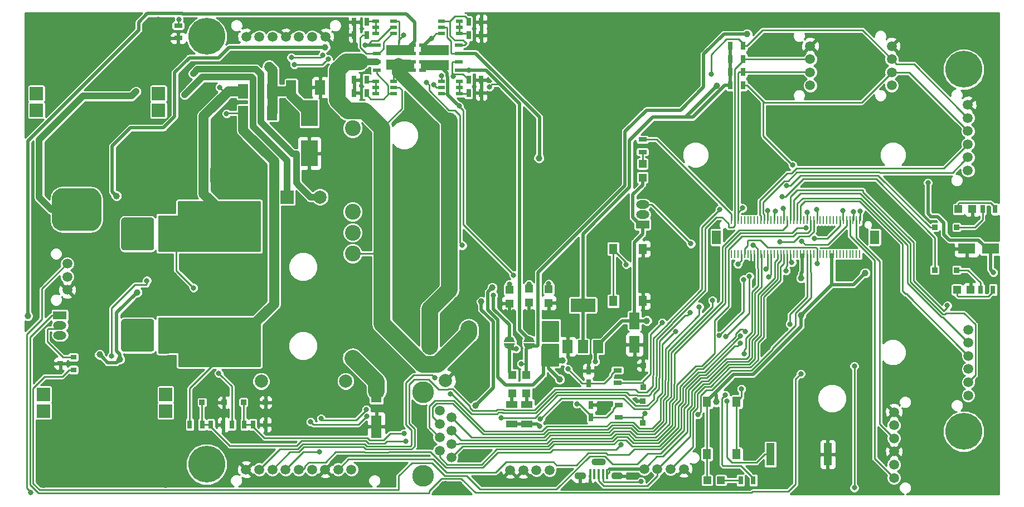
<source format=gtl>
%TF.GenerationSoftware,KiCad,Pcbnew,(2018-02-13 revision 365ab99a6)-makepkg*%
%TF.CreationDate,2018-03-19T17:20:58+01:00*%
%TF.ProjectId,Autopilot_Rev0,4175746F70696C6F745F526576302E6B,rev?*%
%TF.SameCoordinates,Original*%
%TF.FileFunction,Copper,L1,Top,Signal*%
%TF.FilePolarity,Positive*%
%FSLAX46Y46*%
G04 Gerber Fmt 4.6, Leading zero omitted, Abs format (unit mm)*
G04 Created by KiCad (PCBNEW (2018-02-13 revision 365ab99a6)-makepkg) date 03/19/18 17:20:58*
%MOMM*%
%LPD*%
G01*
G04 APERTURE LIST*
%TA.AperFunction,EtchedComponent*%
%ADD10C,0.150000*%
%TD*%
%TA.AperFunction,ViaPad*%
%ADD11C,0.700000*%
%TD*%
%TA.AperFunction,Conductor*%
%ADD12C,0.100000*%
%TD*%
%TA.AperFunction,SMDPad,CuDef*%
%ADD13C,2.500000*%
%TD*%
%TA.AperFunction,SMDPad,CuDef*%
%ADD14C,5.000000*%
%TD*%
%TA.AperFunction,SMDPad,CuDef*%
%ADD15R,3.810000X1.650000*%
%TD*%
%TA.AperFunction,SMDPad,CuDef*%
%ADD16R,1.020000X0.610000*%
%TD*%
%TA.AperFunction,SMDPad,CuDef*%
%ADD17R,1.270000X0.610000*%
%TD*%
%TA.AperFunction,ComponentPad*%
%ADD18C,2.400000*%
%TD*%
%TA.AperFunction,ComponentPad*%
%ADD19C,2.000000*%
%TD*%
%TA.AperFunction,ComponentPad*%
%ADD20R,2.000000X2.000000*%
%TD*%
%TA.AperFunction,SMDPad,CuDef*%
%ADD21R,1.400000X2.100000*%
%TD*%
%TA.AperFunction,SMDPad,CuDef*%
%ADD22R,0.250000X1.150000*%
%TD*%
%TA.AperFunction,SMDPad,CuDef*%
%ADD23C,0.600000*%
%TD*%
%TA.AperFunction,SMDPad,CuDef*%
%ADD24R,1.300000X3.400000*%
%TD*%
%TA.AperFunction,SMDPad,CuDef*%
%ADD25R,1.300000X0.700000*%
%TD*%
%TA.AperFunction,SMDPad,CuDef*%
%ADD26R,1.500000X2.200000*%
%TD*%
%TA.AperFunction,SMDPad,CuDef*%
%ADD27R,2.500000X4.000000*%
%TD*%
%TA.AperFunction,SMDPad,CuDef*%
%ADD28R,0.750000X1.200000*%
%TD*%
%TA.AperFunction,SMDPad,CuDef*%
%ADD29R,0.850900X0.850900*%
%TD*%
%TA.AperFunction,SMDPad,CuDef*%
%ADD30R,1.198880X1.198880*%
%TD*%
%TA.AperFunction,SMDPad,CuDef*%
%ADD31R,1.300000X1.300000*%
%TD*%
%TA.AperFunction,SMDPad,CuDef*%
%ADD32R,1.600000X3.500000*%
%TD*%
%TA.AperFunction,SMDPad,CuDef*%
%ADD33R,1.600000X2.600000*%
%TD*%
%TA.AperFunction,SMDPad,CuDef*%
%ADD34R,2.600000X1.600000*%
%TD*%
%TA.AperFunction,ComponentPad*%
%ADD35C,1.500000*%
%TD*%
%TA.AperFunction,SMDPad,CuDef*%
%ADD36R,0.700000X1.300000*%
%TD*%
%TA.AperFunction,ComponentPad*%
%ADD37C,5.600000*%
%TD*%
%TA.AperFunction,ComponentPad*%
%ADD38O,2.000000X1.300000*%
%TD*%
%TA.AperFunction,ComponentPad*%
%ADD39R,2.000000X1.300000*%
%TD*%
%TA.AperFunction,ComponentPad*%
%ADD40O,2.200000X1.100000*%
%TD*%
%TA.AperFunction,ComponentPad*%
%ADD41O,1.800000X1.100000*%
%TD*%
%TA.AperFunction,SMDPad,CuDef*%
%ADD42R,0.450000X1.500000*%
%TD*%
%TA.AperFunction,SMDPad,CuDef*%
%ADD43R,1.300000X1.550000*%
%TD*%
%TA.AperFunction,SMDPad,CuDef*%
%ADD44R,0.900000X0.800000*%
%TD*%
%TA.AperFunction,ComponentPad*%
%ADD45C,6.500000*%
%TD*%
%TA.AperFunction,SMDPad,CuDef*%
%ADD46R,1.500000X2.000000*%
%TD*%
%TA.AperFunction,SMDPad,CuDef*%
%ADD47R,3.800000X2.000000*%
%TD*%
%TA.AperFunction,ComponentPad*%
%ADD48C,3.300000*%
%TD*%
%TA.AperFunction,ComponentPad*%
%ADD49C,1.501140*%
%TD*%
%TA.AperFunction,SMDPad,CuDef*%
%ADD50R,1.000000X0.550000*%
%TD*%
%TA.AperFunction,SMDPad,CuDef*%
%ADD51R,1.800000X1.070000*%
%TD*%
%TA.AperFunction,ViaPad*%
%ADD52C,0.800000*%
%TD*%
%TA.AperFunction,ViaPad*%
%ADD53C,1.000000*%
%TD*%
%TA.AperFunction,Conductor*%
%ADD54C,0.250000*%
%TD*%
%TA.AperFunction,Conductor*%
%ADD55C,0.500000*%
%TD*%
%TA.AperFunction,Conductor*%
%ADD56C,0.750000*%
%TD*%
%TA.AperFunction,Conductor*%
%ADD57C,2.500000*%
%TD*%
%TA.AperFunction,Conductor*%
%ADD58C,1.500000*%
%TD*%
%TA.AperFunction,Conductor*%
%ADD59C,1.000000*%
%TD*%
%TA.AperFunction,Conductor*%
%ADD60C,2.000000*%
%TD*%
%TA.AperFunction,Conductor*%
%ADD61C,0.254000*%
%TD*%
%ADD62C,0.254000*%
G04 APERTURE END LIST*
D10*
%TO.C,JP3*%
X248106419Y-136586018D02*
X249427219Y-136586018D01*
X249427219Y-136586018D02*
X249427219Y-136484418D01*
X249427219Y-136484418D02*
X248106419Y-136484418D01*
X248106419Y-136484418D02*
X248106419Y-136382818D01*
X248106419Y-136382818D02*
X249376419Y-136382818D01*
X249376419Y-136382818D02*
X249376419Y-136281218D01*
X249376419Y-136281218D02*
X248208019Y-136281218D01*
X248208019Y-136281218D02*
X248258819Y-136179618D01*
X248258819Y-136179618D02*
X249224019Y-136179618D01*
X249224019Y-136179618D02*
X249122419Y-136078018D01*
X249122419Y-136078018D02*
X248411219Y-136078018D01*
X248411219Y-136078018D02*
X248462019Y-136027218D01*
X248462019Y-136027218D02*
X249020819Y-136027218D01*
X249376419Y-137297218D02*
X249376419Y-137398818D01*
X249376419Y-137398818D02*
X248258819Y-137398818D01*
X248258819Y-137398818D02*
X248258819Y-137500418D01*
X248258819Y-137500418D02*
X249224019Y-137500418D01*
X249224019Y-137500418D02*
X249224019Y-137551218D01*
X249224019Y-137551218D02*
X248360419Y-137551218D01*
X248360419Y-137551218D02*
X248360419Y-137602018D01*
X248360419Y-137602018D02*
X249071619Y-137602018D01*
X249071619Y-137602018D02*
X249071619Y-137652818D01*
X249071619Y-137652818D02*
X248512819Y-137652818D01*
X248055619Y-137094018D02*
X249427219Y-137094018D01*
X249427219Y-137094018D02*
X249427219Y-137195618D01*
X249427219Y-137195618D02*
X248106419Y-137195618D01*
X248106419Y-137195618D02*
X248106419Y-137297218D01*
X248106419Y-137297218D02*
X249376419Y-137297218D01*
X249376419Y-137297218D02*
X249376419Y-137348018D01*
X248004819Y-136992418D02*
X249528819Y-136992418D01*
X248004819Y-136687618D02*
X249528819Y-136687618D01*
X249528819Y-136687618D02*
G75*
G03X248766819Y-135925618I-762000J0D01*
G01*
X248766819Y-135925618D02*
G75*
G03X248004819Y-136687618I0J-762000D01*
G01*
X248004819Y-136992418D02*
G75*
G03X248766819Y-137754418I762000J0D01*
G01*
X248766819Y-137754418D02*
G75*
G03X249528819Y-136992418I0J762000D01*
G01*
%TO.C,JP2*%
X245766819Y-137754418D02*
G75*
G03X246528819Y-136992418I0J762000D01*
G01*
X245004819Y-136992418D02*
G75*
G03X245766819Y-137754418I762000J0D01*
G01*
X245766819Y-135925618D02*
G75*
G03X245004819Y-136687618I0J-762000D01*
G01*
X246528819Y-136687618D02*
G75*
G03X245766819Y-135925618I-762000J0D01*
G01*
X245004819Y-136687618D02*
X246528819Y-136687618D01*
X245004819Y-136992418D02*
X246528819Y-136992418D01*
X246376419Y-137297218D02*
X246376419Y-137348018D01*
X245106419Y-137297218D02*
X246376419Y-137297218D01*
X245106419Y-137195618D02*
X245106419Y-137297218D01*
X246427219Y-137195618D02*
X245106419Y-137195618D01*
X246427219Y-137094018D02*
X246427219Y-137195618D01*
X245055619Y-137094018D02*
X246427219Y-137094018D01*
X246071619Y-137652818D02*
X245512819Y-137652818D01*
X246071619Y-137602018D02*
X246071619Y-137652818D01*
X245360419Y-137602018D02*
X246071619Y-137602018D01*
X245360419Y-137551218D02*
X245360419Y-137602018D01*
X246224019Y-137551218D02*
X245360419Y-137551218D01*
X246224019Y-137500418D02*
X246224019Y-137551218D01*
X245258819Y-137500418D02*
X246224019Y-137500418D01*
X245258819Y-137398818D02*
X245258819Y-137500418D01*
X246376419Y-137398818D02*
X245258819Y-137398818D01*
X246376419Y-137297218D02*
X246376419Y-137398818D01*
X245462019Y-136027218D02*
X246020819Y-136027218D01*
X245411219Y-136078018D02*
X245462019Y-136027218D01*
X246122419Y-136078018D02*
X245411219Y-136078018D01*
X246224019Y-136179618D02*
X246122419Y-136078018D01*
X245258819Y-136179618D02*
X246224019Y-136179618D01*
X245208019Y-136281218D02*
X245258819Y-136179618D01*
X246376419Y-136281218D02*
X245208019Y-136281218D01*
X246376419Y-136382818D02*
X246376419Y-136281218D01*
X245106419Y-136382818D02*
X246376419Y-136382818D01*
X245106419Y-136484418D02*
X245106419Y-136382818D01*
X246427219Y-136484418D02*
X245106419Y-136484418D01*
X246427219Y-136586018D02*
X246427219Y-136484418D01*
X245106419Y-136586018D02*
X246427219Y-136586018D01*
%TD*%
D11*
%TO.N,GND*%
%TO.C,REF\002A\002A*%
X219950000Y-108850000D03*
%TD*%
%TO.N,GND*%
%TO.C,REF\002A\002A*%
X221050000Y-112075000D03*
%TD*%
%TO.N,GND*%
%TO.C,REF\002A\002A*%
X218825000Y-111025000D03*
%TD*%
%TO.N,GND*%
%TO.C,REF\002A\002A*%
X217750000Y-109950000D03*
%TD*%
%TO.N,GND*%
%TO.C,REF\002A\002A*%
X221050000Y-110975000D03*
%TD*%
%TO.N,GND*%
%TO.C,REF\002A\002A*%
X219950000Y-111000000D03*
%TD*%
%TO.N,GND*%
%TO.C,REF\002A\002A*%
X221050000Y-109950000D03*
%TD*%
%TO.N,GND*%
%TO.C,REF\002A\002A*%
X218850000Y-109950000D03*
%TD*%
%TO.N,GND*%
%TO.C,REF\002A\002A*%
X219950000Y-112100000D03*
%TD*%
%TO.N,GND*%
%TO.C,REF\002A\002A*%
X221050000Y-108850000D03*
%TD*%
%TO.N,GND*%
%TO.C,REF\002A\002A*%
X217725000Y-111025000D03*
%TD*%
%TO.N,GND*%
%TO.C,REF\002A\002A*%
X218825000Y-112125000D03*
%TD*%
%TO.N,GND*%
%TO.C,REF\002A\002A*%
X219950000Y-109950000D03*
%TD*%
%TO.N,GND*%
%TO.C,REF\002A\002A*%
X218850000Y-108850000D03*
%TD*%
%TO.N,GND*%
%TO.C,REF\002A\002A*%
X217750000Y-108850000D03*
%TD*%
%TO.N,GND*%
%TO.C,REF\002A\002A*%
X217725000Y-112125000D03*
%TD*%
%TO.N,GND*%
%TO.C,REF\002A\002A*%
X241225000Y-125150000D03*
%TD*%
%TO.N,GND*%
%TO.C,REF\002A\002A*%
X240125000Y-124050000D03*
%TD*%
%TO.N,GND*%
%TO.C,REF\002A\002A*%
X241225000Y-124050000D03*
%TD*%
%TO.N,GND*%
%TO.C,REF\002A\002A*%
X240125000Y-125150000D03*
%TD*%
%TO.N,GND*%
%TO.C,REF\002A\002A*%
X238250000Y-130700000D03*
%TD*%
%TO.N,GND*%
%TO.C,REF\002A\002A*%
X239350000Y-131800000D03*
%TD*%
%TO.N,GND*%
%TO.C,REF\002A\002A*%
X239350000Y-130700000D03*
%TD*%
%TO.N,GND*%
%TO.C,REF\002A\002A*%
X238250000Y-131800000D03*
%TD*%
%TO.N,GND*%
%TO.C,REF\002A\002A*%
X252200000Y-148500000D03*
%TD*%
%TO.N,GND*%
%TO.C,REF\002A\002A*%
X251350000Y-143875000D03*
%TD*%
%TO.N,GND*%
%TO.C,REF\002A\002A*%
X255725000Y-148050000D03*
%TD*%
%TO.N,GND*%
%TO.C,REF\002A\002A*%
X240175000Y-154000000D03*
%TD*%
%TO.N,GND*%
%TO.C,REF\002A\002A*%
X233075000Y-151700000D03*
%TD*%
%TO.N,GND*%
%TO.C,REF\002A\002A*%
X233150000Y-109150000D03*
%TD*%
%TO.N,GND*%
%TO.C,REF\002A\002A*%
X232850000Y-122725000D03*
%TD*%
%TO.N,GND*%
%TO.C,REF\002A\002A*%
X294075000Y-119750000D03*
%TD*%
%TO.N,GND*%
%TO.C,REF\002A\002A*%
X296825000Y-121350000D03*
%TD*%
%TO.N,GND*%
%TO.C,REF\002A\002A*%
X282050000Y-112475000D03*
%TD*%
%TO.N,GND*%
%TO.C,REF\002A\002A*%
X281650000Y-106700000D03*
%TD*%
%TO.N,GND*%
%TO.C,REF\002A\002A*%
X285200000Y-112000000D03*
%TD*%
%TO.N,GND*%
%TO.C,REF\002A\002A*%
X282625000Y-116000000D03*
%TD*%
%TO.N,GND*%
%TO.C,REF\002A\002A*%
X285500000Y-134850000D03*
%TD*%
%TO.N,GND*%
%TO.C,REF\002A\002A*%
X286475000Y-132875000D03*
%TD*%
%TO.N,GND*%
%TO.C,REF\002A\002A*%
X287875000Y-131500000D03*
%TD*%
%TO.N,GND*%
%TO.C,REF\002A\002A*%
X288775000Y-130400000D03*
%TD*%
%TO.N,GND*%
%TO.C,REF\002A\002A*%
X280150000Y-128100000D03*
%TD*%
%TO.N,GND*%
%TO.C,REF\002A\002A*%
X280150000Y-126300000D03*
%TD*%
%TO.N,GND*%
%TO.C,REF\002A\002A*%
X307725000Y-109175000D03*
%TD*%
%TO.N,GND*%
%TO.C,REF\002A\002A*%
X303825000Y-100500000D03*
%TD*%
%TO.N,GND*%
%TO.C,REF\002A\002A*%
X286125000Y-101425000D03*
%TD*%
%TO.N,GND*%
%TO.C,REF\002A\002A*%
X268375000Y-104450000D03*
%TD*%
%TO.N,GND*%
%TO.C,REF\002A\002A*%
X279125000Y-105025000D03*
%TD*%
%TO.N,GND*%
%TO.C,REF\002A\002A*%
X279075000Y-115250000D03*
%TD*%
%TO.N,GND*%
%TO.C,REF\002A\002A*%
X279075000Y-120100000D03*
%TD*%
%TO.N,GND*%
%TO.C,REF\002A\002A*%
X276950000Y-122725000D03*
%TD*%
%TO.N,GND*%
%TO.C,REF\002A\002A*%
X276925000Y-127875000D03*
%TD*%
D12*
%TO.N,GND*%
%TO.C,U8*%
G36*
X194599504Y-114351204D02*
X194623773Y-114354804D01*
X194647571Y-114360765D01*
X194670671Y-114369030D01*
X194692849Y-114379520D01*
X194713893Y-114392133D01*
X194733598Y-114406747D01*
X194751777Y-114423223D01*
X194768253Y-114441402D01*
X194782867Y-114461107D01*
X194795480Y-114482151D01*
X194805970Y-114504329D01*
X194814235Y-114527429D01*
X194820196Y-114551227D01*
X194823796Y-114575496D01*
X194825000Y-114600000D01*
X194825000Y-116600000D01*
X194823796Y-116624504D01*
X194820196Y-116648773D01*
X194814235Y-116672571D01*
X194805970Y-116695671D01*
X194795480Y-116717849D01*
X194782867Y-116738893D01*
X194768253Y-116758598D01*
X194751777Y-116776777D01*
X194733598Y-116793253D01*
X194713893Y-116807867D01*
X194692849Y-116820480D01*
X194670671Y-116830970D01*
X194647571Y-116839235D01*
X194623773Y-116845196D01*
X194599504Y-116848796D01*
X194575000Y-116850000D01*
X190075000Y-116850000D01*
X190050496Y-116848796D01*
X190026227Y-116845196D01*
X190002429Y-116839235D01*
X189979329Y-116830970D01*
X189957151Y-116820480D01*
X189936107Y-116807867D01*
X189916402Y-116793253D01*
X189898223Y-116776777D01*
X189881747Y-116758598D01*
X189867133Y-116738893D01*
X189854520Y-116717849D01*
X189844030Y-116695671D01*
X189835765Y-116672571D01*
X189829804Y-116648773D01*
X189826204Y-116624504D01*
X189825000Y-116600000D01*
X189825000Y-114600000D01*
X189826204Y-114575496D01*
X189829804Y-114551227D01*
X189835765Y-114527429D01*
X189844030Y-114504329D01*
X189854520Y-114482151D01*
X189867133Y-114461107D01*
X189881747Y-114441402D01*
X189898223Y-114423223D01*
X189916402Y-114406747D01*
X189936107Y-114392133D01*
X189957151Y-114379520D01*
X189979329Y-114369030D01*
X190002429Y-114360765D01*
X190026227Y-114354804D01*
X190050496Y-114351204D01*
X190075000Y-114350000D01*
X194575000Y-114350000D01*
X194599504Y-114351204D01*
X194599504Y-114351204D01*
G37*
D13*
%TD*%
%TO.P,U8,3*%
%TO.N,GND*%
X192325000Y-115600000D03*
D12*
%TO.N,GND*%
%TO.C,U8*%
G36*
X194599504Y-123751204D02*
X194623773Y-123754804D01*
X194647571Y-123760765D01*
X194670671Y-123769030D01*
X194692849Y-123779520D01*
X194713893Y-123792133D01*
X194733598Y-123806747D01*
X194751777Y-123823223D01*
X194768253Y-123841402D01*
X194782867Y-123861107D01*
X194795480Y-123882151D01*
X194805970Y-123904329D01*
X194814235Y-123927429D01*
X194820196Y-123951227D01*
X194823796Y-123975496D01*
X194825000Y-124000000D01*
X194825000Y-126000000D01*
X194823796Y-126024504D01*
X194820196Y-126048773D01*
X194814235Y-126072571D01*
X194805970Y-126095671D01*
X194795480Y-126117849D01*
X194782867Y-126138893D01*
X194768253Y-126158598D01*
X194751777Y-126176777D01*
X194733598Y-126193253D01*
X194713893Y-126207867D01*
X194692849Y-126220480D01*
X194670671Y-126230970D01*
X194647571Y-126239235D01*
X194623773Y-126245196D01*
X194599504Y-126248796D01*
X194575000Y-126250000D01*
X190075000Y-126250000D01*
X190050496Y-126248796D01*
X190026227Y-126245196D01*
X190002429Y-126239235D01*
X189979329Y-126230970D01*
X189957151Y-126220480D01*
X189936107Y-126207867D01*
X189916402Y-126193253D01*
X189898223Y-126176777D01*
X189881747Y-126158598D01*
X189867133Y-126138893D01*
X189854520Y-126117849D01*
X189844030Y-126095671D01*
X189835765Y-126072571D01*
X189829804Y-126048773D01*
X189826204Y-126024504D01*
X189825000Y-126000000D01*
X189825000Y-124000000D01*
X189826204Y-123975496D01*
X189829804Y-123951227D01*
X189835765Y-123927429D01*
X189844030Y-123904329D01*
X189854520Y-123882151D01*
X189867133Y-123861107D01*
X189881747Y-123841402D01*
X189898223Y-123823223D01*
X189916402Y-123806747D01*
X189936107Y-123792133D01*
X189957151Y-123779520D01*
X189979329Y-123769030D01*
X190002429Y-123760765D01*
X190026227Y-123754804D01*
X190050496Y-123751204D01*
X190075000Y-123750000D01*
X194575000Y-123750000D01*
X194599504Y-123751204D01*
X194599504Y-123751204D01*
G37*
D13*
%TD*%
%TO.P,U8,3*%
%TO.N,GND*%
X192325000Y-125000000D03*
D12*
%TO.N,Net-(U6-Pad1)*%
%TO.C,U8*%
G36*
X191374009Y-117802408D02*
X191422545Y-117809607D01*
X191470142Y-117821530D01*
X191516342Y-117838060D01*
X191560698Y-117859039D01*
X191602785Y-117884265D01*
X191642197Y-117913495D01*
X191678553Y-117946447D01*
X191711505Y-117982803D01*
X191740735Y-118022215D01*
X191765961Y-118064302D01*
X191786940Y-118108658D01*
X191803470Y-118154858D01*
X191815393Y-118202455D01*
X191822592Y-118250991D01*
X191825000Y-118300000D01*
X191825000Y-122300000D01*
X191822592Y-122349009D01*
X191815393Y-122397545D01*
X191803470Y-122445142D01*
X191786940Y-122491342D01*
X191765961Y-122535698D01*
X191740735Y-122577785D01*
X191711505Y-122617197D01*
X191678553Y-122653553D01*
X191642197Y-122686505D01*
X191602785Y-122715735D01*
X191560698Y-122740961D01*
X191516342Y-122761940D01*
X191470142Y-122778470D01*
X191422545Y-122790393D01*
X191374009Y-122797592D01*
X191325000Y-122800000D01*
X187325000Y-122800000D01*
X187275991Y-122797592D01*
X187227455Y-122790393D01*
X187179858Y-122778470D01*
X187133658Y-122761940D01*
X187089302Y-122740961D01*
X187047215Y-122715735D01*
X187007803Y-122686505D01*
X186971447Y-122653553D01*
X186938495Y-122617197D01*
X186909265Y-122577785D01*
X186884039Y-122535698D01*
X186863060Y-122491342D01*
X186846530Y-122445142D01*
X186834607Y-122397545D01*
X186827408Y-122349009D01*
X186825000Y-122300000D01*
X186825000Y-118300000D01*
X186827408Y-118250991D01*
X186834607Y-118202455D01*
X186846530Y-118154858D01*
X186863060Y-118108658D01*
X186884039Y-118064302D01*
X186909265Y-118022215D01*
X186938495Y-117982803D01*
X186971447Y-117946447D01*
X187007803Y-117913495D01*
X187047215Y-117884265D01*
X187089302Y-117859039D01*
X187133658Y-117838060D01*
X187179858Y-117821530D01*
X187227455Y-117809607D01*
X187275991Y-117802408D01*
X187325000Y-117800000D01*
X191325000Y-117800000D01*
X191374009Y-117802408D01*
X191374009Y-117802408D01*
G37*
D14*
%TD*%
%TO.P,U8,2*%
%TO.N,Net-(U6-Pad1)*%
X189325000Y-120300000D03*
D12*
%TO.N,Net-(D12-Pad2)*%
%TO.C,U8*%
G36*
X197374009Y-117802408D02*
X197422545Y-117809607D01*
X197470142Y-117821530D01*
X197516342Y-117838060D01*
X197560698Y-117859039D01*
X197602785Y-117884265D01*
X197642197Y-117913495D01*
X197678553Y-117946447D01*
X197711505Y-117982803D01*
X197740735Y-118022215D01*
X197765961Y-118064302D01*
X197786940Y-118108658D01*
X197803470Y-118154858D01*
X197815393Y-118202455D01*
X197822592Y-118250991D01*
X197825000Y-118300000D01*
X197825000Y-122300000D01*
X197822592Y-122349009D01*
X197815393Y-122397545D01*
X197803470Y-122445142D01*
X197786940Y-122491342D01*
X197765961Y-122535698D01*
X197740735Y-122577785D01*
X197711505Y-122617197D01*
X197678553Y-122653553D01*
X197642197Y-122686505D01*
X197602785Y-122715735D01*
X197560698Y-122740961D01*
X197516342Y-122761940D01*
X197470142Y-122778470D01*
X197422545Y-122790393D01*
X197374009Y-122797592D01*
X197325000Y-122800000D01*
X193325000Y-122800000D01*
X193275991Y-122797592D01*
X193227455Y-122790393D01*
X193179858Y-122778470D01*
X193133658Y-122761940D01*
X193089302Y-122740961D01*
X193047215Y-122715735D01*
X193007803Y-122686505D01*
X192971447Y-122653553D01*
X192938495Y-122617197D01*
X192909265Y-122577785D01*
X192884039Y-122535698D01*
X192863060Y-122491342D01*
X192846530Y-122445142D01*
X192834607Y-122397545D01*
X192827408Y-122349009D01*
X192825000Y-122300000D01*
X192825000Y-118300000D01*
X192827408Y-118250991D01*
X192834607Y-118202455D01*
X192846530Y-118154858D01*
X192863060Y-118108658D01*
X192884039Y-118064302D01*
X192909265Y-118022215D01*
X192938495Y-117982803D01*
X192971447Y-117946447D01*
X193007803Y-117913495D01*
X193047215Y-117884265D01*
X193089302Y-117859039D01*
X193133658Y-117838060D01*
X193179858Y-117821530D01*
X193227455Y-117809607D01*
X193275991Y-117802408D01*
X193325000Y-117800000D01*
X197325000Y-117800000D01*
X197374009Y-117802408D01*
X197374009Y-117802408D01*
G37*
D14*
%TD*%
%TO.P,U8,1*%
%TO.N,Net-(D12-Pad2)*%
X195325000Y-120300000D03*
D12*
%TO.N,GND*%
%TO.C,U7*%
G36*
X194599504Y-129751204D02*
X194623773Y-129754804D01*
X194647571Y-129760765D01*
X194670671Y-129769030D01*
X194692849Y-129779520D01*
X194713893Y-129792133D01*
X194733598Y-129806747D01*
X194751777Y-129823223D01*
X194768253Y-129841402D01*
X194782867Y-129861107D01*
X194795480Y-129882151D01*
X194805970Y-129904329D01*
X194814235Y-129927429D01*
X194820196Y-129951227D01*
X194823796Y-129975496D01*
X194825000Y-130000000D01*
X194825000Y-132000000D01*
X194823796Y-132024504D01*
X194820196Y-132048773D01*
X194814235Y-132072571D01*
X194805970Y-132095671D01*
X194795480Y-132117849D01*
X194782867Y-132138893D01*
X194768253Y-132158598D01*
X194751777Y-132176777D01*
X194733598Y-132193253D01*
X194713893Y-132207867D01*
X194692849Y-132220480D01*
X194670671Y-132230970D01*
X194647571Y-132239235D01*
X194623773Y-132245196D01*
X194599504Y-132248796D01*
X194575000Y-132250000D01*
X190075000Y-132250000D01*
X190050496Y-132248796D01*
X190026227Y-132245196D01*
X190002429Y-132239235D01*
X189979329Y-132230970D01*
X189957151Y-132220480D01*
X189936107Y-132207867D01*
X189916402Y-132193253D01*
X189898223Y-132176777D01*
X189881747Y-132158598D01*
X189867133Y-132138893D01*
X189854520Y-132117849D01*
X189844030Y-132095671D01*
X189835765Y-132072571D01*
X189829804Y-132048773D01*
X189826204Y-132024504D01*
X189825000Y-132000000D01*
X189825000Y-130000000D01*
X189826204Y-129975496D01*
X189829804Y-129951227D01*
X189835765Y-129927429D01*
X189844030Y-129904329D01*
X189854520Y-129882151D01*
X189867133Y-129861107D01*
X189881747Y-129841402D01*
X189898223Y-129823223D01*
X189916402Y-129806747D01*
X189936107Y-129792133D01*
X189957151Y-129779520D01*
X189979329Y-129769030D01*
X190002429Y-129760765D01*
X190026227Y-129754804D01*
X190050496Y-129751204D01*
X190075000Y-129750000D01*
X194575000Y-129750000D01*
X194599504Y-129751204D01*
X194599504Y-129751204D01*
G37*
D13*
%TD*%
%TO.P,U7,3*%
%TO.N,GND*%
X192325000Y-131000000D03*
D12*
%TO.N,GND*%
%TO.C,U7*%
G36*
X194599504Y-139151204D02*
X194623773Y-139154804D01*
X194647571Y-139160765D01*
X194670671Y-139169030D01*
X194692849Y-139179520D01*
X194713893Y-139192133D01*
X194733598Y-139206747D01*
X194751777Y-139223223D01*
X194768253Y-139241402D01*
X194782867Y-139261107D01*
X194795480Y-139282151D01*
X194805970Y-139304329D01*
X194814235Y-139327429D01*
X194820196Y-139351227D01*
X194823796Y-139375496D01*
X194825000Y-139400000D01*
X194825000Y-141400000D01*
X194823796Y-141424504D01*
X194820196Y-141448773D01*
X194814235Y-141472571D01*
X194805970Y-141495671D01*
X194795480Y-141517849D01*
X194782867Y-141538893D01*
X194768253Y-141558598D01*
X194751777Y-141576777D01*
X194733598Y-141593253D01*
X194713893Y-141607867D01*
X194692849Y-141620480D01*
X194670671Y-141630970D01*
X194647571Y-141639235D01*
X194623773Y-141645196D01*
X194599504Y-141648796D01*
X194575000Y-141650000D01*
X190075000Y-141650000D01*
X190050496Y-141648796D01*
X190026227Y-141645196D01*
X190002429Y-141639235D01*
X189979329Y-141630970D01*
X189957151Y-141620480D01*
X189936107Y-141607867D01*
X189916402Y-141593253D01*
X189898223Y-141576777D01*
X189881747Y-141558598D01*
X189867133Y-141538893D01*
X189854520Y-141517849D01*
X189844030Y-141495671D01*
X189835765Y-141472571D01*
X189829804Y-141448773D01*
X189826204Y-141424504D01*
X189825000Y-141400000D01*
X189825000Y-139400000D01*
X189826204Y-139375496D01*
X189829804Y-139351227D01*
X189835765Y-139327429D01*
X189844030Y-139304329D01*
X189854520Y-139282151D01*
X189867133Y-139261107D01*
X189881747Y-139241402D01*
X189898223Y-139223223D01*
X189916402Y-139206747D01*
X189936107Y-139192133D01*
X189957151Y-139179520D01*
X189979329Y-139169030D01*
X190002429Y-139160765D01*
X190026227Y-139154804D01*
X190050496Y-139151204D01*
X190075000Y-139150000D01*
X194575000Y-139150000D01*
X194599504Y-139151204D01*
X194599504Y-139151204D01*
G37*
D13*
%TD*%
%TO.P,U7,3*%
%TO.N,GND*%
X192325000Y-140400000D03*
D12*
%TO.N,Net-(U5-Pad1)*%
%TO.C,U7*%
G36*
X191374009Y-133202408D02*
X191422545Y-133209607D01*
X191470142Y-133221530D01*
X191516342Y-133238060D01*
X191560698Y-133259039D01*
X191602785Y-133284265D01*
X191642197Y-133313495D01*
X191678553Y-133346447D01*
X191711505Y-133382803D01*
X191740735Y-133422215D01*
X191765961Y-133464302D01*
X191786940Y-133508658D01*
X191803470Y-133554858D01*
X191815393Y-133602455D01*
X191822592Y-133650991D01*
X191825000Y-133700000D01*
X191825000Y-137700000D01*
X191822592Y-137749009D01*
X191815393Y-137797545D01*
X191803470Y-137845142D01*
X191786940Y-137891342D01*
X191765961Y-137935698D01*
X191740735Y-137977785D01*
X191711505Y-138017197D01*
X191678553Y-138053553D01*
X191642197Y-138086505D01*
X191602785Y-138115735D01*
X191560698Y-138140961D01*
X191516342Y-138161940D01*
X191470142Y-138178470D01*
X191422545Y-138190393D01*
X191374009Y-138197592D01*
X191325000Y-138200000D01*
X187325000Y-138200000D01*
X187275991Y-138197592D01*
X187227455Y-138190393D01*
X187179858Y-138178470D01*
X187133658Y-138161940D01*
X187089302Y-138140961D01*
X187047215Y-138115735D01*
X187007803Y-138086505D01*
X186971447Y-138053553D01*
X186938495Y-138017197D01*
X186909265Y-137977785D01*
X186884039Y-137935698D01*
X186863060Y-137891342D01*
X186846530Y-137845142D01*
X186834607Y-137797545D01*
X186827408Y-137749009D01*
X186825000Y-137700000D01*
X186825000Y-133700000D01*
X186827408Y-133650991D01*
X186834607Y-133602455D01*
X186846530Y-133554858D01*
X186863060Y-133508658D01*
X186884039Y-133464302D01*
X186909265Y-133422215D01*
X186938495Y-133382803D01*
X186971447Y-133346447D01*
X187007803Y-133313495D01*
X187047215Y-133284265D01*
X187089302Y-133259039D01*
X187133658Y-133238060D01*
X187179858Y-133221530D01*
X187227455Y-133209607D01*
X187275991Y-133202408D01*
X187325000Y-133200000D01*
X191325000Y-133200000D01*
X191374009Y-133202408D01*
X191374009Y-133202408D01*
G37*
D14*
%TD*%
%TO.P,U7,2*%
%TO.N,Net-(U5-Pad1)*%
X189325000Y-135700000D03*
D12*
%TO.N,Net-(D10-Pad2)*%
%TO.C,U7*%
G36*
X197374009Y-133202408D02*
X197422545Y-133209607D01*
X197470142Y-133221530D01*
X197516342Y-133238060D01*
X197560698Y-133259039D01*
X197602785Y-133284265D01*
X197642197Y-133313495D01*
X197678553Y-133346447D01*
X197711505Y-133382803D01*
X197740735Y-133422215D01*
X197765961Y-133464302D01*
X197786940Y-133508658D01*
X197803470Y-133554858D01*
X197815393Y-133602455D01*
X197822592Y-133650991D01*
X197825000Y-133700000D01*
X197825000Y-137700000D01*
X197822592Y-137749009D01*
X197815393Y-137797545D01*
X197803470Y-137845142D01*
X197786940Y-137891342D01*
X197765961Y-137935698D01*
X197740735Y-137977785D01*
X197711505Y-138017197D01*
X197678553Y-138053553D01*
X197642197Y-138086505D01*
X197602785Y-138115735D01*
X197560698Y-138140961D01*
X197516342Y-138161940D01*
X197470142Y-138178470D01*
X197422545Y-138190393D01*
X197374009Y-138197592D01*
X197325000Y-138200000D01*
X193325000Y-138200000D01*
X193275991Y-138197592D01*
X193227455Y-138190393D01*
X193179858Y-138178470D01*
X193133658Y-138161940D01*
X193089302Y-138140961D01*
X193047215Y-138115735D01*
X193007803Y-138086505D01*
X192971447Y-138053553D01*
X192938495Y-138017197D01*
X192909265Y-137977785D01*
X192884039Y-137935698D01*
X192863060Y-137891342D01*
X192846530Y-137845142D01*
X192834607Y-137797545D01*
X192827408Y-137749009D01*
X192825000Y-137700000D01*
X192825000Y-133700000D01*
X192827408Y-133650991D01*
X192834607Y-133602455D01*
X192846530Y-133554858D01*
X192863060Y-133508658D01*
X192884039Y-133464302D01*
X192909265Y-133422215D01*
X192938495Y-133382803D01*
X192971447Y-133346447D01*
X193007803Y-133313495D01*
X193047215Y-133284265D01*
X193089302Y-133259039D01*
X193133658Y-133238060D01*
X193179858Y-133221530D01*
X193227455Y-133209607D01*
X193275991Y-133202408D01*
X193325000Y-133200000D01*
X197325000Y-133200000D01*
X197374009Y-133202408D01*
X197374009Y-133202408D01*
G37*
D14*
%TD*%
%TO.P,U7,1*%
%TO.N,Net-(D10-Pad2)*%
X195325000Y-135700000D03*
D11*
%TO.N,GND*%
%TO.C,REF\002A\002A*%
X224225000Y-95475000D03*
%TD*%
%TO.N,GND*%
%TO.C,REF\002A\002A*%
X223250000Y-97825000D03*
%TD*%
%TO.N,GND*%
%TO.C,REF\002A\002A*%
X189475000Y-155600000D03*
%TD*%
%TO.N,GND*%
%TO.C,REF\002A\002A*%
X188375000Y-156650000D03*
%TD*%
%TO.N,GND*%
%TO.C,REF\002A\002A*%
X187275000Y-154500000D03*
%TD*%
%TO.N,GND*%
%TO.C,REF\002A\002A*%
X186175000Y-154500000D03*
%TD*%
%TO.N,GND*%
%TO.C,REF\002A\002A*%
X186150000Y-157775000D03*
%TD*%
%TO.N,GND*%
%TO.C,REF\002A\002A*%
X189475000Y-154500000D03*
%TD*%
%TO.N,GND*%
%TO.C,REF\002A\002A*%
X188375000Y-155600000D03*
%TD*%
%TO.N,GND*%
%TO.C,REF\002A\002A*%
X189475000Y-157725000D03*
%TD*%
%TO.N,GND*%
%TO.C,REF\002A\002A*%
X188375000Y-154500000D03*
%TD*%
%TO.N,GND*%
%TO.C,REF\002A\002A*%
X187250000Y-156675000D03*
%TD*%
%TO.N,GND*%
%TO.C,REF\002A\002A*%
X186150000Y-156675000D03*
%TD*%
%TO.N,GND*%
%TO.C,REF\002A\002A*%
X189475000Y-156625000D03*
%TD*%
%TO.N,GND*%
%TO.C,REF\002A\002A*%
X188375000Y-157750000D03*
%TD*%
%TO.N,GND*%
%TO.C,REF\002A\002A*%
X187250000Y-157775000D03*
%TD*%
%TO.N,GND*%
%TO.C,REF\002A\002A*%
X187275000Y-155600000D03*
%TD*%
%TO.N,GND*%
%TO.C,REF\002A\002A*%
X186175000Y-155600000D03*
%TD*%
%TO.N,GND*%
%TO.C,REF\002A\002A*%
X245225000Y-132100000D03*
%TD*%
%TO.N,GND*%
%TO.C,REF\002A\002A*%
X253975000Y-129275000D03*
%TD*%
%TO.N,GND*%
%TO.C,REF\002A\002A*%
X253975000Y-128125000D03*
%TD*%
%TO.N,GND*%
%TO.C,REF\002A\002A*%
X253950000Y-130525000D03*
%TD*%
%TO.N,GND*%
%TO.C,REF\002A\002A*%
X253950000Y-131675000D03*
%TD*%
%TO.N,GND*%
%TO.C,REF\002A\002A*%
X254350000Y-134375000D03*
%TD*%
%TO.N,GND*%
%TO.C,REF\002A\002A*%
X255500000Y-134375000D03*
%TD*%
%TO.N,GND*%
%TO.C,REF\002A\002A*%
X255500000Y-133225000D03*
%TD*%
%TO.N,GND*%
%TO.C,REF\002A\002A*%
X254350000Y-133225000D03*
%TD*%
%TO.N,GND*%
%TO.C,REF\002A\002A*%
X246375000Y-132125000D03*
%TD*%
%TO.N,GND*%
%TO.C,REF\002A\002A*%
X249300000Y-132075000D03*
%TD*%
%TO.N,GND*%
%TO.C,REF\002A\002A*%
X248175000Y-132075000D03*
%TD*%
%TO.N,GND*%
%TO.C,REF\002A\002A*%
X259825000Y-147000000D03*
%TD*%
%TO.N,GND*%
%TO.C,REF\002A\002A*%
X260400000Y-146150000D03*
%TD*%
%TO.N,GND*%
%TO.C,REF\002A\002A*%
X264950000Y-145475000D03*
%TD*%
%TO.N,/Power_Supply/CrossFeed*%
%TO.C,REF\002A\002A*%
X252125000Y-135650000D03*
%TD*%
%TO.N,/Power_Supply/CrossFeed*%
%TO.C,REF\002A\002A*%
X251200000Y-135700000D03*
%TD*%
%TO.N,/Power_Supply/CrossFeed*%
%TO.C,REF\002A\002A*%
X251250000Y-134950000D03*
%TD*%
%TO.N,/Power_Supply/CrossFeed*%
%TO.C,REF\002A\002A*%
X251300000Y-134100000D03*
%TD*%
D15*
%TO.P,Q3,6*%
%TO.N,/Power_Supply/ID_CrossFeed*%
X234710000Y-92370000D03*
%TO.P,Q3,5*%
%TO.N,/Power_Supply/ID_Sen_1*%
X234710000Y-94630000D03*
D16*
X232605000Y-95405000D03*
X232605000Y-94135000D03*
%TO.P,Q3,6*%
%TO.N,/Power_Supply/ID_CrossFeed*%
X232605000Y-92865000D03*
X232605000Y-91595000D03*
D17*
%TO.P,Q3,4*%
%TO.N,Net-(Q3-Pad4)*%
X238070000Y-91595000D03*
%TO.P,Q3,3*%
%TO.N,/Power_Supply/CrossFeed*%
X238070000Y-92865000D03*
%TO.P,Q3,2*%
%TO.N,Net-(Q2-Pad4)*%
X238070000Y-94135000D03*
%TO.P,Q3,1*%
%TO.N,/Power_Supply/ID_CrossFeed*%
X238070000Y-95405000D03*
%TD*%
D18*
%TO.P,A1,1*%
%TO.N,GND*%
X241025000Y-104235000D03*
%TO.P,A1,2*%
%TO.N,Net-(A1-Pad2)*%
X221975000Y-104235000D03*
%TO.P,A1,3*%
%TO.N,Net-(A1-Pad3)*%
X221975000Y-116935000D03*
%TO.P,A1,4*%
%TO.N,Net-(A1-Pad4)*%
X221975000Y-120115000D03*
%TO.P,A1,5*%
%TO.N,/Power_Supply/CrossFeed*%
X221975000Y-123295000D03*
%TO.P,A1,6*%
%TO.N,Net-(A1-Pad6)*%
X221975000Y-139175000D03*
%TO.P,A1,7*%
%TO.N,GND*%
X241025000Y-139175000D03*
%TD*%
D19*
%TO.P,C10,4*%
%TO.N,N/C*%
X220900000Y-142700000D03*
%TO.P,C10,3*%
X208100000Y-142700000D03*
%TO.P,C10,2*%
%TO.N,Net-(C10-Pad2)*%
X217000000Y-114700000D03*
D20*
%TO.P,C10,1*%
%TO.N,/Power_Supply*%
X212000000Y-114700000D03*
%TD*%
D21*
%TO.P,U1,0*%
%TO.N,N/C*%
X301250832Y-120799720D03*
X277250832Y-120800000D03*
D22*
%TO.P,U1,2*%
%TO.N,/FMU-~LED_AMBER*%
X279501664Y-118225000D03*
%TO.P,U1,1*%
%TO.N,Net-(U1-Pad1)*%
X279501664Y-123374720D03*
%TO.P,U1,4*%
%TO.N,/I2C_2_SDA*%
X280001664Y-118225000D03*
%TO.P,U1,6*%
%TO.N,/I2C_2_SCL*%
X280501664Y-118225000D03*
%TO.P,U1,8*%
%TO.N,Net-(U1-Pad8)*%
X281001664Y-118225000D03*
%TO.P,U1,10*%
%TO.N,Net-(U1-Pad10)*%
X281501664Y-118225000D03*
%TO.P,U1,12*%
%TO.N,Net-(U1-Pad12)*%
X282001664Y-118225000D03*
%TO.P,U1,14*%
%TO.N,Net-(U1-Pad14)*%
X282501664Y-118225000D03*
%TO.P,U1,16*%
%TO.N,Net-(U1-Pad16)*%
X283001664Y-118225000D03*
%TO.P,U1,18*%
%TO.N,Net-(U1-Pad18)*%
X283501664Y-118225000D03*
%TO.P,U1,20*%
%TO.N,/SERIAL_3_RX*%
X284001664Y-118225000D03*
%TO.P,U1,22*%
%TO.N,/SERIAL_3_TX*%
X284501664Y-118225000D03*
%TO.P,U1,24*%
%TO.N,/ALARM*%
X285001664Y-118225000D03*
%TO.P,U1,26*%
%TO.N,Net-(U1-Pad26)*%
X285501664Y-118225000D03*
%TO.P,U1,28*%
%TO.N,/IO-~LED_SAFETY_PROT*%
X286001664Y-118225000D03*
%TO.P,U1,30*%
%TO.N,Net-(U1-Pad30)*%
X286501664Y-118225000D03*
%TO.P,U1,32*%
%TO.N,Net-(U1-Pad32)*%
X287001664Y-118225000D03*
%TO.P,U1,34*%
%TO.N,/SERIAL2_RX*%
X287501664Y-118225000D03*
%TO.P,U1,36*%
%TO.N,/SERIAL2_TX*%
X288001664Y-118225000D03*
%TO.P,U1,38*%
%TO.N,/SERIAL1_RX*%
X288501664Y-118225000D03*
%TO.P,U1,40*%
%TO.N,/SERIAL1_TX*%
X289001664Y-118225000D03*
%TO.P,U1,42*%
%TO.N,/SERIAL1_RTS*%
X289501664Y-118225000D03*
%TO.P,U1,44*%
%TO.N,/SERIAL1_CTS*%
X290001664Y-118225000D03*
%TO.P,U1,46*%
%TO.N,Net-(U1-Pad46)*%
X290501664Y-118225000D03*
%TO.P,U1,48*%
%TO.N,/IO-USART1_RX_SPECTRUM_DSM*%
X291001664Y-118225000D03*
%TO.P,U1,50*%
%TO.N,/FMU-CH1-PROT*%
X291501664Y-118225000D03*
%TO.P,U1,52*%
%TO.N,/FMU-CH2-PROT*%
X292001664Y-118225000D03*
%TO.P,U1,54*%
%TO.N,/FMU-CH3-PROT*%
X292501664Y-118225000D03*
%TO.P,U1,56*%
%TO.N,Net-(U1-Pad56)*%
X293001664Y-118225000D03*
%TO.P,U1,58*%
%TO.N,Net-(U1-Pad58)*%
X293501664Y-118225000D03*
%TO.P,U1,60*%
%TO.N,Net-(U1-Pad60)*%
X294001664Y-118225000D03*
%TO.P,U1,62*%
%TO.N,Net-(U1-Pad62)*%
X294501664Y-118225000D03*
%TO.P,U1,64*%
%TO.N,Net-(U1-Pad64)*%
X295001664Y-118225000D03*
%TO.P,U1,66*%
%TO.N,Net-(U1-Pad66)*%
X295501664Y-118225000D03*
%TO.P,U1,68*%
%TO.N,/IO-CH7-PROT*%
X296001664Y-118225000D03*
%TO.P,U1,70*%
%TO.N,/IO-CH6-PROT*%
X296501664Y-118225000D03*
%TO.P,U1,72*%
%TO.N,/IO-CH5-PROT*%
X297001664Y-118225000D03*
%TO.P,U1,74*%
%TO.N,/IO-CH4-PROT*%
X297501664Y-118225000D03*
%TO.P,U1,76*%
%TO.N,/IO-CH3-PROT*%
X298001664Y-118225000D03*
%TO.P,U1,78*%
%TO.N,/IO-CH2-PROT*%
X298501664Y-118225000D03*
%TO.P,U1,80*%
%TO.N,/IO-CH1-PROT*%
X299001664Y-118225000D03*
%TO.P,U1,3*%
%TO.N,Net-(U1-Pad3)*%
X280001664Y-123374720D03*
%TO.P,U1,5*%
%TO.N,Net-(U1-Pad5)*%
X280501664Y-123374720D03*
%TO.P,U1,7*%
%TO.N,/FMU-~RESET*%
X281001664Y-123374720D03*
%TO.P,U1,9*%
%TO.N,+5V_Servo*%
X281501664Y-123374720D03*
%TO.P,U1,11*%
%TO.N,Net-(U1-Pad11)*%
X282001664Y-123374720D03*
%TO.P,U1,13*%
%TO.N,GND*%
X282501664Y-123374720D03*
%TO.P,U1,15*%
X283001664Y-123374720D03*
%TO.P,U1,17*%
%TO.N,/SAFETY*%
X283501664Y-123374720D03*
%TO.P,U1,19*%
%TO.N,/VDD_3V3_SPECTRUM_EN*%
X284001664Y-123374720D03*
%TO.P,U1,21*%
%TO.N,Net-(U1-Pad21)*%
X284501664Y-123374720D03*
%TO.P,U1,23*%
%TO.N,/AUX_BATT\00AD_VOLTAGE_SENS*%
X285001664Y-123374720D03*
%TO.P,U1,25*%
%TO.N,/AUX_BATT\00AD_CURRENT_SENS*%
X285501664Y-123374720D03*
%TO.P,U1,27*%
%TO.N,Net-(U1-Pad27)*%
X286001664Y-123374720D03*
%TO.P,U1,29*%
%TO.N,/VBUS*%
X286501664Y-123374720D03*
%TO.P,U1,31*%
%TO.N,/OTG_DP1*%
X287001664Y-123374720D03*
%TO.P,U1,33*%
%TO.N,/OTG_DM1*%
X287501664Y-123374720D03*
%TO.P,U1,35*%
%TO.N,/I2C_1_SDA*%
X288001664Y-123374720D03*
%TO.P,U1,37*%
%TO.N,/I2C_1_SCL*%
X288501664Y-123374720D03*
%TO.P,U1,39*%
%TO.N,Net-(U1-Pad39)*%
X289001664Y-123374720D03*
%TO.P,U1,41*%
%TO.N,Net-(U1-Pad41)*%
X289501664Y-123374720D03*
%TO.P,U1,43*%
%TO.N,+5V_Cube*%
X290001664Y-123374720D03*
%TO.P,U1,45*%
X290501664Y-123374720D03*
%TO.P,U1,47*%
%TO.N,/BATT\00AD_VOLTAGE_SENS_PROT*%
X291001664Y-123374720D03*
%TO.P,U1,49*%
%TO.N,/BATT\00AD_CURRENT_SENS_PROT*%
X291501664Y-123374720D03*
%TO.P,U1,51*%
%TO.N,Net-(U1-Pad51)*%
X292001664Y-123374720D03*
%TO.P,U1,53*%
%TO.N,+5V_Servo*%
X292501664Y-123374720D03*
%TO.P,U1,55*%
%TO.N,Net-(U1-Pad55)*%
X293001664Y-123374720D03*
%TO.P,U1,57*%
%TO.N,Net-(U1-Pad57)*%
X293501664Y-123374720D03*
%TO.P,U1,59*%
%TO.N,Net-(U1-Pad59)*%
X294001664Y-123374720D03*
%TO.P,U1,61*%
%TO.N,+5V_Cube*%
X294501664Y-123374720D03*
%TO.P,U1,63*%
X295001664Y-123374720D03*
%TO.P,U1,65*%
%TO.N,Net-(U1-Pad65)*%
X295501664Y-123374720D03*
%TO.P,U1,67*%
%TO.N,Net-(U1-Pad67)*%
X296001664Y-123374720D03*
%TO.P,U1,69*%
%TO.N,Net-(U1-Pad69)*%
X296501664Y-123374720D03*
%TO.P,U1,71*%
%TO.N,Net-(U1-Pad71)*%
X297001664Y-123374720D03*
%TO.P,U1,73*%
%TO.N,Net-(U1-Pad73)*%
X297501664Y-123374720D03*
%TO.P,U1,75*%
%TO.N,Net-(U1-Pad75)*%
X298001664Y-123374720D03*
%TO.P,U1,77*%
%TO.N,Net-(U1-Pad77)*%
X298501664Y-123374720D03*
%TO.P,U1,79*%
%TO.N,Net-(U1-Pad79)*%
X299001664Y-123374720D03*
%TD*%
D20*
%TO.P,U2,1*%
%TO.N,Net-(F5-Pad2)*%
X193571000Y-144671000D03*
%TO.P,U2,2*%
X193571000Y-147211000D03*
D19*
%TO.P,U2,4*%
%TO.N,GND*%
X193571000Y-157879000D03*
%TO.P,U2,3*%
X193571000Y-155339000D03*
D20*
%TO.P,U2,8*%
%TO.N,Net-(F2-Pad1)*%
X175029000Y-144671000D03*
%TO.P,U2,7*%
X175029000Y-147211000D03*
D19*
%TO.P,U2,6*%
%TO.N,GND*%
X175029000Y-155339000D03*
%TO.P,U2,5*%
X175029000Y-157879000D03*
%TD*%
D20*
%TO.P,U11,1*%
%TO.N,Net-(F6-Pad2)*%
X173954000Y-101504000D03*
%TO.P,U11,2*%
X173954000Y-98964000D03*
D19*
%TO.P,U11,4*%
%TO.N,GND*%
X173954000Y-88296000D03*
%TO.P,U11,3*%
X173954000Y-90836000D03*
D20*
%TO.P,U11,8*%
%TO.N,Net-(F3-Pad1)*%
X192496000Y-101504000D03*
%TO.P,U11,7*%
X192496000Y-98964000D03*
D19*
%TO.P,U11,6*%
%TO.N,GND*%
X192496000Y-90836000D03*
%TO.P,U11,5*%
X192496000Y-88296000D03*
%TD*%
D23*
%TO.P,JP1,2*%
%TO.N,/Power_Supply/CrossFeed*%
X251766819Y-136340018D03*
D12*
%TD*%
%TO.N,/Power_Supply/CrossFeed*%
%TO.C,JP1*%
G36*
X252316819Y-136640018D02*
X251216819Y-136640018D01*
X251316819Y-136040018D01*
X252216819Y-136040018D01*
X252316819Y-136640018D01*
X252316819Y-136640018D01*
G37*
D23*
%TO.P,JP1,1*%
%TO.N,+5V_Servo*%
X251766819Y-137340018D03*
D12*
%TD*%
%TO.N,+5V_Servo*%
%TO.C,JP1*%
G36*
X251216819Y-137040018D02*
X252316819Y-137040018D01*
X252216819Y-137640018D01*
X251316819Y-137640018D01*
X251216819Y-137040018D01*
X251216819Y-137040018D01*
G37*
D11*
%TO.N,GND*%
%TO.C,REF\002A\002A*%
X195425000Y-108275000D03*
%TD*%
%TO.N,GND*%
%TO.C,REF\002A\002A*%
X193225000Y-109375000D03*
%TD*%
%TO.N,GND*%
%TO.C,REF\002A\002A*%
X194325000Y-109375000D03*
%TD*%
%TO.N,GND*%
%TO.C,REF\002A\002A*%
X194300000Y-110450000D03*
%TD*%
%TO.N,GND*%
%TO.C,REF\002A\002A*%
X194300000Y-111550000D03*
%TD*%
%TO.N,GND*%
%TO.C,REF\002A\002A*%
X195425000Y-111525000D03*
%TD*%
%TO.N,GND*%
%TO.C,REF\002A\002A*%
X196525000Y-110400000D03*
%TD*%
%TO.N,GND*%
%TO.C,REF\002A\002A*%
X193200000Y-110450000D03*
%TD*%
%TO.N,GND*%
%TO.C,REF\002A\002A*%
X196525000Y-108275000D03*
%TD*%
%TO.N,GND*%
%TO.C,REF\002A\002A*%
X195425000Y-110425000D03*
%TD*%
%TO.N,GND*%
%TO.C,REF\002A\002A*%
X196525000Y-111500000D03*
%TD*%
%TO.N,GND*%
%TO.C,REF\002A\002A*%
X196525000Y-109375000D03*
%TD*%
%TO.N,GND*%
%TO.C,REF\002A\002A*%
X193200000Y-111550000D03*
%TD*%
%TO.N,GND*%
%TO.C,REF\002A\002A*%
X193225000Y-108275000D03*
%TD*%
%TO.N,GND*%
%TO.C,REF\002A\002A*%
X194325000Y-108275000D03*
%TD*%
%TO.N,GND*%
%TO.C,REF\002A\002A*%
X195425000Y-109375000D03*
%TD*%
D24*
%TO.P,BZ1,2*%
%TO.N,GND*%
X294150000Y-153800000D03*
%TO.P,BZ1,1*%
%TO.N,/ALARM*%
X285450000Y-153800000D03*
%TD*%
D25*
%TO.P,R22,1*%
%TO.N,GND*%
X195475000Y-90550000D03*
%TO.P,R22,2*%
%TO.N,Net-(R21-Pad1)*%
X195475000Y-88650000D03*
%TD*%
D26*
%TO.P,D12,2*%
%TO.N,Net-(D12-Pad2)*%
X205350000Y-98625000D03*
%TO.P,D12,1*%
%TO.N,/Power_Supply/Recuperate*%
X209750000Y-98625000D03*
%TD*%
%TO.P,D10,1*%
%TO.N,/Power_Supply/Recuperate*%
X209750000Y-101925000D03*
%TO.P,D10,2*%
%TO.N,Net-(D10-Pad2)*%
X205350000Y-101925000D03*
%TD*%
%TO.P,D9,2*%
%TO.N,/Power_Supply/Recuperate*%
X212650000Y-98050000D03*
%TO.P,D9,1*%
%TO.N,GND*%
X217050000Y-98050000D03*
%TD*%
D27*
%TO.P,C9,2*%
%TO.N,GND*%
X215400000Y-108050000D03*
%TO.P,C9,1*%
%TO.N,/Power_Supply/Recuperate*%
X215400000Y-101950000D03*
%TD*%
D28*
%TO.P,C3,2*%
%TO.N,GND*%
X258160000Y-146275000D03*
%TO.P,C3,1*%
%TO.N,/BATT\00AD_CURRENT_SENS_PROT_1*%
X258160000Y-148175000D03*
%TD*%
%TO.P,C4,2*%
%TO.N,GND*%
X257790000Y-141085000D03*
%TO.P,C4,1*%
%TO.N,/AUX_BATT\00AD_CURRENT_SENS_1*%
X257790000Y-142985000D03*
%TD*%
D29*
%TO.P,D4,2*%
%TO.N,/AUX_BATT\00AD_VOLTAGE_SENS*%
X205408276Y-145893605D03*
%TO.P,D4,1*%
%TO.N,GND*%
X208755996Y-145893605D03*
%TD*%
%TO.P,D3,1*%
%TO.N,GND*%
X202448860Y-145900000D03*
%TO.P,D3,2*%
%TO.N,/BATT\00AD_VOLTAGE_SENS_PROT*%
X199101140Y-145900000D03*
%TD*%
D30*
%TO.P,LD5,1*%
%TO.N,Net-(LD5-Pad1)*%
X251766819Y-128690998D03*
%TO.P,LD5,2*%
%TO.N,GND*%
X251766819Y-130789038D03*
%TD*%
D29*
%TO.P,D2,1*%
%TO.N,GND*%
X266090000Y-140301140D03*
%TO.P,D2,2*%
%TO.N,/AUX_BATT\00AD_CURRENT_SENS*%
X266090000Y-143648860D03*
%TD*%
%TO.P,D1,2*%
%TO.N,/BATT\00AD_CURRENT_SENS_PROT*%
X266070000Y-149038860D03*
%TO.P,D1,1*%
%TO.N,GND*%
X266070000Y-145691140D03*
%TD*%
D30*
%TO.P,LD4,2*%
%TO.N,GND*%
X248766819Y-130739038D03*
%TO.P,LD4,1*%
%TO.N,Net-(LD4-Pad1)*%
X248766819Y-128640998D03*
%TD*%
%TO.P,LD3,1*%
%TO.N,Net-(LD3-Pad1)*%
X245766819Y-128790998D03*
%TO.P,LD3,2*%
%TO.N,GND*%
X245766819Y-130889038D03*
%TD*%
%TO.P,LD2,1*%
%TO.N,+5V_Cube*%
X266000000Y-111749020D03*
%TO.P,LD2,2*%
%TO.N,Net-(LD2-Pad2)*%
X266000000Y-109650980D03*
%TD*%
D23*
%TO.P,JP3,2*%
%TO.N,/Power_Supply/ID_CrossFeed*%
X248766819Y-136340018D03*
D12*
%TD*%
%TO.N,/Power_Supply/ID_CrossFeed*%
%TO.C,JP3*%
G36*
X249316819Y-136640018D02*
X248216819Y-136640018D01*
X248316819Y-136040018D01*
X249216819Y-136040018D01*
X249316819Y-136640018D01*
X249316819Y-136640018D01*
G37*
D23*
%TO.P,JP3,1*%
%TO.N,+5V_Sensors*%
X248766819Y-137340018D03*
D12*
%TD*%
%TO.N,+5V_Sensors*%
%TO.C,JP3*%
G36*
X248216819Y-137040018D02*
X249316819Y-137040018D01*
X249216819Y-137640018D01*
X248316819Y-137640018D01*
X248216819Y-137040018D01*
X248216819Y-137040018D01*
G37*
D23*
%TO.P,JP2,1*%
%TO.N,+5V_Cube*%
X245766819Y-137340018D03*
D12*
%TD*%
%TO.N,+5V_Cube*%
%TO.C,JP2*%
G36*
X245216819Y-137040018D02*
X246316819Y-137040018D01*
X246216819Y-137640018D01*
X245316819Y-137640018D01*
X245216819Y-137040018D01*
X245216819Y-137040018D01*
G37*
D23*
%TO.P,JP2,2*%
%TO.N,/Power_Supply/ID_Cub_2*%
X245766819Y-136340018D03*
D12*
%TD*%
%TO.N,/Power_Supply/ID_Cub_2*%
%TO.C,JP2*%
G36*
X246316819Y-136640018D02*
X245216819Y-136640018D01*
X245316819Y-136040018D01*
X246216819Y-136040018D01*
X246316819Y-136640018D01*
X246316819Y-136640018D01*
G37*
D31*
%TO.P,D7,1*%
%TO.N,Net-(D7-Pad1)*%
X248325000Y-144550000D03*
%TO.P,D7,2*%
%TO.N,+5V_Sensors*%
X248325000Y-141750000D03*
%TD*%
%TO.P,D6,2*%
%TO.N,+5V_Cube*%
X246225000Y-141750000D03*
%TO.P,D6,1*%
%TO.N,Net-(D6-Pad1)*%
X246225000Y-144550000D03*
%TD*%
D32*
%TO.P,C8,2*%
%TO.N,GND*%
X225600000Y-149600000D03*
%TO.P,C8,1*%
%TO.N,Net-(A1-Pad6)*%
X225600000Y-144200000D03*
%TD*%
D33*
%TO.P,C7,2*%
%TO.N,GND*%
X264800000Y-137100000D03*
%TO.P,C7,1*%
%TO.N,+5V_Cube*%
X264800000Y-133500000D03*
%TD*%
D34*
%TO.P,C5,1*%
%TO.N,+5V_Sensors*%
X318850000Y-122550000D03*
%TO.P,C5,2*%
%TO.N,GND*%
X315250000Y-122550000D03*
%TD*%
D35*
%TO.P,J5,4*%
%TO.N,GND*%
X272275000Y-156025000D03*
%TO.P,J5,3*%
%TO.N,/OTG_DM1*%
X270275000Y-156025000D03*
%TO.P,J5,2*%
%TO.N,/OTG_DP1*%
X268275000Y-156025000D03*
%TO.P,J5,1*%
%TO.N,/VBUS*%
X266275000Y-156025000D03*
%TD*%
D11*
%TO.N,Net-(U6-Pad1)*%
%TO.C,REF\002A\002A*%
X189000000Y-120025000D03*
%TD*%
%TO.N,Net-(U6-Pad1)*%
%TO.C,REF\002A\002A*%
X190200000Y-120025000D03*
%TD*%
%TO.N,Net-(U6-Pad1)*%
%TO.C,REF\002A\002A*%
X189005000Y-121135000D03*
%TD*%
%TO.N,Net-(U6-Pad1)*%
%TO.C,REF\002A\002A*%
X190200000Y-121125000D03*
%TD*%
%TO.N,Net-(U6-Pad1)*%
%TO.C,REF\002A\002A*%
X191375000Y-122345000D03*
%TD*%
%TO.N,Net-(U6-Pad1)*%
%TO.C,REF\002A\002A*%
X190205000Y-122345000D03*
%TD*%
%TO.N,Net-(U6-Pad1)*%
%TO.C,REF\002A\002A*%
X191375000Y-121135000D03*
%TD*%
%TO.N,Net-(U6-Pad1)*%
%TO.C,REF\002A\002A*%
X191375000Y-120035000D03*
%TD*%
%TO.N,Net-(U6-Pad1)*%
%TO.C,REF\002A\002A*%
X189005000Y-122345000D03*
%TD*%
D36*
%TO.P,R11,2*%
%TO.N,GND*%
X208732136Y-149293605D03*
%TO.P,R11,1*%
%TO.N,/AUX_BATT\00AD_VOLTAGE_SENS*%
X206832136Y-149293605D03*
%TD*%
%TO.P,R13,1*%
%TO.N,Net-(D12-Pad2)*%
X203632136Y-149293605D03*
%TO.P,R13,2*%
%TO.N,/AUX_BATT\00AD_VOLTAGE_SENS*%
X205532136Y-149293605D03*
%TD*%
D37*
%TO.P,REF\002A\002A,1*%
%TO.N,N/C*%
X199800000Y-155300000D03*
%TD*%
%TO.P,REF\002A\002A,1*%
%TO.N,N/C*%
X199800000Y-90300000D03*
%TD*%
%TO.P,REF\002A\002A,1*%
%TO.N,N/C*%
X314800000Y-95300000D03*
%TD*%
%TO.P,REF\002A\002A,1*%
%TO.N,N/C*%
X314800000Y-150300000D03*
%TD*%
D11*
%TO.N,Net-(U5-Pad1)*%
%TO.C,REF\002A\002A*%
X188850000Y-137650000D03*
%TD*%
%TO.N,Net-(U5-Pad1)*%
%TO.C,REF\002A\002A*%
X188850000Y-135150000D03*
%TD*%
%TO.N,Net-(U5-Pad1)*%
%TO.C,REF\002A\002A*%
X188850000Y-136400000D03*
%TD*%
%TO.N,Net-(U5-Pad1)*%
%TO.C,REF\002A\002A*%
X191350000Y-137650000D03*
%TD*%
%TO.N,Net-(U5-Pad1)*%
%TO.C,REF\002A\002A*%
X190100000Y-137650000D03*
%TD*%
%TO.N,Net-(U5-Pad1)*%
%TO.C,REF\002A\002A*%
X191350000Y-136400000D03*
%TD*%
%TO.N,Net-(U5-Pad1)*%
%TO.C,REF\002A\002A*%
X191350000Y-135150000D03*
%TD*%
%TO.N,Net-(U5-Pad1)*%
%TO.C,REF\002A\002A*%
X190100000Y-136400000D03*
%TD*%
%TO.N,Net-(U5-Pad1)*%
%TO.C,REF\002A\002A*%
X190100000Y-135150000D03*
%TD*%
D35*
%TO.P,J21,10*%
%TO.N,GND*%
X205800000Y-156100000D03*
%TO.P,J21,8*%
%TO.N,/I2C_2_SCL*%
X209800000Y-156100000D03*
%TO.P,J21,9*%
%TO.N,/I2C_2_SDA*%
X207800000Y-156100000D03*
%TO.P,J21,6*%
%TO.N,/IO-CH7-PROT*%
X213800000Y-156100000D03*
%TO.P,J21,7*%
%TO.N,+5V_Sensors*%
X211800000Y-156100000D03*
%TO.P,J21,5*%
%TO.N,+5V_Servo*%
X215800000Y-156100000D03*
%TO.P,J21,4*%
%TO.N,GND*%
X217800000Y-156100000D03*
%TO.P,J21,3*%
%TO.N,/IO-CH5-PROT*%
X219800000Y-156100000D03*
%TO.P,J21,2*%
%TO.N,+5V_Servo*%
X221800000Y-156100000D03*
%TO.P,J21,1*%
%TO.N,GND*%
X223800000Y-156100000D03*
%TD*%
D38*
%TO.P,J25,3*%
%TO.N,/SAFETY*%
X266000000Y-115850000D03*
%TO.P,J25,2*%
%TO.N,/IO-~LED_SAFETY_PROT*%
X266000000Y-117350000D03*
D39*
%TO.P,J25,1*%
%TO.N,+5V_Cube*%
X266000000Y-118850000D03*
%TD*%
D35*
%TO.P,J16,3*%
%TO.N,/IO-CH3-PROT*%
X178625000Y-124825000D03*
%TO.P,J16,2*%
%TO.N,+5V_Servo*%
X178625000Y-126825000D03*
%TO.P,J16,1*%
%TO.N,GND*%
X178625000Y-128825000D03*
%TD*%
%TO.P,J13,6*%
%TO.N,GND*%
X315425000Y-100675000D03*
%TO.P,J13,5*%
%TO.N,/I2C_1_SDA*%
X315425000Y-102675000D03*
%TO.P,J13,4*%
%TO.N,/I2C_1_SCL*%
X315425000Y-104675000D03*
%TO.P,J13,3*%
%TO.N,/SERIAL_3_RX*%
X315425000Y-106675000D03*
%TO.P,J13,2*%
%TO.N,/SERIAL_3_TX*%
X315425000Y-108675000D03*
%TO.P,J13,1*%
%TO.N,+5V_Cube*%
X315425000Y-110675000D03*
%TD*%
%TO.P,J1,6*%
%TO.N,GND*%
X315475000Y-134850000D03*
%TO.P,J1,5*%
%TO.N,/SERIAL1_RTS*%
X315475000Y-136850000D03*
%TO.P,J1,4*%
%TO.N,/SERIAL1_CTS*%
X315475000Y-138850000D03*
%TO.P,J1,3*%
%TO.N,/SERIAL1_RX*%
X315475000Y-140850000D03*
%TO.P,J1,2*%
%TO.N,/SERIAL1_TX*%
X315475000Y-142850000D03*
%TO.P,J1,1*%
%TO.N,+5V_Sensors*%
X315475000Y-144850000D03*
%TD*%
%TO.P,J2,4*%
%TO.N,GND*%
X303850000Y-91750000D03*
%TO.P,J2,3*%
%TO.N,/I2C_1_SDA*%
X303850000Y-93750000D03*
%TO.P,J2,2*%
%TO.N,/I2C_1_SCL*%
X303850000Y-95750000D03*
%TO.P,J2,1*%
%TO.N,+5V_Sensors*%
X303850000Y-97750000D03*
%TD*%
D36*
%TO.P,R3,2*%
%TO.N,/I2C_1_SDA*%
X281275000Y-91700000D03*
%TO.P,R3,1*%
%TO.N,+3V3*%
X279375000Y-91700000D03*
%TD*%
%TO.P,R1,1*%
%TO.N,+3V3*%
X279375000Y-97700000D03*
%TO.P,R1,2*%
%TO.N,/I2C_1_SCL*%
X281275000Y-97700000D03*
%TD*%
D25*
%TO.P,R7,2*%
%TO.N,/AUX_BATT\00AD_CURRENT_SENS*%
X262190000Y-142925000D03*
%TO.P,R7,1*%
%TO.N,/AUX_BATT\00AD_CURRENT_SENS_1*%
X262190000Y-141025000D03*
%TD*%
D36*
%TO.P,R10,2*%
%TO.N,GND*%
X202325000Y-149300000D03*
%TO.P,R10,1*%
%TO.N,/BATT\00AD_VOLTAGE_SENS_PROT*%
X200425000Y-149300000D03*
%TD*%
D40*
%TO.P,J24,6*%
%TO.N,GND*%
X259350000Y-154950000D03*
D41*
X256550000Y-157100000D03*
X262150000Y-157100000D03*
D42*
%TO.P,J24,1*%
%TO.N,/VBUS*%
X260650000Y-156850000D03*
%TO.P,J24,5*%
%TO.N,GND*%
X258050000Y-156850000D03*
%TO.P,J24,2*%
%TO.N,/OTG_DM1*%
X260000000Y-156850000D03*
%TO.P,J24,4*%
%TO.N,Net-(J24-Pad4)*%
X258700000Y-156850000D03*
%TO.P,J24,3*%
%TO.N,/OTG_DP1*%
X259350000Y-156850000D03*
%TD*%
D36*
%TO.P,R2,2*%
%TO.N,/I2C_2_SDA*%
X281275000Y-93700000D03*
%TO.P,R2,1*%
%TO.N,+3V3*%
X279375000Y-93700000D03*
%TD*%
%TO.P,R4,1*%
%TO.N,+3V3*%
X279375000Y-95700000D03*
%TO.P,R4,2*%
%TO.N,/I2C_2_SCL*%
X281275000Y-95700000D03*
%TD*%
D25*
%TO.P,R5,1*%
%TO.N,/FMU-~LED_AMBER*%
X266000000Y-105950000D03*
%TO.P,R5,2*%
%TO.N,Net-(LD2-Pad2)*%
X266000000Y-107850000D03*
%TD*%
%TO.P,R6,1*%
%TO.N,/BATT\00AD_CURRENT_SENS_PROT_1*%
X262420000Y-146275000D03*
%TO.P,R6,2*%
%TO.N,/BATT\00AD_CURRENT_SENS_PROT*%
X262420000Y-148175000D03*
%TD*%
D36*
%TO.P,R9,2*%
%TO.N,/IO-~LED_SAFETY_PROT*%
X282820000Y-157730000D03*
%TO.P,R9,1*%
%TO.N,Net-(LD1-Pad2)*%
X280920000Y-157730000D03*
%TD*%
%TO.P,R12,1*%
%TO.N,Net-(D10-Pad2)*%
X197225000Y-149300000D03*
%TO.P,R12,2*%
%TO.N,/BATT\00AD_VOLTAGE_SENS_PROT*%
X199125000Y-149300000D03*
%TD*%
D43*
%TO.P,SW1,1*%
%TO.N,+5V_Cube*%
X275800000Y-145825000D03*
%TO.P,SW1,2*%
X275800000Y-153775000D03*
%TO.P,SW1,3*%
%TO.N,/SAFETY*%
X280300000Y-145825000D03*
%TO.P,SW1,4*%
X280300000Y-153775000D03*
%TD*%
%TO.P,SW2,4*%
%TO.N,GND*%
X266050000Y-130525000D03*
%TO.P,SW2,3*%
X266050000Y-122575000D03*
%TO.P,SW2,2*%
%TO.N,/FMU-~RESET*%
X261550000Y-130525000D03*
%TO.P,SW2,1*%
X261550000Y-122575000D03*
%TD*%
D35*
%TO.P,J22,1*%
%TO.N,GND*%
X205825000Y-90350000D03*
%TO.P,J22,2*%
%TO.N,+5V_Servo*%
X207825000Y-90350000D03*
%TO.P,J22,3*%
%TO.N,/IO-CH1-PROT*%
X209825000Y-90350000D03*
%TO.P,J22,4*%
%TO.N,GND*%
X211825000Y-90350000D03*
%TO.P,J22,6*%
%TO.N,/IO-CH6-PROT*%
X215825000Y-90350000D03*
%TO.P,J22,5*%
%TO.N,+5V_Servo*%
X213825000Y-90350000D03*
%TO.P,J22,7*%
%TO.N,GND*%
X217825000Y-90350000D03*
%TD*%
D44*
%TO.P,Q1,3*%
%TO.N,GND*%
X177590000Y-140000000D03*
%TO.P,Q1,2*%
%TO.N,Net-(J37-Pad2)*%
X179590000Y-139050000D03*
%TO.P,Q1,1*%
%TO.N,/VDD_3V3_SPECTRUM_EN*%
X179590000Y-140950000D03*
%TD*%
D12*
%TO.N,Net-(D10-Pad2)*%
%TO.C,J31*%
G36*
X206334278Y-133707825D02*
X206492022Y-133731224D01*
X206646713Y-133769972D01*
X206796861Y-133823696D01*
X206941020Y-133891878D01*
X207077802Y-133973862D01*
X207205889Y-134068858D01*
X207324049Y-134175951D01*
X207431142Y-134294111D01*
X207526138Y-134422198D01*
X207608122Y-134558980D01*
X207676304Y-134703139D01*
X207730028Y-134853287D01*
X207768776Y-135007978D01*
X207792175Y-135165722D01*
X207800000Y-135325000D01*
X207800000Y-138575000D01*
X207792175Y-138734278D01*
X207768776Y-138892022D01*
X207730028Y-139046713D01*
X207676304Y-139196861D01*
X207608122Y-139341020D01*
X207526138Y-139477802D01*
X207431142Y-139605889D01*
X207324049Y-139724049D01*
X207205889Y-139831142D01*
X207077802Y-139926138D01*
X206941020Y-140008122D01*
X206796861Y-140076304D01*
X206646713Y-140130028D01*
X206492022Y-140168776D01*
X206334278Y-140192175D01*
X206175000Y-140200000D01*
X201925000Y-140200000D01*
X201765722Y-140192175D01*
X201607978Y-140168776D01*
X201453287Y-140130028D01*
X201303139Y-140076304D01*
X201158980Y-140008122D01*
X201022198Y-139926138D01*
X200894111Y-139831142D01*
X200775951Y-139724049D01*
X200668858Y-139605889D01*
X200573862Y-139477802D01*
X200491878Y-139341020D01*
X200423696Y-139196861D01*
X200369972Y-139046713D01*
X200331224Y-138892022D01*
X200307825Y-138734278D01*
X200300000Y-138575000D01*
X200300000Y-135325000D01*
X200307825Y-135165722D01*
X200331224Y-135007978D01*
X200369972Y-134853287D01*
X200423696Y-134703139D01*
X200491878Y-134558980D01*
X200573862Y-134422198D01*
X200668858Y-134294111D01*
X200775951Y-134175951D01*
X200894111Y-134068858D01*
X201022198Y-133973862D01*
X201158980Y-133891878D01*
X201303139Y-133823696D01*
X201453287Y-133769972D01*
X201607978Y-133731224D01*
X201765722Y-133707825D01*
X201925000Y-133700000D01*
X206175000Y-133700000D01*
X206334278Y-133707825D01*
X206334278Y-133707825D01*
G37*
D45*
%TD*%
%TO.P,J31,1*%
%TO.N,Net-(D10-Pad2)*%
X204050000Y-136950000D03*
D12*
%TO.N,GND*%
%TO.C,J31*%
G36*
X205161700Y-126214085D02*
X205445639Y-126256203D01*
X205724083Y-126325950D01*
X205994349Y-126422652D01*
X206253835Y-126545380D01*
X206500043Y-126692951D01*
X206730600Y-126863944D01*
X206943287Y-127056713D01*
X207136056Y-127269400D01*
X207307049Y-127499957D01*
X207454620Y-127746165D01*
X207577348Y-128005651D01*
X207674050Y-128275917D01*
X207743797Y-128554361D01*
X207785915Y-128838300D01*
X207800000Y-129125000D01*
X207800000Y-129775000D01*
X207785915Y-130061700D01*
X207743797Y-130345639D01*
X207674050Y-130624083D01*
X207577348Y-130894349D01*
X207454620Y-131153835D01*
X207307049Y-131400043D01*
X207136056Y-131630600D01*
X206943287Y-131843287D01*
X206730600Y-132036056D01*
X206500043Y-132207049D01*
X206253835Y-132354620D01*
X205994349Y-132477348D01*
X205724083Y-132574050D01*
X205445639Y-132643797D01*
X205161700Y-132685915D01*
X204875000Y-132700000D01*
X203225000Y-132700000D01*
X202938300Y-132685915D01*
X202654361Y-132643797D01*
X202375917Y-132574050D01*
X202105651Y-132477348D01*
X201846165Y-132354620D01*
X201599957Y-132207049D01*
X201369400Y-132036056D01*
X201156713Y-131843287D01*
X200963944Y-131630600D01*
X200792951Y-131400043D01*
X200645380Y-131153835D01*
X200522652Y-130894349D01*
X200425950Y-130624083D01*
X200356203Y-130345639D01*
X200314085Y-130061700D01*
X200300000Y-129775000D01*
X200300000Y-129125000D01*
X200314085Y-128838300D01*
X200356203Y-128554361D01*
X200425950Y-128275917D01*
X200522652Y-128005651D01*
X200645380Y-127746165D01*
X200792951Y-127499957D01*
X200963944Y-127269400D01*
X201156713Y-127056713D01*
X201369400Y-126863944D01*
X201599957Y-126692951D01*
X201846165Y-126545380D01*
X202105651Y-126422652D01*
X202375917Y-126325950D01*
X202654361Y-126256203D01*
X202938300Y-126214085D01*
X203225000Y-126200000D01*
X204875000Y-126200000D01*
X205161700Y-126214085D01*
X205161700Y-126214085D01*
G37*
D45*
%TD*%
%TO.P,J31,2*%
%TO.N,GND*%
X204050000Y-129450000D03*
D12*
%TO.N,Net-(D12-Pad2)*%
%TO.C,J32*%
G36*
X206334278Y-115657825D02*
X206492022Y-115681224D01*
X206646713Y-115719972D01*
X206796861Y-115773696D01*
X206941020Y-115841878D01*
X207077802Y-115923862D01*
X207205889Y-116018858D01*
X207324049Y-116125951D01*
X207431142Y-116244111D01*
X207526138Y-116372198D01*
X207608122Y-116508980D01*
X207676304Y-116653139D01*
X207730028Y-116803287D01*
X207768776Y-116957978D01*
X207792175Y-117115722D01*
X207800000Y-117275000D01*
X207800000Y-120525000D01*
X207792175Y-120684278D01*
X207768776Y-120842022D01*
X207730028Y-120996713D01*
X207676304Y-121146861D01*
X207608122Y-121291020D01*
X207526138Y-121427802D01*
X207431142Y-121555889D01*
X207324049Y-121674049D01*
X207205889Y-121781142D01*
X207077802Y-121876138D01*
X206941020Y-121958122D01*
X206796861Y-122026304D01*
X206646713Y-122080028D01*
X206492022Y-122118776D01*
X206334278Y-122142175D01*
X206175000Y-122150000D01*
X201925000Y-122150000D01*
X201765722Y-122142175D01*
X201607978Y-122118776D01*
X201453287Y-122080028D01*
X201303139Y-122026304D01*
X201158980Y-121958122D01*
X201022198Y-121876138D01*
X200894111Y-121781142D01*
X200775951Y-121674049D01*
X200668858Y-121555889D01*
X200573862Y-121427802D01*
X200491878Y-121291020D01*
X200423696Y-121146861D01*
X200369972Y-120996713D01*
X200331224Y-120842022D01*
X200307825Y-120684278D01*
X200300000Y-120525000D01*
X200300000Y-117275000D01*
X200307825Y-117115722D01*
X200331224Y-116957978D01*
X200369972Y-116803287D01*
X200423696Y-116653139D01*
X200491878Y-116508980D01*
X200573862Y-116372198D01*
X200668858Y-116244111D01*
X200775951Y-116125951D01*
X200894111Y-116018858D01*
X201022198Y-115923862D01*
X201158980Y-115841878D01*
X201303139Y-115773696D01*
X201453287Y-115719972D01*
X201607978Y-115681224D01*
X201765722Y-115657825D01*
X201925000Y-115650000D01*
X206175000Y-115650000D01*
X206334278Y-115657825D01*
X206334278Y-115657825D01*
G37*
D45*
%TD*%
%TO.P,J32,1*%
%TO.N,Net-(D12-Pad2)*%
X204050000Y-118900000D03*
D12*
%TO.N,GND*%
%TO.C,J32*%
G36*
X205161700Y-108164085D02*
X205445639Y-108206203D01*
X205724083Y-108275950D01*
X205994349Y-108372652D01*
X206253835Y-108495380D01*
X206500043Y-108642951D01*
X206730600Y-108813944D01*
X206943287Y-109006713D01*
X207136056Y-109219400D01*
X207307049Y-109449957D01*
X207454620Y-109696165D01*
X207577348Y-109955651D01*
X207674050Y-110225917D01*
X207743797Y-110504361D01*
X207785915Y-110788300D01*
X207800000Y-111075000D01*
X207800000Y-111725000D01*
X207785915Y-112011700D01*
X207743797Y-112295639D01*
X207674050Y-112574083D01*
X207577348Y-112844349D01*
X207454620Y-113103835D01*
X207307049Y-113350043D01*
X207136056Y-113580600D01*
X206943287Y-113793287D01*
X206730600Y-113986056D01*
X206500043Y-114157049D01*
X206253835Y-114304620D01*
X205994349Y-114427348D01*
X205724083Y-114524050D01*
X205445639Y-114593797D01*
X205161700Y-114635915D01*
X204875000Y-114650000D01*
X203225000Y-114650000D01*
X202938300Y-114635915D01*
X202654361Y-114593797D01*
X202375917Y-114524050D01*
X202105651Y-114427348D01*
X201846165Y-114304620D01*
X201599957Y-114157049D01*
X201369400Y-113986056D01*
X201156713Y-113793287D01*
X200963944Y-113580600D01*
X200792951Y-113350043D01*
X200645380Y-113103835D01*
X200522652Y-112844349D01*
X200425950Y-112574083D01*
X200356203Y-112295639D01*
X200314085Y-112011700D01*
X200300000Y-111725000D01*
X200300000Y-111075000D01*
X200314085Y-110788300D01*
X200356203Y-110504361D01*
X200425950Y-110225917D01*
X200522652Y-109955651D01*
X200645380Y-109696165D01*
X200792951Y-109449957D01*
X200963944Y-109219400D01*
X201156713Y-109006713D01*
X201369400Y-108813944D01*
X201599957Y-108642951D01*
X201846165Y-108495380D01*
X202105651Y-108372652D01*
X202375917Y-108275950D01*
X202654361Y-108206203D01*
X202938300Y-108164085D01*
X203225000Y-108150000D01*
X204875000Y-108150000D01*
X205161700Y-108164085D01*
X205161700Y-108164085D01*
G37*
D45*
%TD*%
%TO.P,J32,2*%
%TO.N,GND*%
X204050000Y-111400000D03*
D30*
%TO.P,LD1,1*%
%TO.N,+5V_Cube*%
X275820980Y-157730000D03*
%TO.P,LD1,2*%
%TO.N,Net-(LD1-Pad2)*%
X277919020Y-157730000D03*
%TD*%
D35*
%TO.P,J23,6*%
%TO.N,/IO-CH4-PROT*%
X304200000Y-157375000D03*
%TO.P,J23,5*%
%TO.N,+5V_Servo*%
X304200000Y-155375000D03*
%TO.P,J23,4*%
%TO.N,GND*%
X304200000Y-153375000D03*
%TO.P,J23,3*%
%TO.N,/IO-CH2-PROT*%
X304200000Y-151375000D03*
%TO.P,J23,2*%
%TO.N,+5V_Servo*%
X304200000Y-149375000D03*
%TO.P,J23,1*%
%TO.N,GND*%
X304200000Y-147375000D03*
%TD*%
D46*
%TO.P,U9,1*%
%TO.N,GND*%
X254650000Y-137425000D03*
%TO.P,U9,3*%
%TO.N,+5V_Cube*%
X259250000Y-137425000D03*
%TO.P,U9,2*%
%TO.N,+3V3*%
X256950000Y-137425000D03*
D47*
X256950000Y-131125000D03*
%TD*%
D39*
%TO.P,J37,1*%
%TO.N,/IO-USART1_RX_SPECTRUM_DSM*%
X177520000Y-132710000D03*
D38*
%TO.P,J37,2*%
%TO.N,Net-(J37-Pad2)*%
X177520000Y-134210000D03*
%TO.P,J37,3*%
%TO.N,+3V3*%
X177520000Y-135710000D03*
%TD*%
D12*
%TO.N,/Power_Supply*%
%TO.C,J30*%
G36*
X182334278Y-113357825D02*
X182492022Y-113381224D01*
X182646713Y-113419972D01*
X182796861Y-113473696D01*
X182941020Y-113541878D01*
X183077802Y-113623862D01*
X183205889Y-113718858D01*
X183324049Y-113825951D01*
X183431142Y-113944111D01*
X183526138Y-114072198D01*
X183608122Y-114208980D01*
X183676304Y-114353139D01*
X183730028Y-114503287D01*
X183768776Y-114657978D01*
X183792175Y-114815722D01*
X183800000Y-114975000D01*
X183800000Y-118225000D01*
X183792175Y-118384278D01*
X183768776Y-118542022D01*
X183730028Y-118696713D01*
X183676304Y-118846861D01*
X183608122Y-118991020D01*
X183526138Y-119127802D01*
X183431142Y-119255889D01*
X183324049Y-119374049D01*
X183205889Y-119481142D01*
X183077802Y-119576138D01*
X182941020Y-119658122D01*
X182796861Y-119726304D01*
X182646713Y-119780028D01*
X182492022Y-119818776D01*
X182334278Y-119842175D01*
X182175000Y-119850000D01*
X177925000Y-119850000D01*
X177765722Y-119842175D01*
X177607978Y-119818776D01*
X177453287Y-119780028D01*
X177303139Y-119726304D01*
X177158980Y-119658122D01*
X177022198Y-119576138D01*
X176894111Y-119481142D01*
X176775951Y-119374049D01*
X176668858Y-119255889D01*
X176573862Y-119127802D01*
X176491878Y-118991020D01*
X176423696Y-118846861D01*
X176369972Y-118696713D01*
X176331224Y-118542022D01*
X176307825Y-118384278D01*
X176300000Y-118225000D01*
X176300000Y-114975000D01*
X176307825Y-114815722D01*
X176331224Y-114657978D01*
X176369972Y-114503287D01*
X176423696Y-114353139D01*
X176491878Y-114208980D01*
X176573862Y-114072198D01*
X176668858Y-113944111D01*
X176775951Y-113825951D01*
X176894111Y-113718858D01*
X177022198Y-113623862D01*
X177158980Y-113541878D01*
X177303139Y-113473696D01*
X177453287Y-113419972D01*
X177607978Y-113381224D01*
X177765722Y-113357825D01*
X177925000Y-113350000D01*
X182175000Y-113350000D01*
X182334278Y-113357825D01*
X182334278Y-113357825D01*
G37*
D45*
%TD*%
%TO.P,J30,1*%
%TO.N,/Power_Supply*%
X180050000Y-116600000D03*
D12*
%TO.N,GND*%
%TO.C,J30*%
G36*
X181161700Y-105864085D02*
X181445639Y-105906203D01*
X181724083Y-105975950D01*
X181994349Y-106072652D01*
X182253835Y-106195380D01*
X182500043Y-106342951D01*
X182730600Y-106513944D01*
X182943287Y-106706713D01*
X183136056Y-106919400D01*
X183307049Y-107149957D01*
X183454620Y-107396165D01*
X183577348Y-107655651D01*
X183674050Y-107925917D01*
X183743797Y-108204361D01*
X183785915Y-108488300D01*
X183800000Y-108775000D01*
X183800000Y-109425000D01*
X183785915Y-109711700D01*
X183743797Y-109995639D01*
X183674050Y-110274083D01*
X183577348Y-110544349D01*
X183454620Y-110803835D01*
X183307049Y-111050043D01*
X183136056Y-111280600D01*
X182943287Y-111493287D01*
X182730600Y-111686056D01*
X182500043Y-111857049D01*
X182253835Y-112004620D01*
X181994349Y-112127348D01*
X181724083Y-112224050D01*
X181445639Y-112293797D01*
X181161700Y-112335915D01*
X180875000Y-112350000D01*
X179225000Y-112350000D01*
X178938300Y-112335915D01*
X178654361Y-112293797D01*
X178375917Y-112224050D01*
X178105651Y-112127348D01*
X177846165Y-112004620D01*
X177599957Y-111857049D01*
X177369400Y-111686056D01*
X177156713Y-111493287D01*
X176963944Y-111280600D01*
X176792951Y-111050043D01*
X176645380Y-110803835D01*
X176522652Y-110544349D01*
X176425950Y-110274083D01*
X176356203Y-109995639D01*
X176314085Y-109711700D01*
X176300000Y-109425000D01*
X176300000Y-108775000D01*
X176314085Y-108488300D01*
X176356203Y-108204361D01*
X176425950Y-107925917D01*
X176522652Y-107655651D01*
X176645380Y-107396165D01*
X176792951Y-107149957D01*
X176963944Y-106919400D01*
X177156713Y-106706713D01*
X177369400Y-106513944D01*
X177599957Y-106342951D01*
X177846165Y-106195380D01*
X178105651Y-106072652D01*
X178375917Y-105975950D01*
X178654361Y-105906203D01*
X178938300Y-105864085D01*
X179225000Y-105850000D01*
X180875000Y-105850000D01*
X181161700Y-105864085D01*
X181161700Y-105864085D01*
G37*
D45*
%TD*%
%TO.P,J30,2*%
%TO.N,GND*%
X180050000Y-109100000D03*
D11*
%TO.N,/Power_Supply/CrossFeed*%
%TO.C,REF\002A\002A*%
X252150000Y-134900000D03*
%TD*%
%TO.N,/Power_Supply/CrossFeed*%
%TO.C,REF\002A\002A*%
X252125000Y-134125000D03*
%TD*%
D19*
%TO.P,Con2,9*%
%TO.N,GND*%
X236089000Y-142578000D03*
D48*
%TO.P,Con2,*%
%TO.N,*%
X232660000Y-157056000D03*
X232660000Y-144356000D03*
D49*
%TO.P,Con2,1*%
%TO.N,GND*%
X235200000Y-147150000D03*
%TO.P,Con2,7*%
%TO.N,/I2C_1_SDA*%
X235200000Y-153246000D03*
%TO.P,Con2,3*%
%TO.N,/SERIAL2_RX*%
X235200000Y-149182000D03*
%TO.P,Con2,5*%
%TO.N,/FMU-CH2-PROT*%
X235200000Y-151214000D03*
%TO.P,Con2,2*%
%TO.N,/SERIAL2_TX*%
X236978000Y-148166000D03*
%TO.P,Con2,4*%
%TO.N,/FMU-CH3-PROT*%
X236978000Y-150198000D03*
%TO.P,Con2,6*%
%TO.N,/FMU-CH1-PROT*%
X236978000Y-152230000D03*
%TO.P,Con2,8*%
%TO.N,/I2C_1_SCL*%
X236978000Y-154262000D03*
D19*
%TO.P,Con2,9*%
%TO.N,GND*%
X236089000Y-158834000D03*
%TD*%
D35*
%TO.P,J3,1*%
%TO.N,+5V_Sensors*%
X291475000Y-97750000D03*
%TO.P,J3,2*%
%TO.N,/I2C_2_SCL*%
X291475000Y-95750000D03*
%TO.P,J3,3*%
%TO.N,/I2C_2_SDA*%
X291475000Y-93750000D03*
%TO.P,J3,4*%
%TO.N,GND*%
X291475000Y-91750000D03*
%TD*%
%TO.P,J4,4*%
%TO.N,GND*%
X245900000Y-156200000D03*
%TO.P,J4,3*%
X247900000Y-156200000D03*
%TO.P,J4,2*%
%TO.N,/Power_Supply*%
X249900000Y-156200000D03*
%TO.P,J4,1*%
X251900000Y-156200000D03*
%TD*%
D29*
%TO.P,D16,1*%
%TO.N,Net-(D16-Pad1)*%
X313723860Y-125800000D03*
%TO.P,D16,2*%
%TO.N,Net-(D10-Pad2)*%
X310376140Y-125800000D03*
%TD*%
%TO.P,D17,2*%
%TO.N,Net-(D12-Pad2)*%
X310376140Y-119300000D03*
%TO.P,D17,1*%
%TO.N,Net-(D17-Pad1)*%
X313723860Y-119300000D03*
%TD*%
D30*
%TO.P,LD6,1*%
%TO.N,Net-(LD6-Pad1)*%
X313750980Y-128800000D03*
%TO.P,LD6,2*%
%TO.N,GND*%
X315849020Y-128800000D03*
%TD*%
%TO.P,LD7,2*%
%TO.N,GND*%
X316099020Y-116550000D03*
%TO.P,LD7,1*%
%TO.N,Net-(LD7-Pad1)*%
X314000980Y-116550000D03*
%TD*%
D36*
%TO.P,R23,2*%
%TO.N,Net-(D16-Pad1)*%
X317350000Y-128800000D03*
%TO.P,R23,1*%
%TO.N,Net-(LD6-Pad1)*%
X319250000Y-128800000D03*
%TD*%
%TO.P,R24,1*%
%TO.N,Net-(LD7-Pad1)*%
X319550000Y-116550000D03*
%TO.P,R24,2*%
%TO.N,Net-(D17-Pad1)*%
X317650000Y-116550000D03*
%TD*%
D50*
%TO.P,Q2,3*%
%TO.N,Net-(Q2-Pad1)*%
X238200000Y-97125000D03*
%TO.P,Q2,2*%
X238200000Y-98075000D03*
%TO.P,Q2,1*%
X238200000Y-99025000D03*
%TO.P,Q2,4*%
%TO.N,Net-(Q2-Pad4)*%
X235500000Y-97125000D03*
%TO.P,Q2,5*%
%TO.N,/Power_Supply/ID_CrossFeed*%
X235500000Y-98075000D03*
%TO.P,Q2,6*%
%TO.N,/Power_Supply/ID_Sen_1*%
X235500000Y-99025000D03*
%TD*%
%TO.P,Q4,6*%
%TO.N,/Power_Supply/ID_CrossFeed*%
X235500000Y-89875000D03*
%TO.P,Q4,5*%
%TO.N,/Power_Supply/CrossFeed*%
X235500000Y-88925000D03*
%TO.P,Q4,4*%
%TO.N,Net-(Q3-Pad4)*%
X235500000Y-87975000D03*
%TO.P,Q4,1*%
%TO.N,Net-(Q4-Pad1)*%
X238200000Y-89875000D03*
%TO.P,Q4,2*%
X238200000Y-88925000D03*
%TO.P,Q4,3*%
X238200000Y-87975000D03*
%TD*%
%TO.P,Q5,3*%
%TO.N,Net-(Q5-Pad1)*%
X225497058Y-89871253D03*
%TO.P,Q5,2*%
X225497058Y-88921253D03*
%TO.P,Q5,1*%
X225497058Y-87971253D03*
%TO.P,Q5,4*%
%TO.N,Net-(Q5-Pad4)*%
X228197058Y-89871253D03*
%TO.P,Q5,5*%
%TO.N,/Power_Supply/ID_Cub_2*%
X228197058Y-88921253D03*
%TO.P,Q5,6*%
%TO.N,/Power_Supply/ID_Cub_1*%
X228197058Y-87971253D03*
%TD*%
D17*
%TO.P,Q6,1*%
%TO.N,/Power_Supply/ID_Cub_2*%
X225627058Y-91591253D03*
%TO.P,Q6,2*%
%TO.N,Net-(Q5-Pad4)*%
X225627058Y-92861253D03*
%TO.P,Q6,3*%
%TO.N,/Power_Supply/CrossFeed*%
X225627058Y-94131253D03*
%TO.P,Q6,4*%
%TO.N,Net-(Q6-Pad4)*%
X225627058Y-95401253D03*
D16*
%TO.P,Q6,6*%
%TO.N,/Power_Supply/ID_Ser_1*%
X231092058Y-95401253D03*
X231092058Y-94131253D03*
%TO.P,Q6,5*%
%TO.N,/Power_Supply/ID_Cub_1*%
X231092058Y-92861253D03*
X231092058Y-91591253D03*
D15*
X228987058Y-92366253D03*
%TO.P,Q6,6*%
%TO.N,/Power_Supply/ID_Ser_1*%
X228987058Y-94626253D03*
%TD*%
D50*
%TO.P,Q7,6*%
%TO.N,/Power_Supply/ID_Ser_1*%
X228197058Y-97121253D03*
%TO.P,Q7,5*%
%TO.N,/Power_Supply/CrossFeed*%
X228197058Y-98071253D03*
%TO.P,Q7,4*%
%TO.N,Net-(Q6-Pad4)*%
X228197058Y-99021253D03*
%TO.P,Q7,1*%
%TO.N,Net-(Q7-Pad1)*%
X225497058Y-97121253D03*
%TO.P,Q7,2*%
X225497058Y-98071253D03*
%TO.P,Q7,3*%
X225497058Y-99021253D03*
%TD*%
D36*
%TO.P,R17,1*%
%TO.N,GND*%
X241500000Y-98900000D03*
%TO.P,R17,2*%
%TO.N,Net-(Q2-Pad1)*%
X239600000Y-98900000D03*
%TD*%
%TO.P,R18,2*%
%TO.N,Net-(Q2-Pad4)*%
X239600000Y-96900000D03*
%TO.P,R18,1*%
%TO.N,GND*%
X241500000Y-96900000D03*
%TD*%
%TO.P,R25,1*%
%TO.N,GND*%
X241500000Y-90100000D03*
%TO.P,R25,2*%
%TO.N,Net-(Q4-Pad1)*%
X239600000Y-90100000D03*
%TD*%
%TO.P,R26,2*%
%TO.N,Net-(Q3-Pad4)*%
X239600000Y-88100000D03*
%TO.P,R26,1*%
%TO.N,GND*%
X241500000Y-88100000D03*
%TD*%
%TO.P,R27,1*%
%TO.N,GND*%
X222199558Y-88096254D03*
%TO.P,R27,2*%
%TO.N,Net-(Q5-Pad1)*%
X224099558Y-88096254D03*
%TD*%
%TO.P,R28,2*%
%TO.N,Net-(Q5-Pad4)*%
X224097058Y-90096253D03*
%TO.P,R28,1*%
%TO.N,GND*%
X222197058Y-90096253D03*
%TD*%
%TO.P,R29,1*%
%TO.N,GND*%
X222197058Y-96896253D03*
%TO.P,R29,2*%
%TO.N,Net-(Q7-Pad1)*%
X224097058Y-96896253D03*
%TD*%
%TO.P,R30,2*%
%TO.N,Net-(Q6-Pad4)*%
X224097058Y-98896253D03*
%TO.P,R30,1*%
%TO.N,GND*%
X222197058Y-98896253D03*
%TD*%
D51*
%TO.P,F7,2*%
%TO.N,Net-(D6-Pad1)*%
X246125000Y-146195000D03*
%TO.P,F7,1*%
%TO.N,/VBUS*%
X246125000Y-149205000D03*
%TD*%
%TO.P,F8,1*%
%TO.N,/VBUS*%
X248425000Y-149205000D03*
%TO.P,F8,2*%
%TO.N,Net-(D7-Pad1)*%
X248425000Y-146195000D03*
%TD*%
D52*
%TO.N,+5V_Sensors*%
X216900000Y-153399990D03*
X247575000Y-140050000D03*
D53*
X281900000Y-89925000D03*
D52*
X309350000Y-112550000D03*
X319275000Y-126175000D03*
%TO.N,/ALARM*%
X281350000Y-127225000D03*
X278800000Y-145750000D03*
X285025000Y-116800000D03*
X277675000Y-135775000D03*
%TO.N,/BATT\00AD_CURRENT_SENS_PROT_1*%
X215575000Y-148849990D03*
X224126064Y-147994892D03*
X256025000Y-146150000D03*
%TO.N,/AUX_BATT\00AD_CURRENT_SENS_1*%
X217175000Y-148375002D03*
X224025000Y-147000000D03*
X185350000Y-138850000D03*
X190725000Y-127400000D03*
X254700000Y-140850000D03*
%TO.N,/BATT\00AD_CURRENT_SENS_PROT*%
X274419770Y-147738213D03*
X266342990Y-147625010D03*
%TO.N,/AUX_BATT\00AD_CURRENT_SENS*%
X285201288Y-126829831D03*
X269000000Y-133775000D03*
%TO.N,/BATT\00AD_VOLTAGE_SENS_PROT*%
X288375000Y-134000000D03*
X230100000Y-151824968D03*
X271024733Y-135121412D03*
X250494072Y-148444072D03*
%TO.N,/AUX_BATT\00AD_VOLTAGE_SENS*%
X244550000Y-148225000D03*
X284775022Y-125675000D03*
X229774989Y-150609664D03*
X273225000Y-132250000D03*
D53*
%TO.N,+5V_Servo*%
X253418830Y-142395162D03*
X243176242Y-128482236D03*
X253825000Y-139550000D03*
D52*
X292500000Y-124850000D03*
%TO.N,+5V_Cube*%
X246814432Y-137785558D03*
D53*
X277174989Y-145847092D03*
X266675000Y-133500000D03*
X299800000Y-126250000D03*
X290100000Y-127000000D03*
X290075000Y-132700000D03*
D52*
X258850000Y-139700000D03*
%TO.N,/SERIAL1_RX*%
X312300000Y-131200000D03*
%TO.N,/I2C_1_SDA*%
X276413348Y-96061652D03*
X280867659Y-135857021D03*
X287800000Y-125900000D03*
%TO.N,/I2C_1_SCL*%
X288800032Y-109864811D03*
X281587594Y-135162726D03*
X288674990Y-124642373D03*
%TO.N,/I2C_2_SCL*%
X281200000Y-116375000D03*
X277725000Y-116600000D03*
%TO.N,/I2C_2_SDA*%
X236865412Y-144624979D03*
X234438564Y-142186243D03*
%TO.N,/OTG_DM1*%
X265800000Y-157900000D03*
%TO.N,/SERIAL2_RX*%
X276625000Y-130425000D03*
X287350000Y-116450000D03*
%TO.N,/IO-USART1_RX_SPECTRUM_DSM*%
X290049990Y-141571569D03*
X291000000Y-117025000D03*
%TO.N,/IO-CH3-PROT*%
X298175000Y-140375000D03*
X298174998Y-158875000D03*
X298025000Y-116900000D03*
X173098264Y-159570996D03*
%TO.N,/IO-CH1-PROT*%
X299025000Y-116825000D03*
%TO.N,/IO-CH5-PROT*%
X290175000Y-121400000D03*
X280859882Y-136956923D03*
%TO.N,/IO-CH6-PROT*%
X296475000Y-116775000D03*
%TO.N,/IO-CH7-PROT*%
X262741447Y-152350076D03*
X292086618Y-120980954D03*
%TO.N,/SAFETY*%
X273350000Y-121800000D03*
X281449957Y-138524992D03*
X282775000Y-121975000D03*
X281050000Y-143875000D03*
%TO.N,/IO-~LED_SAFETY_PROT*%
X282250000Y-126775000D03*
X278576315Y-144775326D03*
X286207884Y-116815710D03*
X278663728Y-135924807D03*
%TO.N,/VBUS*%
X250406775Y-149556688D03*
D53*
%TO.N,+3V3*%
X183549989Y-138650000D03*
X186625000Y-139350000D03*
X189250000Y-129175000D03*
X186100000Y-114525000D03*
X277314076Y-97810924D03*
X217823424Y-91923424D03*
D52*
%TO.N,/FMU-~RESET*%
X280491778Y-124888932D03*
X263525000Y-124950000D03*
%TO.N,/FMU-CH3-PROT*%
X290823655Y-119416537D03*
X292425000Y-116575000D03*
%TO.N,/FMU-CH2-PROT*%
X286875000Y-121500000D03*
X274625000Y-131375000D03*
D53*
%TO.N,/Power_Supply/Recuperate*%
X209300000Y-94900000D03*
%TO.N,Net-(C10-Pad2)*%
X197775000Y-95925000D03*
D52*
%TO.N,Net-(D10-Pad2)*%
X218254283Y-93718431D03*
X213100000Y-94575000D03*
X202825000Y-102025000D03*
X287175000Y-114675000D03*
%TO.N,Net-(D12-Pad2)*%
X201650000Y-141475000D03*
X217409032Y-93184039D03*
X287900010Y-112968793D03*
X212662909Y-93500569D03*
X201800000Y-98025000D03*
X197825000Y-128500000D03*
%TO.N,Net-(R21-Pad1)*%
X195575000Y-87725000D03*
D53*
%TO.N,/Power_Supply/CrossFeed*%
X250275000Y-108775000D03*
X238475000Y-136575000D03*
X239250000Y-135650000D03*
X239600000Y-134700000D03*
%TO.N,/Power_Supply*%
X241525000Y-130600000D03*
X189075000Y-98675000D03*
X240625000Y-146375000D03*
X196475000Y-99150000D03*
%TO.N,/Power_Supply/ID_Ser_1*%
X233700000Y-135350000D03*
X233700000Y-137400000D03*
X233700000Y-133350000D03*
D52*
%TO.N,/Power_Supply/ID_Cub_1*%
X229680174Y-90132270D03*
X238650000Y-122050000D03*
X233175000Y-97275000D03*
D53*
X172629000Y-132750000D03*
D52*
%TO.N,/Power_Supply/ID_Sen_1*%
X238153296Y-100881508D03*
X246425000Y-126575000D03*
%TO.N,/Power_Supply/ID_Cub_2*%
X243375000Y-129625000D03*
X223875000Y-91600000D03*
%TO.N,/Power_Supply/ID_CrossFeed*%
X233940528Y-90575010D03*
X234325000Y-97675000D03*
X242750000Y-97950000D03*
X239625000Y-95425000D03*
%TO.N,Net-(Q2-Pad4)*%
X235500000Y-96300000D03*
X237290805Y-96365236D03*
%TO.N,Net-(LD3-Pad1)*%
X245766819Y-127938782D03*
%TO.N,Net-(LD4-Pad1)*%
X248766819Y-127940018D03*
%TO.N,Net-(LD5-Pad1)*%
X251766819Y-127890018D03*
%TD*%
D54*
%TO.N,+5V_Sensors*%
X211800000Y-156100000D02*
X214500010Y-153399990D01*
X216334315Y-153399990D02*
X216900000Y-153399990D01*
X214500010Y-153399990D02*
X216334315Y-153399990D01*
D55*
X311800000Y-118650000D02*
X310825000Y-117675000D01*
X311800000Y-120400000D02*
X311800000Y-118650000D01*
X312650000Y-121250000D02*
X311800000Y-120400000D01*
X318350000Y-122550000D02*
X317050000Y-121250000D01*
X317050000Y-121250000D02*
X312650000Y-121250000D01*
X310825000Y-117675000D02*
X309850000Y-117675000D01*
X318850000Y-122550000D02*
X318350000Y-122550000D01*
X309850000Y-117675000D02*
X309350000Y-117175000D01*
X309350000Y-117175000D02*
X309350000Y-113115685D01*
X309350000Y-113115685D02*
X309350000Y-112550000D01*
X263350000Y-104750000D02*
X266600000Y-101500000D01*
X250150000Y-126150000D02*
X263350000Y-112950000D01*
X263350000Y-112950000D02*
X263350000Y-104750000D01*
X266600000Y-101500000D02*
X271775000Y-101500000D01*
X275300000Y-97975000D02*
X275300000Y-93000000D01*
X250150000Y-137200000D02*
X250150000Y-126150000D01*
X248766819Y-137340018D02*
X250009982Y-137340018D01*
X250009982Y-137340018D02*
X250150000Y-137200000D01*
X275300000Y-93000000D02*
X278375000Y-89925000D01*
X271775000Y-101500000D02*
X275300000Y-97975000D01*
X278375000Y-89925000D02*
X281900000Y-89925000D01*
X248325000Y-140075000D02*
X248325000Y-137781837D01*
X248325000Y-141750000D02*
X248325000Y-140075000D01*
D54*
X248325000Y-140075000D02*
X247600000Y-140075000D01*
D55*
X247600000Y-140075000D02*
X247575000Y-140050000D01*
X318850000Y-125750000D02*
X319275000Y-126175000D01*
X318850000Y-122550000D02*
X318850000Y-125750000D01*
X248325000Y-137781837D02*
X248766819Y-137340018D01*
D54*
%TO.N,/ALARM*%
X277675000Y-135775000D02*
X281350000Y-132100000D01*
X281350000Y-132100000D02*
X281350000Y-127790685D01*
X281350000Y-127790685D02*
X281350000Y-127225000D01*
X284550000Y-153800000D02*
X283275000Y-155075000D01*
X285450000Y-153800000D02*
X284550000Y-153800000D01*
X283275000Y-155075000D02*
X279589998Y-155075000D01*
X279589998Y-155075000D02*
X278800000Y-154285002D01*
X278800000Y-154285002D02*
X278800000Y-146315685D01*
X278800000Y-146315685D02*
X278800000Y-145750000D01*
X285025000Y-116800000D02*
X285025000Y-118201664D01*
X285025000Y-118201664D02*
X285001664Y-118225000D01*
%TO.N,GND*%
X282501664Y-124473336D02*
X281325000Y-125650000D01*
X282501664Y-123374720D02*
X282501664Y-124473336D01*
X281325000Y-125650000D02*
X281925000Y-125650000D01*
X281925000Y-125650000D02*
X283001664Y-124573336D01*
X283001664Y-124573336D02*
X283001664Y-124199720D01*
X283001664Y-124199720D02*
X283001664Y-123374720D01*
%TO.N,/BATT\00AD_CURRENT_SENS_PROT_1*%
X224126064Y-147994892D02*
X222870967Y-149249989D01*
X222870967Y-149249989D02*
X215974999Y-149249989D01*
X215974999Y-149249989D02*
X215575000Y-148849990D01*
X258160000Y-147950000D02*
X256360000Y-146150000D01*
X258160000Y-148175000D02*
X258160000Y-147950000D01*
X256360000Y-146150000D02*
X256025000Y-146150000D01*
X258160000Y-148175000D02*
X260520000Y-148175000D01*
X260520000Y-148175000D02*
X261520000Y-147175000D01*
X261520000Y-147175000D02*
X261520000Y-146875000D01*
X261520000Y-146875000D02*
X262120000Y-146275000D01*
X262120000Y-146275000D02*
X262420000Y-146275000D01*
%TO.N,/AUX_BATT\00AD_CURRENT_SENS_1*%
X224025000Y-147050000D02*
X222500000Y-148575000D01*
X224025000Y-147000000D02*
X224025000Y-147050000D01*
X222500000Y-148575000D02*
X217374998Y-148575000D01*
X217374998Y-148575000D02*
X217175000Y-148375002D01*
X185350000Y-131575000D02*
X185350000Y-138850000D01*
X188875000Y-128050000D02*
X185350000Y-131575000D01*
X190640685Y-128050000D02*
X188875000Y-128050000D01*
X190725000Y-127400000D02*
X190725000Y-127965685D01*
X190725000Y-127965685D02*
X190640685Y-128050000D01*
X256835000Y-142985000D02*
X254700000Y-140850000D01*
X257790000Y-142985000D02*
X256835000Y-142985000D01*
X257790000Y-142985000D02*
X260230000Y-142985000D01*
X260230000Y-142985000D02*
X261290000Y-141925000D01*
X261290000Y-141925000D02*
X261290000Y-141625000D01*
X261290000Y-141625000D02*
X261890000Y-141025000D01*
X261890000Y-141025000D02*
X262190000Y-141025000D01*
%TO.N,/BATT\00AD_CURRENT_SENS_PROT*%
X276516200Y-144000088D02*
X275706966Y-144000088D01*
X275706966Y-144000088D02*
X274824999Y-144882055D01*
X285751719Y-137866929D02*
X282568602Y-141050046D01*
X274819769Y-147338214D02*
X274419770Y-147738213D01*
X285751719Y-137673281D02*
X285751719Y-137866929D01*
X274824999Y-147332984D02*
X274819769Y-147338214D01*
X282568602Y-141050046D02*
X279466241Y-141050046D01*
X279466241Y-141050046D02*
X276516200Y-144000088D01*
X289200010Y-134224990D02*
X285751719Y-137673281D01*
X291501664Y-123374720D02*
X291501664Y-126119251D01*
X289200010Y-132353986D02*
X289200010Y-134224990D01*
X291575012Y-129978984D02*
X289200010Y-132353986D01*
X274824999Y-144882055D02*
X274824999Y-147332984D01*
X291575012Y-126192599D02*
X291575012Y-129978984D01*
X291501664Y-126119251D02*
X291575012Y-126192599D01*
X266070000Y-147898000D02*
X266342990Y-147625010D01*
X266070000Y-149038860D02*
X266070000Y-147898000D01*
X262420000Y-148175000D02*
X265881590Y-148175000D01*
X265881590Y-148175000D02*
X266070000Y-148363410D01*
X266070000Y-148363410D02*
X266070000Y-149038860D01*
%TO.N,/AUX_BATT\00AD_CURRENT_SENS*%
X285501664Y-126529455D02*
X285201288Y-126829831D01*
X285501664Y-123374720D02*
X285501664Y-126529455D01*
X267225000Y-141575000D02*
X267225000Y-135550000D01*
X267225000Y-135550000D02*
X269000000Y-133775000D01*
X266041590Y-142758410D02*
X267225000Y-141575000D01*
X266041590Y-142925000D02*
X266041590Y-142758410D01*
X262190000Y-142925000D02*
X266041590Y-142925000D01*
X266041590Y-142925000D02*
X266090000Y-142973410D01*
X266090000Y-142973410D02*
X266090000Y-143648860D01*
%TO.N,/BATT\00AD_VOLTAGE_SENS_PROT*%
X291001664Y-129898336D02*
X288375000Y-132525000D01*
X288375000Y-133434315D02*
X288375000Y-134000000D01*
X291001664Y-123374720D02*
X291001664Y-129898336D01*
X288375000Y-132525000D02*
X288375000Y-133434315D01*
X268275000Y-145175000D02*
X268974856Y-144475144D01*
X263114591Y-145275004D02*
X264731189Y-146891602D01*
X269025044Y-137121101D02*
X270624734Y-135521411D01*
X253663140Y-145275004D02*
X263114591Y-145275004D01*
X269025044Y-142320600D02*
X269025044Y-137121101D01*
X266941851Y-146891602D02*
X268274999Y-145558454D01*
X268274999Y-145558454D02*
X268275000Y-145175000D01*
X250494072Y-148444072D02*
X253663140Y-145275004D01*
X268974856Y-144475144D02*
X268974856Y-142370788D01*
X270624734Y-135521411D02*
X271024733Y-135121412D01*
X264731189Y-146891602D02*
X266941851Y-146891602D01*
X268974856Y-142370788D02*
X269025044Y-142320600D01*
X203325000Y-152500000D02*
X213490767Y-152500000D01*
X214215800Y-151774967D02*
X224003554Y-151774967D01*
X213490767Y-152500000D02*
X214215800Y-151774967D01*
X224003554Y-151774967D02*
X224353599Y-152125012D01*
X227146445Y-151824968D02*
X229534315Y-151824968D01*
X226846401Y-152125012D02*
X227146445Y-151824968D01*
X224353599Y-152125012D02*
X226846401Y-152125012D01*
X229534315Y-151824968D02*
X230100000Y-151824968D01*
X200425000Y-149600000D02*
X203325000Y-152500000D01*
X200425000Y-149300000D02*
X200425000Y-149600000D01*
X200425000Y-149300000D02*
X199125000Y-149300000D01*
X199101140Y-145900000D02*
X199101140Y-149276140D01*
X199101140Y-149276140D02*
X199125000Y-149300000D01*
%TO.N,/AUX_BATT\00AD_VOLTAGE_SENS*%
X263300991Y-144824993D02*
X253087831Y-144824993D01*
X268575033Y-142134200D02*
X268500033Y-142209200D01*
X266755451Y-146441591D02*
X264917589Y-146441591D01*
X268500033Y-143838556D02*
X267740473Y-144598116D01*
X272825001Y-132649999D02*
X272470827Y-132649999D01*
X273225000Y-132250000D02*
X272825001Y-132649999D01*
X267740473Y-145456569D02*
X266755451Y-146441591D01*
X268575033Y-136545793D02*
X268575033Y-142134200D01*
X267740473Y-144598116D02*
X267740473Y-145456569D01*
X264917589Y-146441591D02*
X263300991Y-144824993D01*
X272470827Y-132649999D02*
X268575033Y-136545793D01*
X268500033Y-142209200D02*
X268500033Y-143838556D01*
X253087831Y-144824993D02*
X249687824Y-148225000D01*
X249687824Y-148225000D02*
X245115685Y-148225000D01*
X245115685Y-148225000D02*
X244550000Y-148225000D01*
X206832136Y-149293605D02*
X206832136Y-149593605D01*
X206832136Y-149593605D02*
X208563487Y-151324956D01*
X227725338Y-150609664D02*
X229209304Y-150609664D01*
X229209304Y-150609664D02*
X229774989Y-150609664D01*
X224539999Y-151675001D02*
X226660001Y-151675001D01*
X226660001Y-151675001D02*
X227725338Y-150609664D01*
X224189954Y-151324956D02*
X224539999Y-151675001D01*
X208563487Y-151324956D02*
X224189954Y-151324956D01*
X285001664Y-125448358D02*
X284775022Y-125675000D01*
X285001664Y-123374720D02*
X285001664Y-125448358D01*
X205532136Y-149293605D02*
X206832136Y-149293605D01*
X205408276Y-145893605D02*
X205408276Y-149169745D01*
X205408276Y-149169745D02*
X205532136Y-149293605D01*
D55*
%TO.N,+5V_Servo*%
X245225000Y-143250000D02*
X244025000Y-142050000D01*
X249400000Y-143250000D02*
X245225000Y-143250000D01*
X250950000Y-141700000D02*
X249400000Y-143250000D01*
X250950000Y-140400000D02*
X250950000Y-141700000D01*
X251766819Y-138950000D02*
X251766819Y-139583181D01*
X251766819Y-139583181D02*
X250950000Y-140400000D01*
X244025000Y-142050000D02*
X244025000Y-133360035D01*
X244025000Y-133360035D02*
X242524999Y-131860035D01*
X242524999Y-131860035D02*
X242524999Y-129133479D01*
X242524999Y-129133479D02*
X242676243Y-128982235D01*
X242676243Y-128982235D02*
X243176242Y-128482236D01*
X251766819Y-138950000D02*
X251766819Y-140743151D01*
X252918831Y-141895163D02*
X253418830Y-142395162D01*
X251766819Y-140743151D02*
X252918831Y-141895163D01*
X251766819Y-138125000D02*
X251766819Y-137340018D01*
X251766819Y-138400000D02*
X251766819Y-138125000D01*
D56*
X253825000Y-139550000D02*
X253259315Y-139550000D01*
X253259315Y-139550000D02*
X251834315Y-138125000D01*
D55*
X251834315Y-138125000D02*
X251766819Y-138125000D01*
X251766819Y-138950000D02*
X251766819Y-138400000D01*
D54*
X282100000Y-121250000D02*
X281975000Y-121375000D01*
X283875000Y-121250000D02*
X282100000Y-121250000D01*
X284998056Y-122373056D02*
X283875000Y-121250000D01*
X292325000Y-122373056D02*
X284998056Y-122373056D01*
X281501664Y-122549720D02*
X281501664Y-123374720D01*
X292501664Y-123374720D02*
X292501664Y-122549720D01*
X292501664Y-122549720D02*
X292325000Y-122373056D01*
X281975000Y-121375000D02*
X281975000Y-122076384D01*
X281975000Y-122076384D02*
X281501664Y-122549720D01*
X292501664Y-124848336D02*
X292500000Y-124850000D01*
X292501664Y-123374720D02*
X292501664Y-124848336D01*
D55*
%TO.N,+5V_Cube*%
X246212359Y-137785558D02*
X246248747Y-137785558D01*
X246248747Y-137785558D02*
X246814432Y-137785558D01*
X245766819Y-137340018D02*
X246212359Y-137785558D01*
X276950000Y-144550000D02*
X277174989Y-144774989D01*
X277174989Y-144774989D02*
X277174989Y-145139986D01*
X277174989Y-145139986D02*
X277174989Y-145847092D01*
X266675000Y-133500000D02*
X264800000Y-133500000D01*
X279874943Y-141625057D02*
X282806779Y-141625057D01*
X282806779Y-141625057D02*
X290075000Y-134356836D01*
X276950000Y-144550000D02*
X279874943Y-141625057D01*
X290075000Y-134356836D02*
X290075000Y-133407106D01*
X290075000Y-133407106D02*
X290075000Y-132700000D01*
X298050000Y-128000000D02*
X299800000Y-126250000D01*
X297900000Y-128000000D02*
X298050000Y-128000000D01*
X294775000Y-128000000D02*
X297900000Y-128000000D01*
D54*
X294501664Y-123374720D02*
X295001664Y-123374720D01*
X294501664Y-123374720D02*
X294699720Y-123374720D01*
X294699720Y-123374720D02*
X294775000Y-123450000D01*
D55*
X294775000Y-128000000D02*
X294775000Y-123450000D01*
X290075000Y-132700000D02*
X294775000Y-128000000D01*
D54*
X290501664Y-123374720D02*
X290001664Y-123374720D01*
X290501664Y-123374720D02*
X290250000Y-123626384D01*
X290001664Y-123374720D02*
X290001664Y-123378048D01*
X290001664Y-123378048D02*
X290250000Y-123626384D01*
D55*
X290250000Y-126142894D02*
X290250000Y-123626384D01*
X290100000Y-127000000D02*
X290100000Y-126292894D01*
X290100000Y-126292894D02*
X290250000Y-126142894D01*
X275800000Y-145825000D02*
X275800000Y-145700000D01*
X275800000Y-145700000D02*
X276950000Y-144550000D01*
X266000000Y-118850000D02*
X265594351Y-118850000D01*
X265594351Y-118850000D02*
X264549990Y-117805639D01*
X264549990Y-117805639D02*
X264549990Y-114298470D01*
X264549990Y-114298470D02*
X266000000Y-112848460D01*
X266000000Y-112848460D02*
X266000000Y-111749020D01*
X266000000Y-118850000D02*
X266000000Y-120360002D01*
X266000000Y-120360002D02*
X264800000Y-121560002D01*
X264800000Y-121560002D02*
X264800000Y-131700000D01*
X264800000Y-131700000D02*
X264800000Y-133500000D01*
X264800000Y-133500000D02*
X262925000Y-133500000D01*
X262925000Y-133500000D02*
X259250000Y-137175000D01*
X259250000Y-137175000D02*
X259250000Y-137425000D01*
D54*
X275800000Y-153775000D02*
X275800000Y-157709020D01*
X275800000Y-157709020D02*
X275820980Y-157730000D01*
X275800000Y-145825000D02*
X275800000Y-146850000D01*
X275800000Y-146850000D02*
X275800000Y-153775000D01*
D55*
X258850000Y-139700000D02*
X258850000Y-137825000D01*
X258850000Y-137825000D02*
X259250000Y-137425000D01*
X245766819Y-137340018D02*
X245766819Y-141291819D01*
X245766819Y-141291819D02*
X246225000Y-141750000D01*
D54*
%TO.N,/SERIAL1_RTS*%
X314725001Y-136100001D02*
X315475000Y-136850000D01*
X306249978Y-121986388D02*
X306249978Y-127772800D01*
X311550020Y-132925020D02*
X314725001Y-136100001D01*
X290300000Y-114875000D02*
X299138590Y-114875000D01*
X289501664Y-115673336D02*
X290300000Y-114875000D01*
X299138590Y-114875000D02*
X306249978Y-121986388D01*
X289501664Y-118225000D02*
X289501664Y-115673336D01*
X311402199Y-132925020D02*
X311550020Y-132925020D01*
X306249978Y-127772800D02*
X311402199Y-132925020D01*
%TO.N,/SERIAL1_CTS*%
X290674989Y-115325011D02*
X298952191Y-115325011D01*
X298952191Y-115325011D02*
X305475000Y-121847820D01*
X290001664Y-118225000D02*
X290001664Y-115998336D01*
X305938600Y-129425011D02*
X306050011Y-129425011D01*
X314725001Y-138100001D02*
X315475000Y-138850000D01*
X305475000Y-128961411D02*
X305938600Y-129425011D01*
X305475000Y-121847820D02*
X305475000Y-128961411D01*
X306050011Y-129425011D02*
X314725001Y-138100001D01*
X290001664Y-115998336D02*
X290674989Y-115325011D01*
%TO.N,/SERIAL1_RX*%
X312300000Y-131500000D02*
X312300000Y-131200000D01*
X311775000Y-132025000D02*
X312300000Y-131500000D01*
X307150000Y-127400000D02*
X311775000Y-132025000D01*
X307150000Y-121600000D02*
X307150000Y-127400000D01*
X299500000Y-113950000D02*
X307150000Y-121600000D01*
X299500000Y-113650000D02*
X299500000Y-113950000D01*
X289475000Y-113650000D02*
X299500000Y-113650000D01*
X288501664Y-114623336D02*
X289475000Y-113650000D01*
X288501664Y-118225000D02*
X288501664Y-114623336D01*
%TO.N,/SERIAL1_TX*%
X290000000Y-114125000D02*
X299025000Y-114125000D01*
X306699989Y-127586400D02*
X311588599Y-132475009D01*
X312086401Y-132350009D02*
X314825009Y-132350009D01*
X306699989Y-121799989D02*
X306699989Y-127586400D01*
X314825009Y-132350009D02*
X316550001Y-134075001D01*
X316224999Y-142100001D02*
X315475000Y-142850000D01*
X311961401Y-132475009D02*
X312086401Y-132350009D01*
X316550001Y-141774999D02*
X316224999Y-142100001D01*
X311588599Y-132475009D02*
X311961401Y-132475009D01*
X289001664Y-115123336D02*
X290000000Y-114125000D01*
X289001664Y-118225000D02*
X289001664Y-115123336D01*
X316550001Y-134075001D02*
X316550001Y-141774999D01*
X299025000Y-114125000D02*
X306699989Y-121799989D01*
%TO.N,/I2C_1_SDA*%
X275397800Y-141300022D02*
X280440802Y-136257020D01*
X235200000Y-154201436D02*
X236336135Y-155337571D01*
X235200000Y-153246000D02*
X235200000Y-154201436D01*
X261668514Y-152274998D02*
X262318446Y-151625066D01*
X263511477Y-151625066D02*
X264436467Y-152550056D01*
X272124933Y-143671599D02*
X274496510Y-141300022D01*
X272124933Y-145779944D02*
X272124933Y-143671599D01*
X271425075Y-146479802D02*
X272124933Y-145779944D01*
X274496510Y-141300022D02*
X275397800Y-141300022D01*
X268588537Y-152550056D02*
X271425075Y-149713518D01*
X262318446Y-151625066D02*
X263511477Y-151625066D01*
X280440802Y-136257020D02*
X280467660Y-136257020D01*
X264436467Y-152550056D02*
X268588537Y-152550056D01*
X280467660Y-136257020D02*
X280867659Y-135857021D01*
X271425075Y-149713518D02*
X271425075Y-146479802D01*
X252579933Y-152274998D02*
X261668514Y-152274998D01*
X251829864Y-153025067D02*
X252579933Y-152274998D01*
X243869520Y-153025067D02*
X251829864Y-153025067D01*
X241557016Y-155337571D02*
X243869520Y-153025067D01*
X236336135Y-155337571D02*
X241557016Y-155337571D01*
X281275000Y-91400000D02*
X280599999Y-90724999D01*
X280599999Y-90724999D02*
X278764999Y-90724999D01*
X278764999Y-90724999D02*
X276413348Y-93076650D01*
X276413348Y-95495967D02*
X276413348Y-96061652D01*
X281275000Y-91700000D02*
X281275000Y-91400000D01*
X276413348Y-93076650D02*
X276413348Y-95495967D01*
X287800000Y-125900000D02*
X287800000Y-125334315D01*
X287800000Y-125334315D02*
X287949989Y-125184326D01*
X287949989Y-124294372D02*
X288001664Y-124242697D01*
X288001664Y-124199720D02*
X288001664Y-123374720D01*
X288001664Y-124242697D02*
X288001664Y-124199720D01*
X287949989Y-125184326D02*
X287949989Y-124294372D01*
X303850000Y-93750000D02*
X304599999Y-94499999D01*
X304599999Y-94499999D02*
X307249999Y-94499999D01*
X307249999Y-94499999D02*
X314675001Y-101925001D01*
X314675001Y-101925001D02*
X315425000Y-102675000D01*
X281875000Y-91700000D02*
X284250001Y-89324999D01*
X281275000Y-91700000D02*
X281875000Y-91700000D01*
X284250001Y-89324999D02*
X299424999Y-89324999D01*
X299424999Y-89324999D02*
X304025000Y-93925000D01*
%TO.N,/I2C_1_SCL*%
X238664944Y-152575056D02*
X251643464Y-152575056D01*
X252393533Y-151824987D02*
X261482114Y-151824987D01*
X281187595Y-134762727D02*
X281587594Y-135162726D01*
X280142658Y-135918753D02*
X280142658Y-135509020D01*
X271674922Y-143485199D02*
X274310110Y-140850011D01*
X270975064Y-146293402D02*
X271674922Y-145593544D01*
X271674922Y-145593544D02*
X271674922Y-143485199D01*
X251643464Y-152575056D02*
X252393533Y-151824987D01*
X262132046Y-151175055D02*
X263697877Y-151175055D01*
X261482114Y-151824987D02*
X262132046Y-151175055D01*
X280888951Y-134762727D02*
X281187595Y-134762727D01*
X280142658Y-135509020D02*
X280888951Y-134762727D01*
X275211400Y-140850011D02*
X280142658Y-135918753D01*
X274310110Y-140850011D02*
X275211400Y-140850011D01*
X270975064Y-149527118D02*
X270975064Y-146293402D01*
X268402137Y-152100045D02*
X270975064Y-149527118D01*
X264622867Y-152100045D02*
X268402137Y-152100045D01*
X263697877Y-151175055D02*
X264622867Y-152100045D01*
X236978000Y-154262000D02*
X238664944Y-152575056D01*
X284350001Y-105414780D02*
X288400033Y-109464812D01*
X288400033Y-109464812D02*
X288800032Y-109864811D01*
X284350001Y-100175001D02*
X284350001Y-105414780D01*
X284500000Y-100325000D02*
X299275000Y-100325000D01*
X284350001Y-100175001D02*
X284500000Y-100325000D01*
X299275000Y-100325000D02*
X303100001Y-96499999D01*
X303100001Y-96499999D02*
X303850000Y-95750000D01*
X288501664Y-124469047D02*
X288674990Y-124642373D01*
X288501664Y-123374720D02*
X288501664Y-124469047D01*
X303850000Y-95750000D02*
X306500000Y-95750000D01*
X306500000Y-95750000D02*
X315425000Y-104675000D01*
X281275000Y-97700000D02*
X281875000Y-97700000D01*
X281875000Y-97700000D02*
X284350001Y-100175001D01*
%TO.N,/I2C_2_SCL*%
X275025000Y-128740585D02*
X275025000Y-119300000D01*
X267600011Y-143452167D02*
X267600011Y-141836400D01*
X267675011Y-141761400D02*
X267675011Y-136172993D01*
X231375013Y-149965598D02*
X230525011Y-149115596D01*
X266652867Y-144399311D02*
X267600011Y-143452167D01*
X227244246Y-152999989D02*
X230934426Y-152999989D01*
X243965759Y-146974828D02*
X244884826Y-146974828D01*
X244884826Y-146974828D02*
X244964999Y-147055001D01*
X227219201Y-153025034D02*
X227244246Y-152999989D01*
X230525011Y-143224989D02*
X231369001Y-142380999D01*
X237177217Y-143899978D02*
X239799998Y-146522759D01*
X236517411Y-143899978D02*
X237177217Y-143899978D01*
X233507997Y-142380999D02*
X235032622Y-143905624D01*
X239799998Y-146522759D02*
X239799998Y-146771002D01*
X275025000Y-119300000D02*
X277325001Y-116999999D01*
X236511765Y-143905624D02*
X236517411Y-143899978D01*
X240228998Y-147200002D02*
X243740585Y-147200002D01*
X239799998Y-146771002D02*
X240228998Y-147200002D01*
X244964999Y-147055001D02*
X249585001Y-147055001D01*
X269725002Y-134040583D02*
X275025000Y-128740585D01*
X231375013Y-152559402D02*
X231375013Y-149965598D01*
X269725002Y-134123002D02*
X269725002Y-134040583D01*
X252715031Y-143924971D02*
X264930209Y-143924971D01*
X277325001Y-116999999D02*
X277725000Y-116600000D01*
X243740585Y-147200002D02*
X243965759Y-146974828D01*
X249585001Y-147055001D02*
X252715031Y-143924971D01*
X230934426Y-152999989D02*
X231375013Y-152559402D01*
X223980799Y-153025034D02*
X227219201Y-153025034D01*
X223630754Y-152674989D02*
X223980799Y-153025034D01*
X214588600Y-152674989D02*
X223630754Y-152674989D01*
X212450011Y-153449989D02*
X213813600Y-153449989D01*
X264930209Y-143924971D02*
X265404549Y-144399311D01*
X231369001Y-142380999D02*
X233507997Y-142380999D01*
X267600011Y-141836400D02*
X267675011Y-141761400D01*
X267675011Y-136172993D02*
X269725002Y-134123002D01*
X230525011Y-149115596D02*
X230525011Y-143224989D01*
X265404549Y-144399311D02*
X266652867Y-144399311D01*
X213813600Y-153449989D02*
X214588600Y-152674989D01*
X235032622Y-143905624D02*
X236511765Y-143905624D01*
X209800000Y-156100000D02*
X212450011Y-153449989D01*
X281200000Y-116375000D02*
X280501664Y-117073336D01*
X280501664Y-117073336D02*
X280501664Y-118225000D01*
X280501664Y-118225000D02*
X280501664Y-95873336D01*
X280501664Y-95873336D02*
X280675000Y-95700000D01*
X280675000Y-95700000D02*
X281275000Y-95700000D01*
X281275000Y-95700000D02*
X291425000Y-95700000D01*
X291425000Y-95700000D02*
X291475000Y-95750000D01*
%TO.N,/I2C_2_SDA*%
X270527009Y-133957406D02*
X268125022Y-136359393D01*
X279051663Y-119301663D02*
X279051663Y-118739661D01*
X279750001Y-119301663D02*
X279051663Y-119301663D01*
X270527009Y-133874987D02*
X270527009Y-133957406D01*
X275500000Y-119475000D02*
X275500000Y-128901996D01*
X280001664Y-119050000D02*
X279750001Y-119301663D01*
X268050022Y-142022800D02*
X268050022Y-143638567D01*
X275500000Y-128901996D02*
X270527009Y-133874987D01*
X278087002Y-117775000D02*
X277200000Y-117775000D01*
X277200000Y-117775000D02*
X275500000Y-119475000D01*
X280001664Y-118225000D02*
X280001664Y-119050000D01*
X237017564Y-144624979D02*
X236865412Y-144624979D01*
X240042598Y-147650013D02*
X237017564Y-144624979D01*
X279051663Y-118739661D02*
X278087002Y-117775000D01*
X268125022Y-136359393D02*
X268125022Y-141947800D01*
X268125022Y-141947800D02*
X268050022Y-142022800D01*
X268050022Y-143638567D02*
X267290462Y-144398127D01*
X267290462Y-144398127D02*
X267290462Y-144520711D01*
X267290462Y-144520711D02*
X266961851Y-144849322D01*
X266961851Y-144849322D02*
X265218149Y-144849322D01*
X265218149Y-144849322D02*
X265168827Y-144800000D01*
X265168827Y-144800000D02*
X264022821Y-144800000D01*
X264022821Y-144800000D02*
X263597803Y-144374982D01*
X263597803Y-144374982D02*
X252901431Y-144374982D01*
X252901431Y-144374982D02*
X249771401Y-147505012D01*
X249771401Y-147505012D02*
X244778599Y-147505012D01*
X244778599Y-147505012D02*
X244698426Y-147424839D01*
X244698426Y-147424839D02*
X244152159Y-147424839D01*
X244152159Y-147424839D02*
X243926985Y-147650013D01*
X243926985Y-147650013D02*
X240042598Y-147650013D01*
X230748026Y-152549978D02*
X230925002Y-152373002D01*
X230075000Y-149301996D02*
X230075000Y-142925000D01*
X231213756Y-141786244D02*
X234038565Y-141786244D01*
X207800000Y-156100000D02*
X210900022Y-152999978D01*
X230925002Y-150151998D02*
X230075000Y-149301996D01*
X227057846Y-152549978D02*
X230748026Y-152549978D01*
X224167199Y-152575023D02*
X227032801Y-152575023D01*
X234038565Y-141786244D02*
X234438564Y-142186243D01*
X210900022Y-152999978D02*
X213627200Y-152999978D01*
X230075000Y-142925000D02*
X231213756Y-141786244D01*
X230925002Y-152373002D02*
X230925002Y-150151998D01*
X227032801Y-152575023D02*
X227057846Y-152549978D01*
X223817154Y-152224978D02*
X224167199Y-152575023D01*
X214402200Y-152224978D02*
X223817154Y-152224978D01*
X213627200Y-152999978D02*
X214402200Y-152224978D01*
X280001664Y-118225000D02*
X280001664Y-117400000D01*
X280001664Y-117400000D02*
X280051653Y-117350011D01*
X280051653Y-117350011D02*
X280051653Y-95223347D01*
X281275000Y-94000000D02*
X281275000Y-93700000D01*
X280051653Y-95223347D02*
X281275000Y-94000000D01*
X281275000Y-93700000D02*
X291425000Y-93700000D01*
X291425000Y-93700000D02*
X291475000Y-93750000D01*
%TO.N,/OTG_DP1*%
X273924977Y-144417199D02*
X273924977Y-146550543D01*
X273924977Y-146550543D02*
X273225119Y-147250401D01*
X275242110Y-143100066D02*
X273924977Y-144417199D01*
X273225119Y-151074881D02*
X269024999Y-155275001D01*
X287001664Y-124300514D02*
X286525022Y-124777156D01*
X269024999Y-155275001D02*
X268275000Y-156025000D01*
X282195802Y-140150024D02*
X279093441Y-140150024D01*
X283999988Y-135763602D02*
X283074989Y-136688600D01*
X273225119Y-147250401D02*
X273225119Y-151074881D01*
X283999989Y-129703000D02*
X283999988Y-135763602D01*
X276143400Y-143100066D02*
X275242110Y-143100066D01*
X279093441Y-140150024D02*
X276143400Y-143100066D01*
X283074989Y-139270837D02*
X282195802Y-140150024D01*
X283074989Y-136688600D02*
X283074989Y-139270837D01*
X286525022Y-127177967D02*
X283999989Y-129703000D01*
X286525022Y-124777156D02*
X286525022Y-127177967D01*
X287001664Y-123374720D02*
X287001664Y-124300514D01*
X260125002Y-158625002D02*
X259350000Y-157850000D01*
X266735658Y-158625002D02*
X260125002Y-158625002D01*
X268275000Y-156025000D02*
X268275000Y-157085660D01*
X259350000Y-157850000D02*
X259350000Y-156850000D01*
X268275000Y-157085660D02*
X266735658Y-158625002D01*
%TO.N,/OTG_DM1*%
X279279841Y-140600035D02*
X276329800Y-143550077D01*
X287501664Y-123374720D02*
X287501664Y-124199720D01*
X287501664Y-124199720D02*
X287499978Y-124201406D01*
X287499978Y-124201406D02*
X287499978Y-124815855D01*
X286975033Y-127364367D02*
X284450000Y-129889400D01*
X283525000Y-136875000D02*
X283525000Y-139457237D01*
X283525000Y-139457237D02*
X282382202Y-140600035D01*
X276329800Y-143550077D02*
X275428510Y-143550077D01*
X275428510Y-143550077D02*
X274374988Y-144603599D01*
X274374988Y-144603599D02*
X274374988Y-146736943D01*
X274374988Y-146736943D02*
X273675130Y-147436801D01*
X273675130Y-147436801D02*
X273675130Y-152624870D01*
X282382202Y-140600035D02*
X279279841Y-140600035D01*
X273675130Y-152624870D02*
X271024999Y-155275001D01*
X287499978Y-124815855D02*
X286975033Y-125340800D01*
X284450000Y-129889400D02*
X284450000Y-135950000D01*
X286975033Y-125340800D02*
X286975033Y-127364367D01*
X284450000Y-135950000D02*
X283525000Y-136875000D01*
X271024999Y-155275001D02*
X270275000Y-156025000D01*
X260000000Y-156850000D02*
X260000000Y-157850000D01*
X260000000Y-157850000D02*
X260125010Y-157975010D01*
X260125010Y-157975010D02*
X265724990Y-157975010D01*
X265724990Y-157975010D02*
X265800000Y-157900000D01*
%TO.N,/SERIAL2_TX*%
X270324889Y-142914997D02*
X270375077Y-142864809D01*
X270324889Y-145034344D02*
X270324889Y-142914997D01*
X278149999Y-122286412D02*
X280711411Y-119725000D01*
X280711411Y-119725000D02*
X287326664Y-119725000D01*
X240037023Y-151225023D02*
X251084264Y-151225023D01*
X278149999Y-130566588D02*
X278149999Y-122286412D01*
X288001664Y-119050000D02*
X288001664Y-118225000D01*
X236978000Y-148166000D02*
X240037023Y-151225023D01*
X251084264Y-151225023D02*
X251834333Y-150474954D01*
X251834333Y-150474954D02*
X260922914Y-150474954D01*
X260922914Y-150474954D02*
X261572846Y-149825022D01*
X265182067Y-150750012D02*
X267842937Y-150750012D01*
X267842937Y-150750012D02*
X269625031Y-148967918D01*
X269625031Y-148967918D02*
X269625031Y-145734202D01*
X269625031Y-145734202D02*
X270324889Y-145034344D01*
X264257077Y-149825022D02*
X265182067Y-150750012D01*
X270375077Y-142864809D02*
X270375077Y-138341510D01*
X261572846Y-149825022D02*
X264257077Y-149825022D01*
X270375077Y-138341510D02*
X278149999Y-130566588D01*
X287326664Y-119725000D02*
X288001664Y-119050000D01*
%TO.N,/SERIAL2_RX*%
X261386446Y-149375011D02*
X264443477Y-149375011D01*
X276625000Y-131415685D02*
X276625000Y-130990685D01*
X267656537Y-150300001D02*
X269175020Y-148781518D01*
X234683725Y-146074429D02*
X237194192Y-146074429D01*
X250941176Y-150731700D02*
X251647933Y-150024943D01*
X269175020Y-148781518D02*
X269175020Y-145547802D01*
X269874878Y-144847944D02*
X269874878Y-142728597D01*
X265368467Y-150300001D02*
X267656537Y-150300001D01*
X235200000Y-149182000D02*
X234124429Y-148106429D01*
X234124429Y-146633725D02*
X234683725Y-146074429D01*
X237194192Y-146074429D02*
X241851463Y-150731700D01*
X241851463Y-150731700D02*
X250941176Y-150731700D01*
X269925066Y-142678409D02*
X269925066Y-138115619D01*
X276625000Y-130990685D02*
X276625000Y-130425000D01*
X269175020Y-145547802D02*
X269874878Y-144847944D01*
X234124429Y-148106429D02*
X234124429Y-146633725D01*
X269925066Y-138115619D02*
X276625000Y-131415685D01*
X269874878Y-142728597D02*
X269925066Y-142678409D01*
X264443477Y-149375011D02*
X265368467Y-150300001D01*
X260736514Y-150024943D02*
X261386446Y-149375011D01*
X251647933Y-150024943D02*
X260736514Y-150024943D01*
X287501664Y-118225000D02*
X287501664Y-116601664D01*
X287501664Y-116601664D02*
X287350000Y-116450000D01*
%TO.N,/SERIAL_3_TX*%
X284501664Y-118225000D02*
X284501664Y-117400000D01*
X314675001Y-109424999D02*
X315425000Y-108675000D01*
X288119529Y-112243792D02*
X289413332Y-110949989D01*
X284501664Y-117400000D02*
X284299999Y-117198335D01*
X287544188Y-112243792D02*
X288119529Y-112243792D01*
X302012101Y-110975000D02*
X313125000Y-110975000D01*
X284299999Y-115487981D02*
X287544188Y-112243792D01*
X284299999Y-117198335D02*
X284299999Y-115487981D01*
X313125000Y-110975000D02*
X314675001Y-109424999D01*
X289413332Y-110949989D02*
X301987090Y-110949989D01*
X301987090Y-110949989D02*
X302012101Y-110975000D01*
%TO.N,/SERIAL_3_RX*%
X284001664Y-118225000D02*
X284001664Y-117561077D01*
X283849988Y-115213184D02*
X288009273Y-111053899D01*
X284001664Y-117561077D02*
X283849988Y-117409401D01*
X288673011Y-111053899D02*
X289401909Y-110325001D01*
X289401909Y-110325001D02*
X311774999Y-110325001D01*
X311774999Y-110325001D02*
X314675001Y-107424999D01*
X314675001Y-107424999D02*
X315425000Y-106675000D01*
X288009273Y-111053899D02*
X288673011Y-111053899D01*
X283849988Y-117409401D02*
X283849988Y-115213184D01*
%TO.N,/VDD_3V3_SPECTRUM_EN*%
X179590000Y-140950000D02*
X178890000Y-140950000D01*
X178890000Y-140950000D02*
X177865000Y-141975000D01*
X177865000Y-141975000D02*
X175197883Y-141975000D01*
X175197883Y-141975000D02*
X173425022Y-143747861D01*
X173425022Y-143747861D02*
X173425022Y-158236024D01*
X173425022Y-158236024D02*
X174392999Y-159204001D01*
X174392999Y-159204001D02*
X228945999Y-159204001D01*
X228945999Y-159204001D02*
X228945999Y-157104001D01*
X228945999Y-157104001D02*
X230969001Y-155080999D01*
X230969001Y-155080999D02*
X234033179Y-155080999D01*
X234033179Y-155080999D02*
X236011168Y-157058988D01*
X236011168Y-157058988D02*
X239283988Y-157058988D01*
X239283988Y-157058988D02*
X241350000Y-159125000D01*
X241350000Y-159125000D02*
X252937549Y-159125000D01*
X252937549Y-159125000D02*
X257987559Y-154074990D01*
X257987559Y-154074990D02*
X260262441Y-154074990D01*
X260262441Y-154074990D02*
X261437452Y-155250001D01*
X261437452Y-155250001D02*
X265219001Y-155250001D01*
X265219001Y-155250001D02*
X266793991Y-153675011D01*
X266793991Y-153675011D02*
X268736404Y-153675011D01*
X268736404Y-153675011D02*
X272325097Y-150086318D01*
X272325097Y-150086318D02*
X272325097Y-146852602D01*
X272325097Y-146852602D02*
X273024955Y-146152744D01*
X274869310Y-142200044D02*
X275770600Y-142200044D01*
X283099967Y-135390801D02*
X283099967Y-129330200D01*
X284050013Y-128380154D02*
X284050013Y-123423069D01*
X273024955Y-146152744D02*
X273024955Y-144044399D01*
X284050013Y-123423069D02*
X284001664Y-123374720D01*
X283099967Y-129330200D02*
X284050013Y-128380154D01*
X282174967Y-136315800D02*
X283099967Y-135390801D01*
X282174967Y-138873037D02*
X282174967Y-136315800D01*
X281798002Y-139250002D02*
X282174967Y-138873037D01*
X278720642Y-139250002D02*
X281798002Y-139250002D01*
X275770600Y-142200044D02*
X278720642Y-139250002D01*
X273024955Y-144044399D02*
X274869310Y-142200044D01*
%TO.N,/IO-USART1_RX_SPECTRUM_DSM*%
X282710002Y-159475000D02*
X288125000Y-159475000D01*
X172975011Y-136004989D02*
X172975011Y-158422424D01*
X174227587Y-159675000D02*
X233600000Y-159675000D01*
X172975011Y-158422424D02*
X174227587Y-159675000D01*
X289249989Y-158350011D02*
X289249989Y-142371570D01*
X282535002Y-159650000D02*
X282710002Y-159475000D01*
X176270000Y-132710000D02*
X172975011Y-136004989D01*
X240600000Y-159650000D02*
X282535002Y-159650000D01*
X233600000Y-159361998D02*
X235452999Y-157508999D01*
X289249989Y-142371570D02*
X290049990Y-141571569D01*
X233600000Y-159675000D02*
X233600000Y-159361998D01*
X235452999Y-157508999D02*
X238458999Y-157508999D01*
X288125000Y-159475000D02*
X289249989Y-158350011D01*
X238458999Y-157508999D02*
X240600000Y-159650000D01*
X177520000Y-132710000D02*
X176270000Y-132710000D01*
X291000000Y-117025000D02*
X291000000Y-118223336D01*
X291000000Y-118223336D02*
X291001664Y-118225000D01*
%TO.N,/IO-CH3-PROT*%
X174800000Y-128650000D02*
X174800000Y-133250000D01*
X178625000Y-124825000D02*
X174800000Y-128650000D01*
X174800000Y-133250000D02*
X172525000Y-135525000D01*
X172525000Y-135525000D02*
X172525000Y-158925000D01*
X172525000Y-158925000D02*
X173098264Y-159498264D01*
X173098264Y-159498264D02*
X173098264Y-159570996D01*
X298174998Y-140375002D02*
X298175000Y-140375000D01*
X298174998Y-158875000D02*
X298174998Y-140375002D01*
X298025000Y-116900000D02*
X298025000Y-118201664D01*
X298025000Y-118201664D02*
X298001664Y-118225000D01*
%TO.N,/FMU-CH1-PROT*%
X270525053Y-146107002D02*
X271224911Y-145407144D01*
X261945646Y-150725044D02*
X263884277Y-150725044D01*
X291501664Y-119050000D02*
X291501664Y-118225000D01*
X274112708Y-140400000D02*
X275025000Y-140400000D01*
X276949999Y-138475001D02*
X276949999Y-133420824D01*
X252207133Y-151374976D02*
X261295714Y-151374976D01*
X279050021Y-122659212D02*
X281084211Y-120625022D01*
X289390600Y-120149987D02*
X291134402Y-120149987D01*
X288915565Y-120625022D02*
X289390600Y-120149987D01*
X271224911Y-145407144D02*
X271224911Y-143287797D01*
X275025000Y-140400000D02*
X276949999Y-138475001D01*
X238144421Y-152125045D02*
X251457064Y-152125045D01*
X238039466Y-152230000D02*
X238144421Y-152125045D01*
X291551653Y-119099989D02*
X291501664Y-119050000D01*
X251457064Y-152125045D02*
X252207133Y-151374976D01*
X279050020Y-131320803D02*
X279050021Y-130939388D01*
X264809267Y-151650034D02*
X268215737Y-151650034D01*
X281084211Y-120625022D02*
X288915565Y-120625022D01*
X291551653Y-119732736D02*
X291551653Y-119099989D01*
X291134402Y-120149987D02*
X291551653Y-119732736D01*
X279050021Y-130939388D02*
X279050021Y-122659212D01*
X276949999Y-133420824D02*
X279050020Y-131320803D01*
X271224911Y-143287797D02*
X274112708Y-140400000D01*
X270525053Y-149340718D02*
X270525053Y-146107002D01*
X268215737Y-151650034D02*
X270525053Y-149340718D01*
X263884277Y-150725044D02*
X264809267Y-151650034D01*
X261295714Y-151374976D02*
X261945646Y-150725044D01*
X236978000Y-152230000D02*
X238039466Y-152230000D01*
%TO.N,/IO-CH1-PROT*%
X299025000Y-116825000D02*
X299025000Y-118201664D01*
X299025000Y-118201664D02*
X299001664Y-118225000D01*
%TO.N,/IO-CH2-PROT*%
X298501664Y-118225000D02*
X298501664Y-120953308D01*
X298501664Y-120953308D02*
X302024999Y-124476643D01*
X302024999Y-124476643D02*
X302024999Y-149199999D01*
X303450001Y-150625001D02*
X304200000Y-151375000D01*
X302024999Y-149199999D02*
X303450001Y-150625001D01*
%TO.N,/IO-CH5-PROT*%
X219800000Y-156100000D02*
X221349989Y-154550011D01*
X221349989Y-154550011D02*
X234238602Y-154550012D01*
X234238602Y-154550012D02*
X236263599Y-156575009D01*
X243693993Y-156575009D02*
X245325001Y-154944001D01*
X252474999Y-154944001D02*
X252955999Y-155425001D01*
X252955999Y-155425001D02*
X255936409Y-155425001D01*
X255936409Y-155425001D02*
X257736431Y-153624979D01*
X257736431Y-153624979D02*
X260448841Y-153624979D01*
X260448841Y-153624979D02*
X260673873Y-153850011D01*
X260673873Y-153850011D02*
X263886400Y-153850011D01*
X263886400Y-153850011D02*
X264736344Y-153000067D01*
X271875086Y-149899918D02*
X271875086Y-146666202D01*
X271875086Y-146666202D02*
X272574944Y-145966344D01*
X272574944Y-145966344D02*
X272574944Y-143857999D01*
X272574944Y-143857999D02*
X274682910Y-141750033D01*
X274682910Y-141750033D02*
X275584200Y-141750033D01*
X275584200Y-141750033D02*
X279977311Y-137356922D01*
X279977311Y-137356922D02*
X280459883Y-137356922D01*
X280459883Y-137356922D02*
X280859882Y-136956923D01*
X245325001Y-154944001D02*
X252474999Y-154944001D01*
X236263599Y-156575009D02*
X243693993Y-156575009D01*
X264736344Y-153000067D02*
X268774937Y-153000067D01*
X268774937Y-153000067D02*
X271875086Y-149899918D01*
X297001664Y-119050000D02*
X294151665Y-121899999D01*
X294151665Y-121899999D02*
X290674999Y-121899999D01*
X297001664Y-118225000D02*
X297001664Y-119050000D01*
X290674999Y-121899999D02*
X290574999Y-121799999D01*
X290574999Y-121799999D02*
X290175000Y-121400000D01*
%TO.N,/IO-CH4-PROT*%
X301250000Y-124338054D02*
X301250000Y-154425000D01*
X301250000Y-154425000D02*
X304300000Y-157475000D01*
X297501664Y-118225000D02*
X297501664Y-120589718D01*
X297501664Y-120589718D02*
X301250000Y-124338054D01*
%TO.N,/IO-CH6-PROT*%
X296475000Y-116775000D02*
X296475000Y-118198336D01*
X296475000Y-118198336D02*
X296501664Y-118225000D01*
%TO.N,/IO-CH7-PROT*%
X241743416Y-155787582D02*
X244055920Y-153475078D01*
X219400000Y-153450000D02*
X223769354Y-153450000D01*
X244055920Y-153475078D02*
X252016264Y-153475078D01*
X252016264Y-153475078D02*
X252409387Y-153081955D01*
X215283999Y-155024999D02*
X217825001Y-155024999D01*
X214400000Y-156100000D02*
X214724999Y-155775001D01*
X214724999Y-155775001D02*
X214724999Y-155583999D01*
X214724999Y-155583999D02*
X215283999Y-155024999D01*
X217825001Y-155024999D02*
X219400000Y-153450000D01*
X223769354Y-153450000D02*
X223794399Y-153475045D01*
X262341448Y-152750075D02*
X262741447Y-152350076D01*
X223794399Y-153475045D02*
X227405601Y-153475045D01*
X233812153Y-153450000D02*
X236149735Y-155787582D01*
X213800000Y-156100000D02*
X214400000Y-156100000D01*
X262009568Y-153081955D02*
X262341448Y-152750075D01*
X236149735Y-155787582D02*
X241743416Y-155787582D01*
X227430646Y-153450000D02*
X233812153Y-153450000D01*
X227405601Y-153475045D02*
X227430646Y-153450000D01*
X252409387Y-153081955D02*
X262009568Y-153081955D01*
X294070710Y-120980954D02*
X292652303Y-120980954D01*
X292652303Y-120980954D02*
X292086618Y-120980954D01*
X296001664Y-119050000D02*
X294070710Y-120980954D01*
X296001664Y-118225000D02*
X296001664Y-119050000D01*
%TO.N,/SAFETY*%
X272950001Y-121400001D02*
X273350000Y-121800000D01*
X267400000Y-115850000D02*
X272950001Y-121400001D01*
X266000000Y-115850000D02*
X267400000Y-115850000D01*
X281724956Y-136129400D02*
X281724956Y-137684308D01*
X283600002Y-125576998D02*
X283600002Y-128193754D01*
X283501664Y-123374720D02*
X283501664Y-125478660D01*
X281724956Y-137684308D02*
X281449957Y-137959307D01*
X281449957Y-137959307D02*
X281449957Y-138524992D01*
X282649956Y-135204401D02*
X281724956Y-136129400D01*
X282649956Y-129143800D02*
X282649956Y-135204401D01*
X283600002Y-128193754D02*
X282649956Y-129143800D01*
X283501664Y-125478660D02*
X283600002Y-125576998D01*
X283501664Y-123374720D02*
X283501664Y-122549720D01*
X282926944Y-121975000D02*
X282775000Y-121975000D01*
X283501664Y-122549720D02*
X282926944Y-121975000D01*
X281050000Y-143875000D02*
X281050000Y-145075000D01*
X281050000Y-145075000D02*
X280300000Y-145825000D01*
X280300000Y-153775000D02*
X280300000Y-145825000D01*
%TO.N,/IO-~LED_SAFETY_PROT*%
X282199945Y-132388590D02*
X282199945Y-127390740D01*
X282250000Y-127340685D02*
X282250000Y-126775000D01*
X282199945Y-127390740D02*
X282250000Y-127340685D01*
X278663728Y-135924807D02*
X282199945Y-132388590D01*
X278176316Y-145175325D02*
X278576315Y-144775326D01*
X282820000Y-157730000D02*
X282820000Y-157430000D01*
X278074990Y-145276651D02*
X278176316Y-145175325D01*
X280915011Y-155525011D02*
X278213600Y-155525011D01*
X278074990Y-155386401D02*
X278074990Y-145276651D01*
X282820000Y-157430000D02*
X280915011Y-155525011D01*
X278213600Y-155525011D02*
X278074990Y-155386401D01*
X286001664Y-118225000D02*
X286001664Y-117021930D01*
X286001664Y-117021930D02*
X286207884Y-116815710D01*
%TO.N,/VBUS*%
X282009402Y-139700013D02*
X278907041Y-139700013D01*
X286501664Y-123374720D02*
X286501664Y-124164103D01*
X275957000Y-142650055D02*
X275055710Y-142650055D01*
X282624978Y-139084437D02*
X282009402Y-139700013D01*
X267024999Y-155275001D02*
X266275000Y-156025000D01*
X268174978Y-154125022D02*
X267024999Y-155275001D01*
X269047800Y-154125022D02*
X268174978Y-154125022D01*
X272775108Y-150397714D02*
X269047800Y-154125022D01*
X272775108Y-147064001D02*
X272775108Y-150397714D01*
X273474966Y-146364143D02*
X272775108Y-147064001D01*
X273474966Y-144230799D02*
X273474966Y-146364143D01*
X275055710Y-142650055D02*
X273474966Y-144230799D01*
X278907041Y-139700013D02*
X275957000Y-142650055D01*
X282624978Y-136502200D02*
X282624978Y-139084437D01*
X283549978Y-135577201D02*
X282624978Y-136502200D01*
X283549978Y-129516600D02*
X283549978Y-135577201D01*
X286075011Y-126991567D02*
X283549978Y-129516600D01*
X286075011Y-124590756D02*
X286075011Y-126991567D01*
X286501664Y-124164103D02*
X286075011Y-124590756D01*
D55*
X248425000Y-149205000D02*
X250055087Y-149205000D01*
X250055087Y-149205000D02*
X250406775Y-149556688D01*
D54*
X260950000Y-156025000D02*
X260950000Y-156550000D01*
X260950000Y-156550000D02*
X260650000Y-156850000D01*
D55*
X260950000Y-156025000D02*
X265214340Y-156025000D01*
X265214340Y-156025000D02*
X266275000Y-156025000D01*
X246125000Y-149205000D02*
X248425000Y-149205000D01*
%TO.N,+3V3*%
X189250000Y-129175000D02*
X186125001Y-132299999D01*
X186125001Y-139849999D02*
X184749988Y-139849999D01*
X186125001Y-138142895D02*
X186625000Y-138642894D01*
X186125001Y-132299999D02*
X186125001Y-138142895D01*
X186625000Y-138642894D02*
X186625000Y-139350000D01*
X184049988Y-139149999D02*
X183549989Y-138650000D01*
X184749988Y-139849999D02*
X184049988Y-139149999D01*
X186625000Y-139350000D02*
X186125001Y-139849999D01*
X185450000Y-113875000D02*
X186100000Y-114525000D01*
X185450000Y-106975000D02*
X185450000Y-113875000D01*
X272550000Y-102575000D02*
X276814077Y-98310923D01*
X276814077Y-98310923D02*
X277314076Y-97810924D01*
X267564998Y-102575000D02*
X272550000Y-102575000D01*
X201599999Y-93550001D02*
X203226576Y-91923424D01*
X188250000Y-104175000D02*
X193250000Y-104175000D01*
X203226576Y-91923424D02*
X217116318Y-91923424D01*
X217116318Y-91923424D02*
X217823424Y-91923424D01*
X194950000Y-95775000D02*
X197174999Y-93550001D01*
X194950000Y-102475000D02*
X194950000Y-95775000D01*
X185450000Y-106975000D02*
X188250000Y-104175000D01*
X193250000Y-104175000D02*
X194950000Y-102475000D01*
X197174999Y-93550001D02*
X201599999Y-93550001D01*
X256950000Y-120339965D02*
X264050011Y-113239954D01*
X264050011Y-113239954D02*
X264050011Y-106089987D01*
X264050011Y-106089987D02*
X267564998Y-102575000D01*
X267564998Y-102575000D02*
X273650000Y-102575000D01*
X273650000Y-102575000D02*
X278525000Y-97700000D01*
X278525000Y-97700000D02*
X279375000Y-97700000D01*
X256950000Y-131125000D02*
X256950000Y-120339965D01*
X279375000Y-95700000D02*
X279375000Y-97700000D01*
X279375000Y-93700000D02*
X279375000Y-95700000D01*
X279375000Y-91700000D02*
X279375000Y-93700000D01*
X256950000Y-137425000D02*
X256950000Y-131125000D01*
D54*
%TO.N,/FMU-~LED_AMBER*%
X279501664Y-117303660D02*
X279501664Y-117400000D01*
X268148004Y-105950000D02*
X279501664Y-117303660D01*
X266000000Y-105950000D02*
X268148004Y-105950000D01*
X279501664Y-117400000D02*
X279501664Y-118225000D01*
%TO.N,/FMU-~RESET*%
X281001664Y-123374720D02*
X281001664Y-124379046D01*
X280891777Y-124488933D02*
X280491778Y-124888932D01*
X281001664Y-124379046D02*
X280891777Y-124488933D01*
X261550000Y-122700000D02*
X263525000Y-124675000D01*
X261550000Y-122575000D02*
X261550000Y-122700000D01*
X263525000Y-124675000D02*
X263525000Y-124950000D01*
X261550000Y-130525000D02*
X261550000Y-129500000D01*
X261550000Y-129500000D02*
X261550000Y-122575000D01*
%TO.N,/FMU-CH3-PROT*%
X270774900Y-145220744D02*
X270774900Y-143101397D01*
X270774900Y-143101397D02*
X270825088Y-143051209D01*
X289487639Y-119416537D02*
X290257970Y-119416537D01*
X270075042Y-149154318D02*
X270075042Y-145920602D01*
X261759246Y-150275033D02*
X264070677Y-150275033D01*
X278600009Y-130786402D02*
X278600010Y-130752988D01*
X251270664Y-151675034D02*
X252020733Y-150924965D01*
X238455034Y-151675034D02*
X251270664Y-151675034D01*
X236978000Y-150198000D02*
X238455034Y-151675034D01*
X252020733Y-150924965D02*
X261109314Y-150924965D01*
X264995667Y-151200023D02*
X268029337Y-151200023D01*
X278600010Y-122472812D02*
X280897811Y-120175011D01*
X278600010Y-130752988D02*
X278600010Y-122472812D01*
X261109314Y-150924965D02*
X261759246Y-150275033D01*
X270825088Y-143051209D02*
X270825088Y-138561323D01*
X268029337Y-151200023D02*
X270075042Y-149154318D01*
X270075042Y-145920602D02*
X270774900Y-145220744D01*
X270825088Y-138561323D02*
X278600009Y-130786402D01*
X280897811Y-120175011D02*
X288729165Y-120175011D01*
X290257970Y-119416537D02*
X290823655Y-119416537D01*
X288729165Y-120175011D02*
X289487639Y-119416537D01*
X264070677Y-150275033D02*
X264995667Y-151200023D01*
X292425000Y-116575000D02*
X292501664Y-116651664D01*
X292501664Y-116651664D02*
X292501664Y-118225000D01*
%TO.N,/FMU-CH2-PROT*%
X233650000Y-146471743D02*
X234497325Y-145624418D01*
X233650000Y-149664000D02*
X233650000Y-146471743D01*
X235200000Y-151214000D02*
X233650000Y-149664000D01*
X234497325Y-145624418D02*
X237380592Y-145624418D01*
X237380592Y-145624418D02*
X242037863Y-150281689D01*
X242037863Y-150281689D02*
X250754776Y-150281689D01*
X250754776Y-150281689D02*
X251461533Y-149574932D01*
X251461533Y-149574932D02*
X260550113Y-149574932D01*
X260550113Y-149574932D02*
X261200045Y-148925000D01*
X261200045Y-148925000D02*
X264629877Y-148925000D01*
X264629877Y-148925000D02*
X265554867Y-149849990D01*
X265554867Y-149849990D02*
X267470137Y-149849990D01*
X267470137Y-149849990D02*
X268725009Y-148595118D01*
X268725009Y-148595118D02*
X268725009Y-145361402D01*
X268725009Y-145361402D02*
X269424867Y-144661544D01*
X269424867Y-144661544D02*
X269424867Y-142542197D01*
X269424867Y-142542197D02*
X269475055Y-142492009D01*
X269475055Y-142492009D02*
X269475055Y-137744094D01*
X269475055Y-137744094D02*
X274625000Y-132594149D01*
X274625000Y-132594149D02*
X274625000Y-131940685D01*
X274625000Y-131940685D02*
X274625000Y-131375000D01*
X289826999Y-120674999D02*
X291273001Y-120674999D01*
X292001664Y-119946336D02*
X292001664Y-119050000D01*
X292001664Y-119050000D02*
X292001664Y-118225000D01*
X291273001Y-120674999D02*
X292001664Y-119946336D01*
X289001998Y-121500000D02*
X289826999Y-120674999D01*
X286875000Y-121500000D02*
X289001998Y-121500000D01*
D57*
%TO.N,Net-(A1-Pad6)*%
X221975000Y-139175000D02*
X225600000Y-142800000D01*
X225600000Y-142800000D02*
X225600000Y-144200000D01*
D55*
%TO.N,Net-(D6-Pad1)*%
X246125000Y-146195000D02*
X246125000Y-144650000D01*
X246125000Y-144650000D02*
X246225000Y-144550000D01*
D54*
%TO.N,Net-(J37-Pad2)*%
X177950000Y-139050000D02*
X175575000Y-136675000D01*
X179590000Y-139050000D02*
X177950000Y-139050000D01*
X175575000Y-136675000D02*
X175575000Y-134850000D01*
X175575000Y-134850000D02*
X175690010Y-134734990D01*
X175690010Y-134734990D02*
X176995010Y-134734990D01*
X176995010Y-134734990D02*
X177520000Y-134210000D01*
%TO.N,Net-(LD1-Pad2)*%
X277919020Y-157730000D02*
X278768460Y-157730000D01*
X278768460Y-157730000D02*
X280920000Y-157730000D01*
%TO.N,Net-(LD2-Pad2)*%
X266000000Y-109650980D02*
X266000000Y-107850000D01*
%TO.N,Net-(Q2-Pad1)*%
X238200000Y-99025000D02*
X239475000Y-99025000D01*
X239475000Y-99025000D02*
X239600000Y-98900000D01*
X238200000Y-98075000D02*
X238200000Y-99025000D01*
X238200000Y-97125000D02*
X238200000Y-98075000D01*
D58*
%TO.N,/Power_Supply/Recuperate*%
X209300000Y-94900000D02*
X209799999Y-95399999D01*
X209799999Y-95399999D02*
X209799999Y-98575001D01*
X209799999Y-98575001D02*
X209750000Y-98625000D01*
X209750000Y-98625000D02*
X209800010Y-98675010D01*
X209800010Y-101874990D02*
X209750000Y-101925000D01*
X209800010Y-98675010D02*
X209800010Y-101874990D01*
X212650000Y-98050000D02*
X212650000Y-99200000D01*
X212650000Y-99200000D02*
X215400000Y-101950000D01*
X209750000Y-98625000D02*
X212075000Y-98625000D01*
X212075000Y-98625000D02*
X212650000Y-98050000D01*
D59*
%TO.N,Net-(C10-Pad2)*%
X198425000Y-95275000D02*
X197775000Y-95925000D01*
X207254996Y-95275000D02*
X198425000Y-95275000D01*
X208039998Y-96060002D02*
X207254996Y-95275000D01*
X208039998Y-103325000D02*
X208039998Y-96060002D01*
X212864997Y-108149999D02*
X208039998Y-103325000D01*
X213449999Y-108149999D02*
X212864997Y-108149999D01*
X213925000Y-113039213D02*
X213449999Y-112564212D01*
X213449999Y-112564212D02*
X213449999Y-108149999D01*
X217000000Y-114700000D02*
X215585787Y-114700000D01*
X215585787Y-114700000D02*
X213925000Y-113039213D01*
D54*
%TO.N,Net-(D10-Pad2)*%
X217854284Y-94118430D02*
X218254283Y-93718431D01*
X217397714Y-94575000D02*
X217854284Y-94118430D01*
X213100000Y-94575000D02*
X217397714Y-94575000D01*
X310376140Y-120876140D02*
X301475000Y-111975000D01*
X310376140Y-125800000D02*
X310376140Y-120876140D01*
X290440685Y-111975000D02*
X287740685Y-114675000D01*
X301475000Y-111975000D02*
X290440685Y-111975000D01*
X287740685Y-114675000D02*
X287175000Y-114675000D01*
X202925000Y-101925000D02*
X202825000Y-102025000D01*
X205350000Y-101925000D02*
X202925000Y-101925000D01*
D58*
X210049999Y-109247695D02*
X210049999Y-130950001D01*
X210049999Y-130950001D02*
X207116209Y-133883791D01*
X207116209Y-133883791D02*
X204050000Y-136950000D01*
X205350000Y-101925000D02*
X205350000Y-104547696D01*
X205350000Y-104547696D02*
X210049999Y-109247695D01*
D54*
X204050000Y-136950000D02*
X197225000Y-143775000D01*
X197225000Y-143775000D02*
X197225000Y-149300000D01*
%TO.N,Net-(D12-Pad2)*%
X203632136Y-149293605D02*
X203632136Y-143457136D01*
X203632136Y-143457136D02*
X202049999Y-141874999D01*
X202049999Y-141874999D02*
X201650000Y-141475000D01*
X217092502Y-93500569D02*
X217409032Y-93184039D01*
X212662909Y-93500569D02*
X217092502Y-93500569D01*
X288465695Y-112968793D02*
X287900010Y-112968793D01*
X310376140Y-119300000D02*
X309700690Y-119300000D01*
X290034488Y-111400000D02*
X288465695Y-112968793D01*
X301800690Y-111400000D02*
X290034488Y-111400000D01*
X309700690Y-119300000D02*
X301800690Y-111400000D01*
X202400000Y-98625000D02*
X201800000Y-98025000D01*
X205350000Y-98625000D02*
X202400000Y-98625000D01*
X195200000Y-125875000D02*
X197825000Y-128500000D01*
X195200000Y-118900000D02*
X195200000Y-125875000D01*
D58*
X205350000Y-98625000D02*
X203100000Y-98625000D01*
X203100000Y-98625000D02*
X199349990Y-102375010D01*
X199349990Y-102375010D02*
X199349990Y-114199990D01*
X199349990Y-114199990D02*
X200983791Y-115833791D01*
X200983791Y-115833791D02*
X204050000Y-118900000D01*
D54*
%TO.N,Net-(R21-Pad1)*%
X195475000Y-88650000D02*
X195475000Y-87825000D01*
X195475000Y-87825000D02*
X195575000Y-87725000D01*
D55*
%TO.N,/Power_Supply/CrossFeed*%
X250350000Y-108700000D02*
X250275000Y-108775000D01*
X250350000Y-102560037D02*
X250350000Y-108700000D01*
X238070000Y-92865000D02*
X240654963Y-92865000D01*
X240654963Y-92865000D02*
X250350000Y-102560037D01*
D54*
X228947058Y-98071253D02*
X228968311Y-98050000D01*
X228968311Y-98050000D02*
X229075000Y-98050000D01*
X229075000Y-98050000D02*
X229425000Y-98400000D01*
X229425000Y-98400000D02*
X229425000Y-101249998D01*
X229425000Y-101249998D02*
X226449999Y-104224999D01*
X228197058Y-98071253D02*
X228947058Y-98071253D01*
D57*
X226449999Y-123300000D02*
X226449999Y-133968391D01*
X226449999Y-104224999D02*
X226449999Y-123300000D01*
D54*
X221975000Y-123295000D02*
X223672056Y-123295000D01*
X223672056Y-123295000D02*
X223677056Y-123300000D01*
X223677056Y-123300000D02*
X226449999Y-123300000D01*
D57*
X223809999Y-101584999D02*
X226449999Y-104224999D01*
X223093747Y-94131253D02*
X220993747Y-94131253D01*
X219675000Y-95450000D02*
X219675000Y-99984197D01*
X219675000Y-99984197D02*
X221275802Y-101584999D01*
X220993747Y-94131253D02*
X219675000Y-95450000D01*
X234907095Y-140100011D02*
X239600000Y-135407106D01*
X239600000Y-135407106D02*
X239600000Y-134700000D01*
X232581619Y-140100011D02*
X234907095Y-140100011D01*
X226449999Y-133968391D02*
X232581619Y-140100011D01*
X221275802Y-101584999D02*
X223809999Y-101584999D01*
D59*
X225627058Y-94131253D02*
X223093747Y-94131253D01*
X223093747Y-94131253D02*
X223050000Y-94175000D01*
D54*
X236949991Y-92799991D02*
X237015000Y-92865000D01*
X236949991Y-91036402D02*
X236949991Y-92799991D01*
X236325001Y-90411412D02*
X236949991Y-91036402D01*
X235500000Y-88925000D02*
X236250000Y-88925000D01*
X236325001Y-89000001D02*
X236325001Y-90411412D01*
X236250000Y-88925000D02*
X236325001Y-89000001D01*
X237015000Y-92865000D02*
X238070000Y-92865000D01*
D55*
%TO.N,/Power_Supply*%
X240625000Y-146375000D02*
X243324989Y-143675011D01*
X241525000Y-131850000D02*
X241525000Y-130600000D01*
X243324989Y-133649989D02*
X241525000Y-131850000D01*
X243324989Y-143675011D02*
X243324989Y-133649989D01*
D59*
X181000000Y-99350000D02*
X188400000Y-99350000D01*
X188400000Y-99350000D02*
X189075000Y-98675000D01*
X174375000Y-105975000D02*
X181000000Y-99350000D01*
X174375000Y-114775000D02*
X174375000Y-105975000D01*
X180050000Y-116600000D02*
X176200000Y-116600000D01*
X176200000Y-116600000D02*
X174375000Y-114775000D01*
X212000000Y-109147071D02*
X206839987Y-103987058D01*
X206839987Y-103987058D02*
X206839987Y-96687058D01*
X206839987Y-96687058D02*
X206627940Y-96475011D01*
X206627940Y-96475011D02*
X199149989Y-96475011D01*
X196974999Y-98650001D02*
X196475000Y-99150000D01*
X199149989Y-96475011D02*
X196974999Y-98650001D01*
X212000000Y-114700000D02*
X212000000Y-109147071D01*
D54*
%TO.N,Net-(D16-Pad1)*%
X317350000Y-127725000D02*
X315425000Y-125800000D01*
X317350000Y-128800000D02*
X317350000Y-127725000D01*
X315425000Y-125800000D02*
X314399310Y-125800000D01*
X314399310Y-125800000D02*
X313723860Y-125800000D01*
%TO.N,Net-(D17-Pad1)*%
X317650000Y-118125000D02*
X316475000Y-119300000D01*
X317650000Y-116550000D02*
X317650000Y-118125000D01*
X316475000Y-119300000D02*
X314399310Y-119300000D01*
X314399310Y-119300000D02*
X313723860Y-119300000D01*
D55*
%TO.N,Net-(D7-Pad1)*%
X248425000Y-146195000D02*
X248425000Y-144650000D01*
X248425000Y-144650000D02*
X248325000Y-144550000D01*
D60*
%TO.N,/Power_Supply/ID_Ser_1*%
X228987058Y-94626253D02*
X228987058Y-95745908D01*
X228987058Y-95745908D02*
X236376152Y-103135002D01*
X236376152Y-103135002D02*
X236675000Y-103135002D01*
D57*
X233700000Y-131725000D02*
X233700000Y-135350000D01*
X233700000Y-137400000D02*
X233700000Y-135350000D01*
D54*
X228197058Y-97121253D02*
X228197058Y-95416253D01*
X228197058Y-95416253D02*
X228987058Y-94626253D01*
D57*
X233700000Y-131725000D02*
X233700000Y-133350000D01*
X236675000Y-128750000D02*
X233700000Y-131725000D01*
X236675000Y-103135002D02*
X236675000Y-128750000D01*
D55*
X231092058Y-95401253D02*
X229762058Y-95401253D01*
X229762058Y-95401253D02*
X228987058Y-94626253D01*
X231092058Y-94131253D02*
X231092058Y-95401253D01*
D54*
%TO.N,/Power_Supply/ID_Cub_1*%
X229280175Y-90532269D02*
X229680174Y-90132270D01*
X228987058Y-92366253D02*
X228987058Y-90825386D01*
X228987058Y-90825386D02*
X229280175Y-90532269D01*
X238300000Y-121700000D02*
X238650000Y-122050000D01*
X238300000Y-102325000D02*
X238300000Y-121700000D01*
X237475000Y-101500000D02*
X238300000Y-102325000D01*
X236614998Y-101500000D02*
X237475000Y-101500000D01*
X233175000Y-97275000D02*
X233574999Y-97674999D01*
X233574999Y-97674999D02*
X233574999Y-98460001D01*
X233574999Y-98460001D02*
X236614998Y-101500000D01*
D55*
X230067058Y-92366253D02*
X228987058Y-92366253D01*
X231392058Y-88109056D02*
X231392058Y-91041253D01*
X196129001Y-86845999D02*
X230129001Y-86845999D01*
X231392058Y-91041253D02*
X230067058Y-92366253D01*
X189475000Y-88125000D02*
X190770990Y-86829010D01*
X189475000Y-89300000D02*
X189475000Y-88125000D01*
X230129001Y-86845999D02*
X231392058Y-88109056D01*
X172629000Y-132750000D02*
X172629000Y-106146000D01*
X196112012Y-86829010D02*
X196129001Y-86845999D01*
X172629000Y-106146000D02*
X189475000Y-89300000D01*
X190770990Y-86829010D02*
X196112012Y-86829010D01*
D54*
X228987058Y-92366253D02*
X228987058Y-91291253D01*
X228987058Y-91291253D02*
X229022059Y-91256252D01*
X229022059Y-91256252D02*
X229022059Y-88046254D01*
X229022059Y-88046254D02*
X228947058Y-87971253D01*
X228947058Y-87971253D02*
X228197058Y-87971253D01*
D55*
X231092058Y-92861253D02*
X229482058Y-92861253D01*
X229482058Y-92861253D02*
X228987058Y-92366253D01*
X231092058Y-91591253D02*
X231092058Y-92861253D01*
D54*
%TO.N,/Power_Supply/ID_Sen_1*%
X238750011Y-118900011D02*
X246025001Y-126175001D01*
X236250000Y-99025000D02*
X238750011Y-101525011D01*
X246025001Y-126175001D02*
X246425000Y-126575000D01*
X238750011Y-101525011D02*
X238750011Y-118900011D01*
D55*
X237753297Y-100481509D02*
X238153296Y-100881508D01*
D54*
X235500000Y-99025000D02*
X236250000Y-99025000D01*
D55*
X236450001Y-99250001D02*
X236521789Y-99250001D01*
X236521789Y-99250001D02*
X237753297Y-100481509D01*
D54*
X236250000Y-99025000D02*
X236450001Y-99225001D01*
X236450001Y-99225001D02*
X236450001Y-99250001D01*
D55*
X235088002Y-94630000D02*
X234710000Y-94630000D01*
X236450001Y-99250001D02*
X236450001Y-96489999D01*
X236350001Y-95891999D02*
X235088002Y-94630000D01*
X236350001Y-96389999D02*
X236350001Y-95891999D01*
X236450001Y-96489999D02*
X236350001Y-96389999D01*
X232605000Y-94135000D02*
X232605000Y-95405000D01*
X232605000Y-94135000D02*
X234215000Y-94135000D01*
X234215000Y-94135000D02*
X234710000Y-94630000D01*
%TO.N,/Power_Supply/ID_Cub_2*%
X243375000Y-130190685D02*
X243375000Y-129625000D01*
X245766819Y-134111890D02*
X243375000Y-131720071D01*
X243375000Y-131720071D02*
X243375000Y-130190685D01*
X245766819Y-136340018D02*
X245766819Y-134111890D01*
X225627058Y-91591253D02*
X223883747Y-91591253D01*
X223883747Y-91591253D02*
X223875000Y-91600000D01*
D54*
X224450000Y-91328313D02*
X224450000Y-91425000D01*
X224772059Y-91006254D02*
X224450000Y-91328313D01*
X224772059Y-90975000D02*
X224772059Y-91006254D01*
X225825000Y-90975000D02*
X224772059Y-90975000D01*
X228197058Y-88921253D02*
X227878747Y-88921253D01*
X227878747Y-88921253D02*
X225825000Y-90975000D01*
X224450000Y-91425000D02*
X224616253Y-91591253D01*
X224616253Y-91591253D02*
X225627058Y-91591253D01*
%TO.N,/Power_Supply/ID_CrossFeed*%
X234640538Y-89875000D02*
X234340527Y-90175011D01*
D55*
X232605000Y-91595000D02*
X232810000Y-91595000D01*
X232810000Y-91595000D02*
X233829990Y-90575010D01*
D54*
X235500000Y-89875000D02*
X234640538Y-89875000D01*
X234340527Y-90175011D02*
X233940528Y-90575010D01*
D55*
X233829990Y-90575010D02*
X233940528Y-90575010D01*
D54*
X235500000Y-98075000D02*
X234724999Y-98074999D01*
X234724999Y-98074999D02*
X234325000Y-97675000D01*
D55*
X244375000Y-97575000D02*
X247300000Y-100500000D01*
X242225000Y-95425000D02*
X244375000Y-97575000D01*
D54*
X244375000Y-97575000D02*
X243125000Y-97575000D01*
X243125000Y-97575000D02*
X242750000Y-97950000D01*
D55*
X232605000Y-91595000D02*
X232605000Y-92865000D01*
X234710000Y-92370000D02*
X233100000Y-92370000D01*
X233100000Y-92370000D02*
X232605000Y-92865000D01*
X247626801Y-135200000D02*
X248766819Y-136340018D01*
X247300000Y-100500000D02*
X247300000Y-134873199D01*
X247300000Y-134873199D02*
X247626801Y-135200000D01*
X239225000Y-95425000D02*
X242225000Y-95425000D01*
X238070000Y-95405000D02*
X239205000Y-95405000D01*
X239205000Y-95405000D02*
X239225000Y-95425000D01*
D54*
%TO.N,Net-(Q2-Pad4)*%
X235500000Y-96865685D02*
X235500000Y-97125000D01*
X235500000Y-96300000D02*
X235500000Y-96865685D01*
X237075000Y-96149431D02*
X237290805Y-96365236D01*
X237075000Y-95850000D02*
X237075000Y-96149431D01*
X237075000Y-95850000D02*
X237260001Y-96035001D01*
X237260001Y-96035001D02*
X238735001Y-96035001D01*
X238735001Y-96035001D02*
X239600000Y-96900000D01*
X237075000Y-94245000D02*
X237075000Y-95850000D01*
X238070000Y-94135000D02*
X237185000Y-94135000D01*
X237185000Y-94135000D02*
X237075000Y-94245000D01*
%TO.N,Net-(Q3-Pad4)*%
X238789998Y-90875000D02*
X237500000Y-90875000D01*
X238989999Y-91075001D02*
X238789998Y-90875000D01*
X238980000Y-91595000D02*
X239275000Y-91300000D01*
X239050001Y-91075001D02*
X238989999Y-91075001D01*
X239275000Y-91300000D02*
X239050001Y-91075001D01*
X238070000Y-91595000D02*
X238980000Y-91595000D01*
X237500000Y-90875000D02*
X236775012Y-90150012D01*
X236775012Y-90150012D02*
X236775012Y-88000012D01*
X236775012Y-88000012D02*
X236750000Y-87975000D01*
X236750000Y-87975000D02*
X237525000Y-87200000D01*
X235500000Y-87975000D02*
X236750000Y-87975000D01*
X237525000Y-87200000D02*
X239000000Y-87200000D01*
X239000000Y-87200000D02*
X239600000Y-87800000D01*
X239600000Y-87800000D02*
X239600000Y-88100000D01*
%TO.N,Net-(Q4-Pad1)*%
X238200000Y-89875000D02*
X239375000Y-89875000D01*
X239375000Y-89875000D02*
X239600000Y-90100000D01*
X238200000Y-88925000D02*
X238200000Y-89875000D01*
X238200000Y-87975000D02*
X238200000Y-88925000D01*
%TO.N,Net-(Q5-Pad1)*%
X225497058Y-87971253D02*
X224224559Y-87971253D01*
X224224559Y-87971253D02*
X224099558Y-88096254D01*
X225497058Y-88921253D02*
X225497058Y-87971253D01*
X225497058Y-89871253D02*
X225497058Y-88921253D01*
%TO.N,Net-(Q5-Pad4)*%
X225627058Y-92861253D02*
X224063249Y-92861253D01*
X224063249Y-92861253D02*
X223149998Y-91948002D01*
X223149998Y-91948002D02*
X223149998Y-90443313D01*
X223497058Y-90096253D02*
X224097058Y-90096253D01*
X223149998Y-90443313D02*
X223497058Y-90096253D01*
X226675000Y-92143311D02*
X225957058Y-92861253D01*
X228197058Y-89871253D02*
X227972058Y-89871253D01*
X227972058Y-89871253D02*
X226675000Y-91168311D01*
X225957058Y-92861253D02*
X225627058Y-92861253D01*
X226675000Y-91168311D02*
X226675000Y-92143311D01*
%TO.N,Net-(Q6-Pad4)*%
X225627058Y-95401253D02*
X225627058Y-95956253D01*
X225627058Y-95956253D02*
X227372057Y-97701252D01*
X227372057Y-97701252D02*
X227372057Y-98946252D01*
X227372057Y-98946252D02*
X227447058Y-99021253D01*
X228197058Y-99021253D02*
X227447058Y-99021253D01*
X227447058Y-99021253D02*
X226672058Y-99796253D01*
X226672058Y-99796253D02*
X224697058Y-99796253D01*
X224697058Y-99796253D02*
X224097058Y-99196253D01*
X224097058Y-99196253D02*
X224097058Y-98896253D01*
%TO.N,Net-(Q7-Pad1)*%
X225497058Y-97121253D02*
X224322058Y-97121253D01*
X224322058Y-97121253D02*
X224097058Y-96896253D01*
X225497058Y-98071253D02*
X225497058Y-97121253D01*
X225497058Y-99021253D02*
X225497058Y-98071253D01*
%TO.N,Net-(LD3-Pad1)*%
X245766819Y-128790998D02*
X245766819Y-127938782D01*
%TO.N,Net-(LD4-Pad1)*%
X248766819Y-128640998D02*
X248766819Y-127940018D01*
%TO.N,Net-(LD5-Pad1)*%
X251766819Y-128690998D02*
X251766819Y-127890018D01*
%TO.N,Net-(LD6-Pad1)*%
X319250000Y-128800000D02*
X319250000Y-129100000D01*
X319250000Y-129100000D02*
X318574999Y-129775001D01*
X318574999Y-129775001D02*
X313876541Y-129775001D01*
X313876541Y-129775001D02*
X313750980Y-129649440D01*
X313750980Y-129649440D02*
X313750980Y-128800000D01*
%TO.N,Net-(LD7-Pad1)*%
X314000980Y-116550000D02*
X314000980Y-115700560D01*
X314000980Y-115700560D02*
X314126541Y-115574999D01*
X314126541Y-115574999D02*
X318874999Y-115574999D01*
X318874999Y-115574999D02*
X319550000Y-116250000D01*
X319550000Y-116250000D02*
X319550000Y-116550000D01*
%TD*%
D61*
%TO.N,/Power_Supply/CrossFeed*%
X253173000Y-133607000D02*
X250777000Y-133607000D01*
X253173000Y-133848300D02*
X250777000Y-133848300D01*
X253173000Y-134089600D02*
X250777000Y-134089600D01*
X253173000Y-134330900D02*
X250777000Y-134330900D01*
X253173000Y-134572200D02*
X250777000Y-134572200D01*
X253173000Y-134813500D02*
X250777000Y-134813500D01*
X253173000Y-135054800D02*
X250777000Y-135054800D01*
X253173000Y-135296100D02*
X250777000Y-135296100D01*
X253173000Y-135537400D02*
X250777000Y-135537400D01*
X253173000Y-135778700D02*
X250777000Y-135778700D01*
X253173000Y-136020000D02*
X250777000Y-136020000D01*
X253173000Y-136261300D02*
X250777000Y-136261300D01*
X253173000Y-136502600D02*
X250777000Y-136502600D01*
X253173000Y-136603000D02*
X253173000Y-133607000D01*
X252931700Y-136603000D02*
X252931700Y-133607000D01*
X252690400Y-136603000D02*
X252690400Y-133607000D01*
X252449100Y-136603000D02*
X252449100Y-133607000D01*
X252207800Y-136603000D02*
X252207800Y-133607000D01*
X251966500Y-136603000D02*
X251966500Y-133607000D01*
X251725200Y-136603000D02*
X251725200Y-133607000D01*
X251483900Y-136603000D02*
X251483900Y-133607000D01*
X251242600Y-136603000D02*
X251242600Y-133607000D01*
X251001300Y-136603000D02*
X251001300Y-133607000D01*
D62*
X253173000Y-136603000D02*
X250777000Y-136603000D01*
X250777000Y-133607000D01*
X253173000Y-133607000D01*
X253173000Y-136603000D01*
D61*
%TO.N,Net-(D10-Pad2)*%
X207873000Y-133102000D02*
X192527000Y-133102000D01*
X207873000Y-133343300D02*
X192527000Y-133343300D01*
X207873000Y-133584600D02*
X192527000Y-133584600D01*
X207873000Y-133825900D02*
X192527000Y-133825900D01*
X207873000Y-134067200D02*
X192527000Y-134067200D01*
X207873000Y-134308500D02*
X192527000Y-134308500D01*
X207873000Y-134549800D02*
X192527000Y-134549800D01*
X207873000Y-134791100D02*
X192527000Y-134791100D01*
X207873000Y-135032400D02*
X192527000Y-135032400D01*
X207873000Y-135273700D02*
X192527000Y-135273700D01*
X207873000Y-135515000D02*
X192527000Y-135515000D01*
X207873000Y-135756300D02*
X192527000Y-135756300D01*
X207873000Y-135997600D02*
X192527000Y-135997600D01*
X207873000Y-136238900D02*
X192527000Y-136238900D01*
X207873000Y-136480200D02*
X192527000Y-136480200D01*
X207873000Y-136721500D02*
X192527000Y-136721500D01*
X207873000Y-136962800D02*
X192527000Y-136962800D01*
X207873000Y-137204100D02*
X192527000Y-137204100D01*
X207873000Y-137445400D02*
X192527000Y-137445400D01*
X207873000Y-137686700D02*
X192527000Y-137686700D01*
X207873000Y-137928000D02*
X192527000Y-137928000D01*
X207873000Y-138169300D02*
X192527000Y-138169300D01*
X207873000Y-138410600D02*
X195574136Y-138410600D01*
X207873000Y-138651900D02*
X195577000Y-138651900D01*
X207873000Y-138893200D02*
X195577000Y-138893200D01*
X207873000Y-139134500D02*
X195577000Y-139134500D01*
X207873000Y-139375800D02*
X195577000Y-139375800D01*
X207873000Y-139617100D02*
X195577000Y-139617100D01*
X207873000Y-139858400D02*
X195577000Y-139858400D01*
X207873000Y-140099700D02*
X195577000Y-140099700D01*
X207873000Y-140341000D02*
X195577000Y-140341000D01*
X207873000Y-140373000D02*
X207873000Y-133102000D01*
X207631700Y-140373000D02*
X207631700Y-133102000D01*
X207390400Y-140373000D02*
X207390400Y-133102000D01*
X207149100Y-140373000D02*
X207149100Y-133102000D01*
X206907800Y-140373000D02*
X206907800Y-133102000D01*
X206666500Y-140373000D02*
X206666500Y-133102000D01*
X206425200Y-140373000D02*
X206425200Y-133102000D01*
X206183900Y-140373000D02*
X206183900Y-133102000D01*
X205942600Y-140373000D02*
X205942600Y-133102000D01*
X205701300Y-140373000D02*
X205701300Y-133102000D01*
X205460000Y-140373000D02*
X205460000Y-133102000D01*
X205218700Y-140373000D02*
X205218700Y-133102000D01*
X204977400Y-140373000D02*
X204977400Y-133102000D01*
X204736100Y-140373000D02*
X204736100Y-133102000D01*
X204494800Y-140373000D02*
X204494800Y-133102000D01*
X204253500Y-140373000D02*
X204253500Y-133102000D01*
X204012200Y-140373000D02*
X204012200Y-133102000D01*
X203770900Y-140373000D02*
X203770900Y-133102000D01*
X203529600Y-140373000D02*
X203529600Y-133102000D01*
X203288300Y-140373000D02*
X203288300Y-133102000D01*
X203047000Y-140373000D02*
X203047000Y-133102000D01*
X202805700Y-140373000D02*
X202805700Y-133102000D01*
X202564400Y-140373000D02*
X202564400Y-133102000D01*
X202323100Y-140373000D02*
X202323100Y-133102000D01*
X202081800Y-140373000D02*
X202081800Y-133102000D01*
X201840500Y-140373000D02*
X201840500Y-133102000D01*
X201599200Y-140373000D02*
X201599200Y-133102000D01*
X201357900Y-140373000D02*
X201357900Y-133102000D01*
X201116600Y-140373000D02*
X201116600Y-133102000D01*
X200875300Y-140373000D02*
X200875300Y-133102000D01*
X200634000Y-140373000D02*
X200634000Y-133102000D01*
X200392700Y-140373000D02*
X200392700Y-133102000D01*
X200151400Y-140373000D02*
X200151400Y-133102000D01*
X199910100Y-140373000D02*
X199910100Y-133102000D01*
X199668800Y-140373000D02*
X199668800Y-133102000D01*
X199427500Y-140373000D02*
X199427500Y-133102000D01*
X199186200Y-140373000D02*
X199186200Y-133102000D01*
X198944900Y-140373000D02*
X198944900Y-133102000D01*
X198703600Y-140373000D02*
X198703600Y-133102000D01*
X198462300Y-140373000D02*
X198462300Y-133102000D01*
X198221000Y-140373000D02*
X198221000Y-133102000D01*
X197979700Y-140373000D02*
X197979700Y-133102000D01*
X197738400Y-140373000D02*
X197738400Y-133102000D01*
X197497100Y-140373000D02*
X197497100Y-133102000D01*
X197255800Y-140373000D02*
X197255800Y-133102000D01*
X197014500Y-140373000D02*
X197014500Y-133102000D01*
X196773200Y-140373000D02*
X196773200Y-133102000D01*
X196531900Y-140373000D02*
X196531900Y-133102000D01*
X196290600Y-140373000D02*
X196290600Y-133102000D01*
X196049300Y-140373000D02*
X196049300Y-133102000D01*
X195808000Y-140373000D02*
X195808000Y-133102000D01*
X195566700Y-138375452D02*
X195566700Y-133102000D01*
X195325400Y-138299016D02*
X195325400Y-133102000D01*
X195084100Y-138300994D02*
X195084100Y-133102000D01*
X194842800Y-138302972D02*
X194842800Y-133102000D01*
X194601500Y-138304950D02*
X194601500Y-133102000D01*
X194360200Y-138306928D02*
X194360200Y-133102000D01*
X194118900Y-138308905D02*
X194118900Y-133102000D01*
X193877600Y-138310883D02*
X193877600Y-133102000D01*
X193636300Y-138312861D02*
X193636300Y-133102000D01*
X193395000Y-138314839D02*
X193395000Y-133102000D01*
X193153700Y-138316817D02*
X193153700Y-133102000D01*
X192912400Y-138318795D02*
X192912400Y-133102000D01*
X192671100Y-138320772D02*
X192671100Y-133102000D01*
D62*
X207873000Y-140373000D02*
X195577000Y-140373000D01*
X195577000Y-138425000D01*
X195567333Y-138376399D01*
X195539803Y-138335197D01*
X195498601Y-138307667D01*
X195448959Y-138298004D01*
X192527000Y-138321954D01*
X192527000Y-133102000D01*
X207873000Y-133102000D01*
X207873000Y-140373000D01*
D61*
%TO.N,Net-(D12-Pad2)*%
X207873000Y-115427000D02*
X195527000Y-115427000D01*
X207873000Y-115668300D02*
X195527000Y-115668300D01*
X207873000Y-115909600D02*
X195527000Y-115909600D01*
X207873000Y-116150900D02*
X195527000Y-116150900D01*
X207873000Y-116392200D02*
X195527000Y-116392200D01*
X207873000Y-116633500D02*
X195527000Y-116633500D01*
X207873000Y-116874800D02*
X195527000Y-116874800D01*
X207873000Y-117116100D02*
X195527000Y-117116100D01*
X207873000Y-117357400D02*
X195527000Y-117357400D01*
X207873000Y-117598700D02*
X195416590Y-117598700D01*
X207873000Y-117840000D02*
X192527000Y-117840000D01*
X207873000Y-118081300D02*
X192527000Y-118081300D01*
X207873000Y-118322600D02*
X192527000Y-118322600D01*
X207873000Y-118563900D02*
X192527000Y-118563900D01*
X207873000Y-118805200D02*
X192527000Y-118805200D01*
X207873000Y-119046500D02*
X192527000Y-119046500D01*
X207873000Y-119287800D02*
X192527000Y-119287800D01*
X207873000Y-119529100D02*
X192527000Y-119529100D01*
X207873000Y-119770400D02*
X192527000Y-119770400D01*
X207873000Y-120011700D02*
X192527000Y-120011700D01*
X207873000Y-120253000D02*
X192527000Y-120253000D01*
X207873000Y-120494300D02*
X192527000Y-120494300D01*
X207873000Y-120735600D02*
X192527000Y-120735600D01*
X207873000Y-120976900D02*
X192527000Y-120976900D01*
X207873000Y-121218200D02*
X192527000Y-121218200D01*
X207873000Y-121459500D02*
X192527000Y-121459500D01*
X207873000Y-121700800D02*
X192527000Y-121700800D01*
X207873000Y-121942100D02*
X192527000Y-121942100D01*
X207873000Y-122183400D02*
X192527000Y-122183400D01*
X207873000Y-122424700D02*
X192527000Y-122424700D01*
X207873000Y-122666000D02*
X192527000Y-122666000D01*
X207873000Y-122873000D02*
X207873000Y-115427000D01*
X207631700Y-122873000D02*
X207631700Y-115427000D01*
X207390400Y-122873000D02*
X207390400Y-115427000D01*
X207149100Y-122873000D02*
X207149100Y-115427000D01*
X206907800Y-122873000D02*
X206907800Y-115427000D01*
X206666500Y-122873000D02*
X206666500Y-115427000D01*
X206425200Y-122873000D02*
X206425200Y-115427000D01*
X206183900Y-122873000D02*
X206183900Y-115427000D01*
X205942600Y-122873000D02*
X205942600Y-115427000D01*
X205701300Y-122873000D02*
X205701300Y-115427000D01*
X205460000Y-122873000D02*
X205460000Y-115427000D01*
X205218700Y-122873000D02*
X205218700Y-115427000D01*
X204977400Y-122873000D02*
X204977400Y-115427000D01*
X204736100Y-122873000D02*
X204736100Y-115427000D01*
X204494800Y-122873000D02*
X204494800Y-115427000D01*
X204253500Y-122873000D02*
X204253500Y-115427000D01*
X204012200Y-122873000D02*
X204012200Y-115427000D01*
X203770900Y-122873000D02*
X203770900Y-115427000D01*
X203529600Y-122873000D02*
X203529600Y-115427000D01*
X203288300Y-122873000D02*
X203288300Y-115427000D01*
X203047000Y-122873000D02*
X203047000Y-115427000D01*
X202805700Y-122873000D02*
X202805700Y-115427000D01*
X202564400Y-122873000D02*
X202564400Y-115427000D01*
X202323100Y-122873000D02*
X202323100Y-115427000D01*
X202081800Y-122873000D02*
X202081800Y-115427000D01*
X201840500Y-122873000D02*
X201840500Y-115427000D01*
X201599200Y-122873000D02*
X201599200Y-115427000D01*
X201357900Y-122873000D02*
X201357900Y-115427000D01*
X201116600Y-122873000D02*
X201116600Y-115427000D01*
X200875300Y-122873000D02*
X200875300Y-115427000D01*
X200634000Y-122873000D02*
X200634000Y-115427000D01*
X200392700Y-122873000D02*
X200392700Y-115427000D01*
X200151400Y-122873000D02*
X200151400Y-115427000D01*
X199910100Y-122873000D02*
X199910100Y-115427000D01*
X199668800Y-122873000D02*
X199668800Y-115427000D01*
X199427500Y-122873000D02*
X199427500Y-115427000D01*
X199186200Y-122873000D02*
X199186200Y-115427000D01*
X198944900Y-122873000D02*
X198944900Y-115427000D01*
X198703600Y-122873000D02*
X198703600Y-115427000D01*
X198462300Y-122873000D02*
X198462300Y-115427000D01*
X198221000Y-122873000D02*
X198221000Y-115427000D01*
X197979700Y-122873000D02*
X197979700Y-115427000D01*
X197738400Y-122873000D02*
X197738400Y-115427000D01*
X197497100Y-122873000D02*
X197497100Y-115427000D01*
X197255800Y-122873000D02*
X197255800Y-115427000D01*
X197014500Y-122873000D02*
X197014500Y-115427000D01*
X196773200Y-122873000D02*
X196773200Y-115427000D01*
X196531900Y-122873000D02*
X196531900Y-115427000D01*
X196290600Y-122873000D02*
X196290600Y-115427000D01*
X196049300Y-122873000D02*
X196049300Y-115427000D01*
X195808000Y-122873000D02*
X195808000Y-115427000D01*
X195566700Y-122873000D02*
X195566700Y-115427000D01*
X195325400Y-122873000D02*
X195325400Y-117602000D01*
X195084100Y-122873000D02*
X195084100Y-117602000D01*
X194842800Y-122873000D02*
X194842800Y-117602000D01*
X194601500Y-122873000D02*
X194601500Y-117602000D01*
X194360200Y-122873000D02*
X194360200Y-117602000D01*
X194118900Y-122873000D02*
X194118900Y-117602000D01*
X193877600Y-122873000D02*
X193877600Y-117602000D01*
X193636300Y-122873000D02*
X193636300Y-117602000D01*
X193395000Y-122873000D02*
X193395000Y-117602000D01*
X193153700Y-122873000D02*
X193153700Y-117602000D01*
X192912400Y-122873000D02*
X192912400Y-117602000D01*
X192671100Y-122873000D02*
X192671100Y-117602000D01*
D62*
X207873000Y-122873000D02*
X192527000Y-122873000D01*
X192527000Y-117602000D01*
X195400000Y-117602000D01*
X195448601Y-117592333D01*
X195489803Y-117564803D01*
X195517333Y-117523601D01*
X195527000Y-117475000D01*
X195527000Y-115427000D01*
X207873000Y-115427000D01*
X207873000Y-122873000D01*
D61*
%TO.N,+5V_Servo*%
X253173000Y-137052000D02*
X250777000Y-137052000D01*
X253173000Y-137293300D02*
X250770724Y-137293300D01*
X253173000Y-137534600D02*
X250680512Y-137534600D01*
X253173000Y-137775900D02*
X250677000Y-137775900D01*
X253173000Y-138017200D02*
X250677000Y-138017200D01*
X253173000Y-138258500D02*
X250677000Y-138258500D01*
X253173000Y-138499800D02*
X250677000Y-138499800D01*
X253173000Y-138741100D02*
X250677000Y-138741100D01*
X253173000Y-138982400D02*
X250677000Y-138982400D01*
X253173000Y-139223700D02*
X250677000Y-139223700D01*
X253173000Y-139465000D02*
X250677000Y-139465000D01*
X253173000Y-139706300D02*
X250677000Y-139706300D01*
X253173000Y-139947600D02*
X250677000Y-139947600D01*
X253173000Y-140188900D02*
X250677000Y-140188900D01*
X253173000Y-140298000D02*
X253173000Y-137052000D01*
X252931700Y-140298000D02*
X252931700Y-137052000D01*
X252690400Y-140298000D02*
X252690400Y-137052000D01*
X252449100Y-140298000D02*
X252449100Y-137052000D01*
X252207800Y-140298000D02*
X252207800Y-137052000D01*
X251966500Y-140298000D02*
X251966500Y-137052000D01*
X251725200Y-140298000D02*
X251725200Y-137052000D01*
X251483900Y-140298000D02*
X251483900Y-137052000D01*
X251242600Y-140298000D02*
X251242600Y-137052000D01*
X251001300Y-140298000D02*
X251001300Y-137052000D01*
X250760000Y-140298000D02*
X250760000Y-137347215D01*
D62*
X253173000Y-140298000D02*
X250677000Y-140298000D01*
X250677000Y-137539857D01*
X250740620Y-137444643D01*
X250777000Y-137261750D01*
X250777000Y-137261746D01*
X250789282Y-137200001D01*
X250777000Y-137138256D01*
X250777000Y-137052000D01*
X253173000Y-137052000D01*
X253173000Y-140298000D01*
D61*
%TO.N,GND*%
G36*
X240088065Y-159848000D02*
X234077422Y-159848000D01*
X234111834Y-159675000D01*
X234102000Y-159625561D01*
X234102000Y-159569932D01*
X235660935Y-158010999D01*
X238251065Y-158010999D01*
X240088065Y-159848000D01*
X240088065Y-159848000D01*
G37*
X240088065Y-159848000D02*
X234077422Y-159848000D01*
X234111834Y-159675000D01*
X234102000Y-159625561D01*
X234102000Y-159569932D01*
X235660935Y-158010999D01*
X238251065Y-158010999D01*
X240088065Y-159848000D01*
G36*
X309874141Y-121084076D02*
X309874140Y-125005392D01*
X309803592Y-125019425D01*
X309678889Y-125102749D01*
X309595565Y-125227452D01*
X309566305Y-125374550D01*
X309566305Y-126225450D01*
X309595565Y-126372548D01*
X309678889Y-126497251D01*
X309803592Y-126580575D01*
X309950690Y-126609835D01*
X310801590Y-126609835D01*
X310948688Y-126580575D01*
X311073391Y-126497251D01*
X311156715Y-126372548D01*
X311185975Y-126225450D01*
X311185975Y-125374550D01*
X311156715Y-125227452D01*
X311073391Y-125102749D01*
X310948688Y-125019425D01*
X310878140Y-125005392D01*
X310878140Y-122835750D01*
X313315000Y-122835750D01*
X313315000Y-123476310D01*
X313411673Y-123709699D01*
X313590302Y-123888327D01*
X313823691Y-123985000D01*
X314964250Y-123985000D01*
X315123000Y-123826250D01*
X315123000Y-122677000D01*
X313473750Y-122677000D01*
X313315000Y-122835750D01*
X310878140Y-122835750D01*
X310878140Y-120925574D01*
X310887973Y-120876140D01*
X310878140Y-120826706D01*
X310878140Y-120826701D01*
X310849013Y-120680270D01*
X310738061Y-120514219D01*
X310696150Y-120486215D01*
X310319770Y-120109835D01*
X310801590Y-120109835D01*
X310948688Y-120080575D01*
X311073391Y-119997251D01*
X311156715Y-119872548D01*
X311173000Y-119790677D01*
X311173000Y-120338253D01*
X311160718Y-120400000D01*
X311173000Y-120461746D01*
X311173000Y-120461749D01*
X311209380Y-120644642D01*
X311347959Y-120852041D01*
X311400309Y-120887020D01*
X312162980Y-121649692D01*
X312197959Y-121702041D01*
X312250307Y-121737019D01*
X312250308Y-121737020D01*
X312338384Y-121795870D01*
X312405357Y-121840620D01*
X312588250Y-121877000D01*
X312588254Y-121877000D01*
X312650000Y-121889282D01*
X312711746Y-121877000D01*
X313315000Y-121877000D01*
X313315000Y-122264250D01*
X313473750Y-122423000D01*
X315123000Y-122423000D01*
X315123000Y-122403000D01*
X315377000Y-122403000D01*
X315377000Y-122423000D01*
X315397000Y-122423000D01*
X315397000Y-122677000D01*
X315377000Y-122677000D01*
X315377000Y-123826250D01*
X315535750Y-123985000D01*
X316676309Y-123985000D01*
X316909698Y-123888327D01*
X317088327Y-123709699D01*
X317185000Y-123476310D01*
X317185000Y-123447454D01*
X317194875Y-123497098D01*
X317278199Y-123621801D01*
X317402902Y-123705125D01*
X317550000Y-123734385D01*
X318223000Y-123734385D01*
X318223001Y-125688249D01*
X318210718Y-125750000D01*
X318259380Y-125994642D01*
X318358618Y-126143161D01*
X318397960Y-126202041D01*
X318450308Y-126237019D01*
X318498000Y-126284711D01*
X318498000Y-126329555D01*
X318616291Y-126615135D01*
X318834865Y-126833709D01*
X319120445Y-126952000D01*
X319429555Y-126952000D01*
X319715135Y-126833709D01*
X319933709Y-126615135D01*
X320052000Y-126329555D01*
X320052000Y-126020445D01*
X319933709Y-125734865D01*
X319715135Y-125516291D01*
X319477000Y-125417652D01*
X319477000Y-123734385D01*
X320148000Y-123734385D01*
X320148000Y-159848000D01*
X306103994Y-159848000D01*
X306453426Y-159703261D01*
X306728261Y-159428426D01*
X306877000Y-159069337D01*
X306877000Y-158680663D01*
X306728261Y-158321574D01*
X306453426Y-158046739D01*
X306094337Y-157898000D01*
X305705663Y-157898000D01*
X305346574Y-158046739D01*
X305071739Y-158321574D01*
X304923000Y-158680663D01*
X304923000Y-159069337D01*
X305071739Y-159428426D01*
X305346574Y-159703261D01*
X305696006Y-159848000D01*
X288470340Y-159848000D01*
X288486921Y-159836921D01*
X288514927Y-159795007D01*
X289569999Y-158739936D01*
X289599169Y-158720445D01*
X297397998Y-158720445D01*
X297397998Y-159029555D01*
X297516289Y-159315135D01*
X297734863Y-159533709D01*
X298020443Y-159652000D01*
X298329553Y-159652000D01*
X298615133Y-159533709D01*
X298833707Y-159315135D01*
X298951998Y-159029555D01*
X298951998Y-158720445D01*
X298833707Y-158434865D01*
X298676998Y-158278156D01*
X298676998Y-140971846D01*
X298833709Y-140815135D01*
X298952000Y-140529555D01*
X298952000Y-140220445D01*
X298833709Y-139934865D01*
X298615135Y-139716291D01*
X298329555Y-139598000D01*
X298020445Y-139598000D01*
X297734865Y-139716291D01*
X297516291Y-139934865D01*
X297398000Y-140220445D01*
X297398000Y-140529555D01*
X297516291Y-140815135D01*
X297672999Y-140971843D01*
X297672998Y-158278156D01*
X297516289Y-158434865D01*
X297397998Y-158720445D01*
X289599169Y-158720445D01*
X289611910Y-158711932D01*
X289722862Y-158545881D01*
X289751989Y-158399450D01*
X289751989Y-158399445D01*
X289761822Y-158350011D01*
X289751989Y-158300577D01*
X289751989Y-154085750D01*
X292865000Y-154085750D01*
X292865000Y-155626310D01*
X292961673Y-155859699D01*
X293140302Y-156038327D01*
X293373691Y-156135000D01*
X293864250Y-156135000D01*
X294023000Y-155976250D01*
X294023000Y-153927000D01*
X294277000Y-153927000D01*
X294277000Y-155976250D01*
X294435750Y-156135000D01*
X294926309Y-156135000D01*
X295159698Y-156038327D01*
X295338327Y-155859699D01*
X295435000Y-155626310D01*
X295435000Y-154085750D01*
X295276250Y-153927000D01*
X294277000Y-153927000D01*
X294023000Y-153927000D01*
X293023750Y-153927000D01*
X292865000Y-154085750D01*
X289751989Y-154085750D01*
X289751989Y-151973690D01*
X292865000Y-151973690D01*
X292865000Y-153514250D01*
X293023750Y-153673000D01*
X294023000Y-153673000D01*
X294023000Y-151623750D01*
X294277000Y-151623750D01*
X294277000Y-153673000D01*
X295276250Y-153673000D01*
X295435000Y-153514250D01*
X295435000Y-151973690D01*
X295338327Y-151740301D01*
X295159698Y-151561673D01*
X294926309Y-151465000D01*
X294435750Y-151465000D01*
X294277000Y-151623750D01*
X294023000Y-151623750D01*
X293864250Y-151465000D01*
X293373691Y-151465000D01*
X293140302Y-151561673D01*
X292961673Y-151740301D01*
X292865000Y-151973690D01*
X289751989Y-151973690D01*
X289751989Y-144857022D01*
X292573000Y-144857022D01*
X292573000Y-145742978D01*
X292912040Y-146561494D01*
X293538506Y-147187960D01*
X294357022Y-147527000D01*
X295242978Y-147527000D01*
X296061494Y-147187960D01*
X296687960Y-146561494D01*
X297027000Y-145742978D01*
X297027000Y-144857022D01*
X296687960Y-144038506D01*
X296061494Y-143412040D01*
X295242978Y-143073000D01*
X294357022Y-143073000D01*
X293538506Y-143412040D01*
X292912040Y-144038506D01*
X292573000Y-144857022D01*
X289751989Y-144857022D01*
X289751989Y-142579504D01*
X289982925Y-142348569D01*
X290204545Y-142348569D01*
X290490125Y-142230278D01*
X290708699Y-142011704D01*
X290826990Y-141726124D01*
X290826990Y-141417014D01*
X290708699Y-141131434D01*
X290490125Y-140912860D01*
X290204545Y-140794569D01*
X289895435Y-140794569D01*
X289609855Y-140912860D01*
X289391281Y-141131434D01*
X289272990Y-141417014D01*
X289272990Y-141638634D01*
X288929980Y-141981645D01*
X288888069Y-142009649D01*
X288860065Y-142051560D01*
X288860063Y-142051562D01*
X288804846Y-142134201D01*
X288777117Y-142175700D01*
X288749113Y-142316488D01*
X288738156Y-142371570D01*
X288747990Y-142421009D01*
X288747989Y-158142076D01*
X287917066Y-158973000D01*
X282759435Y-158973000D01*
X282710001Y-158963167D01*
X282660567Y-158973000D01*
X282660563Y-158973000D01*
X282514132Y-159002127D01*
X282348081Y-159113079D01*
X282324747Y-159148000D01*
X253624483Y-159148000D01*
X255152726Y-157619758D01*
X255272276Y-157848118D01*
X255629187Y-158146196D01*
X256073000Y-158285000D01*
X256423000Y-158285000D01*
X256423000Y-157227000D01*
X256403000Y-157227000D01*
X256403000Y-156973000D01*
X256423000Y-156973000D01*
X256423000Y-156953000D01*
X256677000Y-156953000D01*
X256677000Y-156973000D01*
X257190000Y-156973000D01*
X257190000Y-156977002D01*
X257348748Y-156977002D01*
X257190000Y-157135750D01*
X257190000Y-157227000D01*
X256677000Y-157227000D01*
X256677000Y-158285000D01*
X257027000Y-158285000D01*
X257470813Y-158146196D01*
X257475284Y-158142462D01*
X257698691Y-158235000D01*
X257778750Y-158235000D01*
X257937500Y-158076250D01*
X257937500Y-157638428D01*
X258043398Y-157436146D01*
X258043803Y-157409744D01*
X257937500Y-157254882D01*
X257937500Y-156977000D01*
X257903000Y-156977000D01*
X257903000Y-156973000D01*
X257918361Y-156973000D01*
X258043803Y-156790256D01*
X258043398Y-156763854D01*
X258011540Y-156703000D01*
X258090615Y-156703000D01*
X258090615Y-157600000D01*
X258119875Y-157747098D01*
X258162500Y-157810891D01*
X258162500Y-158076250D01*
X258321250Y-158235000D01*
X258401309Y-158235000D01*
X258634698Y-158138327D01*
X258788641Y-157984385D01*
X258864897Y-157984385D01*
X258877127Y-158045869D01*
X258988079Y-158211921D01*
X259029993Y-158239927D01*
X259735078Y-158945014D01*
X259763081Y-158986923D01*
X259804989Y-159014925D01*
X259804992Y-159014928D01*
X259886422Y-159069337D01*
X259929132Y-159097875D01*
X260075563Y-159127002D01*
X260075567Y-159127002D01*
X260125001Y-159136835D01*
X260174435Y-159127002D01*
X266686224Y-159127002D01*
X266735658Y-159136835D01*
X266785092Y-159127002D01*
X266785097Y-159127002D01*
X266931528Y-159097875D01*
X267097579Y-158986923D01*
X267125585Y-158945009D01*
X268595012Y-157475583D01*
X268636921Y-157447581D01*
X268664923Y-157405673D01*
X268664926Y-157405670D01*
X268747872Y-157281531D01*
X268747873Y-157281530D01*
X268777000Y-157135099D01*
X268777000Y-157135095D01*
X268786833Y-157085661D01*
X268777127Y-157036868D01*
X268913394Y-156980424D01*
X269230424Y-156663394D01*
X269275000Y-156555778D01*
X269319576Y-156663394D01*
X269636606Y-156980424D01*
X270050826Y-157152000D01*
X270499174Y-157152000D01*
X270874542Y-156996517D01*
X271483088Y-156996517D01*
X271551077Y-157237460D01*
X272070171Y-157422201D01*
X272620448Y-157394230D01*
X272998923Y-157237460D01*
X273066912Y-156996517D01*
X272275000Y-156204605D01*
X271483088Y-156996517D01*
X270874542Y-156996517D01*
X270913394Y-156980424D01*
X271126771Y-156767047D01*
X271303483Y-156816912D01*
X272095395Y-156025000D01*
X272081253Y-156010858D01*
X272260858Y-155831253D01*
X272275000Y-155845395D01*
X272289143Y-155831253D01*
X272468748Y-156010858D01*
X272454605Y-156025000D01*
X273246517Y-156816912D01*
X273487460Y-156748923D01*
X273672201Y-156229829D01*
X273644230Y-155679552D01*
X273487460Y-155301077D01*
X273246519Y-155233089D01*
X273295660Y-155183948D01*
X273580663Y-155302000D01*
X273969337Y-155302000D01*
X274328426Y-155153261D01*
X274603261Y-154878426D01*
X274752000Y-154519337D01*
X274752000Y-154130663D01*
X274603261Y-153771574D01*
X274328426Y-153496739D01*
X273969337Y-153348000D01*
X273661936Y-153348000D01*
X273995143Y-153014793D01*
X274037051Y-152986791D01*
X274065053Y-152944883D01*
X274065056Y-152944880D01*
X274148002Y-152820741D01*
X274148003Y-152820740D01*
X274177130Y-152674309D01*
X274177130Y-152674305D01*
X274186963Y-152624871D01*
X274177130Y-152575437D01*
X274177130Y-148478727D01*
X274265215Y-148515213D01*
X274574325Y-148515213D01*
X274859905Y-148396922D01*
X275078479Y-148178348D01*
X275196770Y-147892768D01*
X275196770Y-147680163D01*
X275297872Y-147528854D01*
X275298000Y-147528210D01*
X275298001Y-152615615D01*
X275150000Y-152615615D01*
X275002902Y-152644875D01*
X274878199Y-152728199D01*
X274794875Y-152852902D01*
X274765615Y-153000000D01*
X274765615Y-154550000D01*
X274794875Y-154697098D01*
X274878199Y-154821801D01*
X275002902Y-154905125D01*
X275150000Y-154934385D01*
X275298000Y-154934385D01*
X275298001Y-156746175D01*
X275221540Y-156746175D01*
X275074442Y-156775435D01*
X274949739Y-156858759D01*
X274866415Y-156983462D01*
X274837155Y-157130560D01*
X274837155Y-158329440D01*
X274866415Y-158476538D01*
X274949739Y-158601241D01*
X275074442Y-158684565D01*
X275221540Y-158713825D01*
X276420420Y-158713825D01*
X276567518Y-158684565D01*
X276692221Y-158601241D01*
X276775545Y-158476538D01*
X276804805Y-158329440D01*
X276804805Y-157130560D01*
X276775545Y-156983462D01*
X276692221Y-156858759D01*
X276567518Y-156775435D01*
X276420420Y-156746175D01*
X276302000Y-156746175D01*
X276302000Y-154934385D01*
X276450000Y-154934385D01*
X276597098Y-154905125D01*
X276721801Y-154821801D01*
X276805125Y-154697098D01*
X276834385Y-154550000D01*
X276834385Y-153000000D01*
X276805125Y-152852902D01*
X276721801Y-152728199D01*
X276597098Y-152644875D01*
X276450000Y-152615615D01*
X276302000Y-152615615D01*
X276302000Y-146984385D01*
X276450000Y-146984385D01*
X276597098Y-146955125D01*
X276721801Y-146871801D01*
X276805125Y-146747098D01*
X276824228Y-146651060D01*
X277000543Y-146724092D01*
X277349435Y-146724092D01*
X277572991Y-146631492D01*
X277572990Y-155336967D01*
X277563157Y-155386401D01*
X277572990Y-155435835D01*
X277572990Y-155435839D01*
X277602117Y-155582270D01*
X277713069Y-155748322D01*
X277754982Y-155776328D01*
X277823674Y-155845020D01*
X277851679Y-155886932D01*
X277893590Y-155914936D01*
X277893591Y-155914937D01*
X277901760Y-155920395D01*
X278017730Y-155997884D01*
X278164161Y-156027011D01*
X278164165Y-156027011D01*
X278213599Y-156036844D01*
X278263033Y-156027011D01*
X280707077Y-156027011D01*
X281401921Y-156721856D01*
X281270000Y-156695615D01*
X280570000Y-156695615D01*
X280422902Y-156724875D01*
X280298199Y-156808199D01*
X280214875Y-156932902D01*
X280185615Y-157080000D01*
X280185615Y-157228000D01*
X278902845Y-157228000D01*
X278902845Y-157130560D01*
X278873585Y-156983462D01*
X278790261Y-156858759D01*
X278665558Y-156775435D01*
X278518460Y-156746175D01*
X277319580Y-156746175D01*
X277172482Y-156775435D01*
X277047779Y-156858759D01*
X276964455Y-156983462D01*
X276935195Y-157130560D01*
X276935195Y-158329440D01*
X276964455Y-158476538D01*
X277047779Y-158601241D01*
X277172482Y-158684565D01*
X277319580Y-158713825D01*
X278518460Y-158713825D01*
X278665558Y-158684565D01*
X278790261Y-158601241D01*
X278873585Y-158476538D01*
X278902845Y-158329440D01*
X278902845Y-158232000D01*
X280185615Y-158232000D01*
X280185615Y-158380000D01*
X280214875Y-158527098D01*
X280298199Y-158651801D01*
X280422902Y-158735125D01*
X280570000Y-158764385D01*
X281270000Y-158764385D01*
X281417098Y-158735125D01*
X281541801Y-158651801D01*
X281625125Y-158527098D01*
X281654385Y-158380000D01*
X281654385Y-157080000D01*
X281628144Y-156948079D01*
X282085615Y-157405551D01*
X282085615Y-158380000D01*
X282114875Y-158527098D01*
X282198199Y-158651801D01*
X282322902Y-158735125D01*
X282470000Y-158764385D01*
X283170000Y-158764385D01*
X283317098Y-158735125D01*
X283441801Y-158651801D01*
X283525125Y-158527098D01*
X283554385Y-158380000D01*
X283554385Y-157080000D01*
X283525125Y-156932902D01*
X283441801Y-156808199D01*
X283317098Y-156724875D01*
X283170000Y-156695615D01*
X282795551Y-156695615D01*
X281676934Y-155577000D01*
X283225566Y-155577000D01*
X283275000Y-155586833D01*
X283324434Y-155577000D01*
X283324439Y-155577000D01*
X283470870Y-155547873D01*
X283636921Y-155436921D01*
X283664927Y-155395007D01*
X284415615Y-154644320D01*
X284415615Y-155500000D01*
X284444875Y-155647098D01*
X284528199Y-155771801D01*
X284652902Y-155855125D01*
X284800000Y-155884385D01*
X286100000Y-155884385D01*
X286247098Y-155855125D01*
X286371801Y-155771801D01*
X286455125Y-155647098D01*
X286484385Y-155500000D01*
X286484385Y-152100000D01*
X286455125Y-151952902D01*
X286371801Y-151828199D01*
X286247098Y-151744875D01*
X286100000Y-151715615D01*
X284800000Y-151715615D01*
X284652902Y-151744875D01*
X284528199Y-151828199D01*
X284444875Y-151952902D01*
X284415615Y-152100000D01*
X284415615Y-153314897D01*
X284354130Y-153327127D01*
X284322891Y-153348000D01*
X284229990Y-153410074D01*
X284229987Y-153410077D01*
X284188079Y-153438079D01*
X284160076Y-153479988D01*
X283067066Y-154573000D01*
X281329810Y-154573000D01*
X281334385Y-154550000D01*
X281334385Y-153000000D01*
X281305125Y-152852902D01*
X281221801Y-152728199D01*
X281097098Y-152644875D01*
X280950000Y-152615615D01*
X280802000Y-152615615D01*
X280802000Y-146984385D01*
X280950000Y-146984385D01*
X281097098Y-146955125D01*
X281221801Y-146871801D01*
X281305125Y-146747098D01*
X281334385Y-146600000D01*
X281334385Y-145500551D01*
X281370012Y-145464924D01*
X281411921Y-145436921D01*
X281439923Y-145395013D01*
X281439926Y-145395010D01*
X281519702Y-145275615D01*
X281522873Y-145270870D01*
X281552000Y-145124439D01*
X281552000Y-145124435D01*
X281561833Y-145075001D01*
X281552000Y-145025567D01*
X281552000Y-144471844D01*
X281708709Y-144315135D01*
X281827000Y-144029555D01*
X281827000Y-143720445D01*
X281708709Y-143434865D01*
X281490135Y-143216291D01*
X281204555Y-143098000D01*
X280895445Y-143098000D01*
X280609865Y-143216291D01*
X280391291Y-143434865D01*
X280273000Y-143720445D01*
X280273000Y-144029555D01*
X280391291Y-144315135D01*
X280548000Y-144471844D01*
X280548001Y-144665615D01*
X279650000Y-144665615D01*
X279502902Y-144694875D01*
X279378199Y-144778199D01*
X279353315Y-144815440D01*
X279353315Y-144620771D01*
X279235024Y-144335191D01*
X279016450Y-144116617D01*
X278730870Y-143998326D01*
X278421760Y-143998326D01*
X278364786Y-144021925D01*
X280134655Y-142252057D01*
X282745033Y-142252057D01*
X282806779Y-142264339D01*
X282868525Y-142252057D01*
X282868529Y-142252057D01*
X283051422Y-142215677D01*
X283258820Y-142077098D01*
X283293800Y-142024747D01*
X290474691Y-134843856D01*
X290527041Y-134808877D01*
X290665620Y-134601479D01*
X290702000Y-134418586D01*
X290702000Y-134418582D01*
X290714282Y-134356836D01*
X290702000Y-134295090D01*
X290702000Y-133313264D01*
X290818484Y-133196780D01*
X290952000Y-132874446D01*
X290952000Y-132709711D01*
X295034711Y-128627000D01*
X297988254Y-128627000D01*
X298050000Y-128639282D01*
X298111746Y-128627000D01*
X298111750Y-128627000D01*
X298294643Y-128590620D01*
X298502041Y-128452041D01*
X298537021Y-128399690D01*
X299809711Y-127127000D01*
X299974446Y-127127000D01*
X300296780Y-126993484D01*
X300543484Y-126746780D01*
X300677000Y-126424446D01*
X300677000Y-126075554D01*
X300543484Y-125753220D01*
X300296780Y-125506516D01*
X299974446Y-125373000D01*
X299625554Y-125373000D01*
X299303220Y-125506516D01*
X299056516Y-125753220D01*
X298923000Y-126075554D01*
X298923000Y-126240289D01*
X297790289Y-127373000D01*
X295402000Y-127373000D01*
X295402000Y-124334105D01*
X295626664Y-124334105D01*
X295751664Y-124309241D01*
X295876664Y-124334105D01*
X296126664Y-124334105D01*
X296251664Y-124309241D01*
X296376664Y-124334105D01*
X296626664Y-124334105D01*
X296751664Y-124309241D01*
X296876664Y-124334105D01*
X297126664Y-124334105D01*
X297251664Y-124309241D01*
X297376664Y-124334105D01*
X297626664Y-124334105D01*
X297751664Y-124309241D01*
X297876664Y-124334105D01*
X298126664Y-124334105D01*
X298251664Y-124309241D01*
X298376664Y-124334105D01*
X298626664Y-124334105D01*
X298751664Y-124309241D01*
X298876664Y-124334105D01*
X299126664Y-124334105D01*
X299273762Y-124304845D01*
X299398465Y-124221521D01*
X299481789Y-124096818D01*
X299511049Y-123949720D01*
X299511049Y-123309038D01*
X300748000Y-124545989D01*
X300748001Y-154375561D01*
X300738167Y-154425000D01*
X300777128Y-154620870D01*
X300860074Y-154745008D01*
X300860076Y-154745010D01*
X300888080Y-154786921D01*
X300929991Y-154814925D01*
X303129497Y-157014431D01*
X303073000Y-157150826D01*
X303073000Y-157599174D01*
X303244576Y-158013394D01*
X303561606Y-158330424D01*
X303975826Y-158502000D01*
X304424174Y-158502000D01*
X304838394Y-158330424D01*
X305155424Y-158013394D01*
X305327000Y-157599174D01*
X305327000Y-157150826D01*
X305155424Y-156736606D01*
X304838394Y-156419576D01*
X304730778Y-156375000D01*
X304838394Y-156330424D01*
X305155424Y-156013394D01*
X305327000Y-155599174D01*
X305327000Y-155150826D01*
X305155424Y-154736606D01*
X304942047Y-154523229D01*
X304991912Y-154346517D01*
X304200000Y-153554605D01*
X303408088Y-154346517D01*
X303457953Y-154523229D01*
X303244576Y-154736606D01*
X303073000Y-155150826D01*
X303073000Y-155538066D01*
X301752000Y-154217066D01*
X301752000Y-153170171D01*
X302802799Y-153170171D01*
X302830770Y-153720448D01*
X302987540Y-154098923D01*
X303228483Y-154166912D01*
X304020395Y-153375000D01*
X304379605Y-153375000D01*
X305171517Y-154166912D01*
X305412460Y-154098923D01*
X305597201Y-153579829D01*
X305569230Y-153029552D01*
X305412460Y-152651077D01*
X305171517Y-152583088D01*
X304379605Y-153375000D01*
X304020395Y-153375000D01*
X303228483Y-152583088D01*
X302987540Y-152651077D01*
X302802799Y-153170171D01*
X301752000Y-153170171D01*
X301752000Y-149636934D01*
X303129496Y-151014432D01*
X303073000Y-151150826D01*
X303073000Y-151599174D01*
X303244576Y-152013394D01*
X303457953Y-152226771D01*
X303408088Y-152403483D01*
X304200000Y-153195395D01*
X304991912Y-152403483D01*
X304942047Y-152226771D01*
X305155424Y-152013394D01*
X305327000Y-151599174D01*
X305327000Y-151150826D01*
X305155424Y-150736606D01*
X304838394Y-150419576D01*
X304730778Y-150375000D01*
X304838394Y-150330424D01*
X305155424Y-150013394D01*
X305298468Y-149668055D01*
X311623000Y-149668055D01*
X311623000Y-150931945D01*
X312106670Y-152099626D01*
X313000374Y-152993330D01*
X314168055Y-153477000D01*
X315431945Y-153477000D01*
X316599626Y-152993330D01*
X317493330Y-152099626D01*
X317977000Y-150931945D01*
X317977000Y-149668055D01*
X317493330Y-148500374D01*
X316599626Y-147606670D01*
X315431945Y-147123000D01*
X314383687Y-147123000D01*
X314603261Y-146903426D01*
X314752000Y-146544337D01*
X314752000Y-146155663D01*
X314603261Y-145796574D01*
X314328426Y-145521739D01*
X313969337Y-145373000D01*
X313580663Y-145373000D01*
X313221574Y-145521739D01*
X312946739Y-145796574D01*
X312798000Y-146155663D01*
X312798000Y-146544337D01*
X312946739Y-146903426D01*
X313221574Y-147178261D01*
X313580663Y-147327000D01*
X313675556Y-147327000D01*
X313000374Y-147606670D01*
X312106670Y-148500374D01*
X311623000Y-149668055D01*
X305298468Y-149668055D01*
X305327000Y-149599174D01*
X305327000Y-149150826D01*
X305155424Y-148736606D01*
X304942047Y-148523229D01*
X304991912Y-148346517D01*
X304200000Y-147554605D01*
X303408088Y-148346517D01*
X303457953Y-148523229D01*
X303244576Y-148736606D01*
X303073000Y-149150826D01*
X303073000Y-149538065D01*
X302526999Y-148992065D01*
X302526999Y-147170171D01*
X302802799Y-147170171D01*
X302830770Y-147720448D01*
X302987540Y-148098923D01*
X303228483Y-148166912D01*
X304020395Y-147375000D01*
X303228483Y-146583088D01*
X302987540Y-146651077D01*
X302802799Y-147170171D01*
X302526999Y-147170171D01*
X302526999Y-146403483D01*
X303408088Y-146403483D01*
X304200000Y-147195395D01*
X304214143Y-147181253D01*
X304393748Y-147360858D01*
X304379605Y-147375000D01*
X305171517Y-148166912D01*
X305412460Y-148098923D01*
X305597201Y-147579829D01*
X305569230Y-147029552D01*
X305452198Y-146747012D01*
X305705663Y-146852000D01*
X306094337Y-146852000D01*
X306453426Y-146703261D01*
X306728261Y-146428426D01*
X306877000Y-146069337D01*
X306877000Y-145680663D01*
X306728261Y-145321574D01*
X306453426Y-145046739D01*
X306094337Y-144898000D01*
X305705663Y-144898000D01*
X305346574Y-145046739D01*
X305071739Y-145321574D01*
X304923000Y-145680663D01*
X304923000Y-146069337D01*
X305041052Y-146354340D01*
X304991911Y-146403481D01*
X304923923Y-146162540D01*
X304404829Y-145977799D01*
X303854552Y-146005770D01*
X303476077Y-146162540D01*
X303408088Y-146403483D01*
X302526999Y-146403483D01*
X302526999Y-139643609D01*
X302901797Y-140018407D01*
X303646805Y-140327000D01*
X304453195Y-140327000D01*
X305198203Y-140018407D01*
X305768407Y-139448203D01*
X306077000Y-138703195D01*
X306077000Y-137896805D01*
X305768407Y-137151797D01*
X305198203Y-136581593D01*
X304453195Y-136273000D01*
X303646805Y-136273000D01*
X302901797Y-136581593D01*
X302526999Y-136956391D01*
X302526999Y-124526076D01*
X302536832Y-124476642D01*
X302526999Y-124427208D01*
X302526999Y-124427204D01*
X302497872Y-124280773D01*
X302472431Y-124242698D01*
X302414925Y-124156633D01*
X302414922Y-124156630D01*
X302386920Y-124114722D01*
X302345012Y-124086720D01*
X300477886Y-122219595D01*
X300550832Y-122234105D01*
X301950832Y-122234105D01*
X302097930Y-122204845D01*
X302222633Y-122121521D01*
X302305957Y-121996818D01*
X302335217Y-121849720D01*
X302335217Y-119749720D01*
X302305957Y-119602622D01*
X302222633Y-119477919D01*
X302097930Y-119394595D01*
X301950832Y-119365335D01*
X300777443Y-119365335D01*
X300845127Y-119297651D01*
X300952000Y-119039636D01*
X300952000Y-118760364D01*
X300845127Y-118502349D01*
X300647651Y-118304873D01*
X300389636Y-118198000D01*
X300110364Y-118198000D01*
X299852349Y-118304873D01*
X299654873Y-118502349D01*
X299548000Y-118760364D01*
X299548000Y-119039636D01*
X299654873Y-119297651D01*
X299852349Y-119495127D01*
X300110364Y-119602000D01*
X300196123Y-119602000D01*
X300195707Y-119602622D01*
X300166447Y-119749720D01*
X300166447Y-121849720D01*
X300180957Y-121922666D01*
X299003664Y-120745374D01*
X299003664Y-119184385D01*
X299126664Y-119184385D01*
X299273762Y-119155125D01*
X299398465Y-119071801D01*
X299481789Y-118947098D01*
X299511049Y-118800000D01*
X299511049Y-118331294D01*
X299527000Y-118251103D01*
X299527000Y-118251099D01*
X299536833Y-118201665D01*
X299527000Y-118152231D01*
X299527000Y-117421844D01*
X299683709Y-117265135D01*
X299802000Y-116979555D01*
X299802000Y-116884754D01*
X304973000Y-122055755D01*
X304973001Y-128911972D01*
X304963167Y-128961411D01*
X305002128Y-129157281D01*
X305085074Y-129281419D01*
X305085076Y-129281421D01*
X305113080Y-129323332D01*
X305154991Y-129351336D01*
X305548674Y-129745020D01*
X305576679Y-129786932D01*
X305742730Y-129897884D01*
X305830386Y-129915320D01*
X314404497Y-138489432D01*
X314348000Y-138625826D01*
X314348000Y-139074174D01*
X314519576Y-139488394D01*
X314836606Y-139805424D01*
X314944222Y-139850000D01*
X314836606Y-139894576D01*
X314519576Y-140211606D01*
X314348000Y-140625826D01*
X314348000Y-141074174D01*
X314519576Y-141488394D01*
X314836606Y-141805424D01*
X314944222Y-141850000D01*
X314836606Y-141894576D01*
X314519576Y-142211606D01*
X314348000Y-142625826D01*
X314348000Y-143074174D01*
X314519576Y-143488394D01*
X314836606Y-143805424D01*
X314944222Y-143850000D01*
X314836606Y-143894576D01*
X314519576Y-144211606D01*
X314348000Y-144625826D01*
X314348000Y-145074174D01*
X314519576Y-145488394D01*
X314836606Y-145805424D01*
X315250826Y-145977000D01*
X315699174Y-145977000D01*
X316113394Y-145805424D01*
X316430424Y-145488394D01*
X316602000Y-145074174D01*
X316602000Y-144625826D01*
X316430424Y-144211606D01*
X316113394Y-143894576D01*
X316005778Y-143850000D01*
X316113394Y-143805424D01*
X316430424Y-143488394D01*
X316602000Y-143074174D01*
X316602000Y-142625826D01*
X316545503Y-142489432D01*
X316614925Y-142420010D01*
X316614926Y-142420008D01*
X316870013Y-142164923D01*
X316911922Y-142136920D01*
X316939924Y-142095012D01*
X316939927Y-142095009D01*
X317012148Y-141986921D01*
X317022874Y-141970869D01*
X317052001Y-141824438D01*
X317052001Y-141824434D01*
X317061834Y-141775000D01*
X317052001Y-141725566D01*
X317052001Y-134124434D01*
X317061834Y-134075000D01*
X317052001Y-134025566D01*
X317052001Y-134025562D01*
X317022874Y-133879131D01*
X316987071Y-133825548D01*
X316939927Y-133754991D01*
X316939924Y-133754988D01*
X316911922Y-133713080D01*
X316870014Y-133685078D01*
X315214936Y-132030002D01*
X315186930Y-131988088D01*
X315020879Y-131877136D01*
X314874448Y-131848009D01*
X314874443Y-131848009D01*
X314825009Y-131838176D01*
X314775575Y-131848009D01*
X312750835Y-131848009D01*
X312958709Y-131640135D01*
X313077000Y-131354555D01*
X313077000Y-131045445D01*
X312958709Y-130759865D01*
X312740135Y-130541291D01*
X312454555Y-130423000D01*
X312145445Y-130423000D01*
X311859865Y-130541291D01*
X311641291Y-130759865D01*
X311523000Y-131045445D01*
X311523000Y-131063065D01*
X308660495Y-128200560D01*
X312767155Y-128200560D01*
X312767155Y-129399440D01*
X312796415Y-129546538D01*
X312879739Y-129671241D01*
X313004442Y-129754565D01*
X313151540Y-129783825D01*
X313265877Y-129783825D01*
X313278107Y-129845309D01*
X313389059Y-130011361D01*
X313430972Y-130039367D01*
X313486615Y-130095010D01*
X313514620Y-130136922D01*
X313556531Y-130164926D01*
X313556532Y-130164927D01*
X313572913Y-130175872D01*
X313680671Y-130247874D01*
X313827102Y-130277001D01*
X313827106Y-130277001D01*
X313876540Y-130286834D01*
X313925974Y-130277001D01*
X318525565Y-130277001D01*
X318574999Y-130286834D01*
X318624433Y-130277001D01*
X318624438Y-130277001D01*
X318770869Y-130247874D01*
X318936920Y-130136922D01*
X318964926Y-130095008D01*
X319225549Y-129834385D01*
X319600000Y-129834385D01*
X319747098Y-129805125D01*
X319871801Y-129721801D01*
X319955125Y-129597098D01*
X319984385Y-129450000D01*
X319984385Y-128150000D01*
X319955125Y-128002902D01*
X319871801Y-127878199D01*
X319747098Y-127794875D01*
X319600000Y-127765615D01*
X318900000Y-127765615D01*
X318752902Y-127794875D01*
X318628199Y-127878199D01*
X318544875Y-128002902D01*
X318515615Y-128150000D01*
X318515615Y-129124451D01*
X318367065Y-129273001D01*
X318084385Y-129273001D01*
X318084385Y-128150000D01*
X318055125Y-128002902D01*
X317971801Y-127878199D01*
X317852000Y-127798150D01*
X317852000Y-127774433D01*
X317861833Y-127724999D01*
X317852000Y-127675565D01*
X317852000Y-127675561D01*
X317822873Y-127529130D01*
X317780630Y-127465909D01*
X317739926Y-127404990D01*
X317739923Y-127404987D01*
X317711921Y-127363079D01*
X317670012Y-127335077D01*
X315814927Y-125479993D01*
X315786921Y-125438079D01*
X315620870Y-125327127D01*
X315474439Y-125298000D01*
X315474434Y-125298000D01*
X315425000Y-125288167D01*
X315375566Y-125298000D01*
X314518468Y-125298000D01*
X314504435Y-125227452D01*
X314421111Y-125102749D01*
X314296408Y-125019425D01*
X314149310Y-124990165D01*
X313298410Y-124990165D01*
X313151312Y-125019425D01*
X313026609Y-125102749D01*
X312943285Y-125227452D01*
X312914025Y-125374550D01*
X312914025Y-126225450D01*
X312943285Y-126372548D01*
X313026609Y-126497251D01*
X313151312Y-126580575D01*
X313298410Y-126609835D01*
X314149310Y-126609835D01*
X314296408Y-126580575D01*
X314421111Y-126497251D01*
X314504435Y-126372548D01*
X314518468Y-126302000D01*
X315217066Y-126302000D01*
X316480625Y-127565560D01*
X316134770Y-127565560D01*
X315976020Y-127724310D01*
X315976020Y-128673000D01*
X315996020Y-128673000D01*
X315996020Y-128927000D01*
X315976020Y-128927000D01*
X315976020Y-128947000D01*
X315722020Y-128947000D01*
X315722020Y-128927000D01*
X315702020Y-128927000D01*
X315702020Y-128673000D01*
X315722020Y-128673000D01*
X315722020Y-127724310D01*
X315563270Y-127565560D01*
X315123271Y-127565560D01*
X314889882Y-127662233D01*
X314711253Y-127840861D01*
X314654706Y-127977377D01*
X314622221Y-127928759D01*
X314497518Y-127845435D01*
X314350420Y-127816175D01*
X313151540Y-127816175D01*
X313004442Y-127845435D01*
X312879739Y-127928759D01*
X312796415Y-128053462D01*
X312767155Y-128200560D01*
X308660495Y-128200560D01*
X307652000Y-127192066D01*
X307652000Y-121649434D01*
X307661833Y-121600000D01*
X307652000Y-121550566D01*
X307652000Y-121550561D01*
X307622873Y-121404130D01*
X307511921Y-121238079D01*
X307470010Y-121210075D01*
X300002000Y-113742066D01*
X300002000Y-113699439D01*
X300011834Y-113650000D01*
X299972873Y-113454130D01*
X299861921Y-113288079D01*
X299695870Y-113177127D01*
X299549439Y-113148000D01*
X299500000Y-113138166D01*
X299450561Y-113148000D01*
X289977620Y-113148000D01*
X290648620Y-112477000D01*
X301267066Y-112477000D01*
X309874141Y-121084076D01*
X309874141Y-121084076D01*
G37*
X309874141Y-121084076D02*
X309874140Y-125005392D01*
X309803592Y-125019425D01*
X309678889Y-125102749D01*
X309595565Y-125227452D01*
X309566305Y-125374550D01*
X309566305Y-126225450D01*
X309595565Y-126372548D01*
X309678889Y-126497251D01*
X309803592Y-126580575D01*
X309950690Y-126609835D01*
X310801590Y-126609835D01*
X310948688Y-126580575D01*
X311073391Y-126497251D01*
X311156715Y-126372548D01*
X311185975Y-126225450D01*
X311185975Y-125374550D01*
X311156715Y-125227452D01*
X311073391Y-125102749D01*
X310948688Y-125019425D01*
X310878140Y-125005392D01*
X310878140Y-122835750D01*
X313315000Y-122835750D01*
X313315000Y-123476310D01*
X313411673Y-123709699D01*
X313590302Y-123888327D01*
X313823691Y-123985000D01*
X314964250Y-123985000D01*
X315123000Y-123826250D01*
X315123000Y-122677000D01*
X313473750Y-122677000D01*
X313315000Y-122835750D01*
X310878140Y-122835750D01*
X310878140Y-120925574D01*
X310887973Y-120876140D01*
X310878140Y-120826706D01*
X310878140Y-120826701D01*
X310849013Y-120680270D01*
X310738061Y-120514219D01*
X310696150Y-120486215D01*
X310319770Y-120109835D01*
X310801590Y-120109835D01*
X310948688Y-120080575D01*
X311073391Y-119997251D01*
X311156715Y-119872548D01*
X311173000Y-119790677D01*
X311173000Y-120338253D01*
X311160718Y-120400000D01*
X311173000Y-120461746D01*
X311173000Y-120461749D01*
X311209380Y-120644642D01*
X311347959Y-120852041D01*
X311400309Y-120887020D01*
X312162980Y-121649692D01*
X312197959Y-121702041D01*
X312250307Y-121737019D01*
X312250308Y-121737020D01*
X312338384Y-121795870D01*
X312405357Y-121840620D01*
X312588250Y-121877000D01*
X312588254Y-121877000D01*
X312650000Y-121889282D01*
X312711746Y-121877000D01*
X313315000Y-121877000D01*
X313315000Y-122264250D01*
X313473750Y-122423000D01*
X315123000Y-122423000D01*
X315123000Y-122403000D01*
X315377000Y-122403000D01*
X315377000Y-122423000D01*
X315397000Y-122423000D01*
X315397000Y-122677000D01*
X315377000Y-122677000D01*
X315377000Y-123826250D01*
X315535750Y-123985000D01*
X316676309Y-123985000D01*
X316909698Y-123888327D01*
X317088327Y-123709699D01*
X317185000Y-123476310D01*
X317185000Y-123447454D01*
X317194875Y-123497098D01*
X317278199Y-123621801D01*
X317402902Y-123705125D01*
X317550000Y-123734385D01*
X318223000Y-123734385D01*
X318223001Y-125688249D01*
X318210718Y-125750000D01*
X318259380Y-125994642D01*
X318358618Y-126143161D01*
X318397960Y-126202041D01*
X318450308Y-126237019D01*
X318498000Y-126284711D01*
X318498000Y-126329555D01*
X318616291Y-126615135D01*
X318834865Y-126833709D01*
X319120445Y-126952000D01*
X319429555Y-126952000D01*
X319715135Y-126833709D01*
X319933709Y-126615135D01*
X320052000Y-126329555D01*
X320052000Y-126020445D01*
X319933709Y-125734865D01*
X319715135Y-125516291D01*
X319477000Y-125417652D01*
X319477000Y-123734385D01*
X320148000Y-123734385D01*
X320148000Y-159848000D01*
X306103994Y-159848000D01*
X306453426Y-159703261D01*
X306728261Y-159428426D01*
X306877000Y-159069337D01*
X306877000Y-158680663D01*
X306728261Y-158321574D01*
X306453426Y-158046739D01*
X306094337Y-157898000D01*
X305705663Y-157898000D01*
X305346574Y-158046739D01*
X305071739Y-158321574D01*
X304923000Y-158680663D01*
X304923000Y-159069337D01*
X305071739Y-159428426D01*
X305346574Y-159703261D01*
X305696006Y-159848000D01*
X288470340Y-159848000D01*
X288486921Y-159836921D01*
X288514927Y-159795007D01*
X289569999Y-158739936D01*
X289599169Y-158720445D01*
X297397998Y-158720445D01*
X297397998Y-159029555D01*
X297516289Y-159315135D01*
X297734863Y-159533709D01*
X298020443Y-159652000D01*
X298329553Y-159652000D01*
X298615133Y-159533709D01*
X298833707Y-159315135D01*
X298951998Y-159029555D01*
X298951998Y-158720445D01*
X298833707Y-158434865D01*
X298676998Y-158278156D01*
X298676998Y-140971846D01*
X298833709Y-140815135D01*
X298952000Y-140529555D01*
X298952000Y-140220445D01*
X298833709Y-139934865D01*
X298615135Y-139716291D01*
X298329555Y-139598000D01*
X298020445Y-139598000D01*
X297734865Y-139716291D01*
X297516291Y-139934865D01*
X297398000Y-140220445D01*
X297398000Y-140529555D01*
X297516291Y-140815135D01*
X297672999Y-140971843D01*
X297672998Y-158278156D01*
X297516289Y-158434865D01*
X297397998Y-158720445D01*
X289599169Y-158720445D01*
X289611910Y-158711932D01*
X289722862Y-158545881D01*
X289751989Y-158399450D01*
X289751989Y-158399445D01*
X289761822Y-158350011D01*
X289751989Y-158300577D01*
X289751989Y-154085750D01*
X292865000Y-154085750D01*
X292865000Y-155626310D01*
X292961673Y-155859699D01*
X293140302Y-156038327D01*
X293373691Y-156135000D01*
X293864250Y-156135000D01*
X294023000Y-155976250D01*
X294023000Y-153927000D01*
X294277000Y-153927000D01*
X294277000Y-155976250D01*
X294435750Y-156135000D01*
X294926309Y-156135000D01*
X295159698Y-156038327D01*
X295338327Y-155859699D01*
X295435000Y-155626310D01*
X295435000Y-154085750D01*
X295276250Y-153927000D01*
X294277000Y-153927000D01*
X294023000Y-153927000D01*
X293023750Y-153927000D01*
X292865000Y-154085750D01*
X289751989Y-154085750D01*
X289751989Y-151973690D01*
X292865000Y-151973690D01*
X292865000Y-153514250D01*
X293023750Y-153673000D01*
X294023000Y-153673000D01*
X294023000Y-151623750D01*
X294277000Y-151623750D01*
X294277000Y-153673000D01*
X295276250Y-153673000D01*
X295435000Y-153514250D01*
X295435000Y-151973690D01*
X295338327Y-151740301D01*
X295159698Y-151561673D01*
X294926309Y-151465000D01*
X294435750Y-151465000D01*
X294277000Y-151623750D01*
X294023000Y-151623750D01*
X293864250Y-151465000D01*
X293373691Y-151465000D01*
X293140302Y-151561673D01*
X292961673Y-151740301D01*
X292865000Y-151973690D01*
X289751989Y-151973690D01*
X289751989Y-144857022D01*
X292573000Y-144857022D01*
X292573000Y-145742978D01*
X292912040Y-146561494D01*
X293538506Y-147187960D01*
X294357022Y-147527000D01*
X295242978Y-147527000D01*
X296061494Y-147187960D01*
X296687960Y-146561494D01*
X297027000Y-145742978D01*
X297027000Y-144857022D01*
X296687960Y-144038506D01*
X296061494Y-143412040D01*
X295242978Y-143073000D01*
X294357022Y-143073000D01*
X293538506Y-143412040D01*
X292912040Y-144038506D01*
X292573000Y-144857022D01*
X289751989Y-144857022D01*
X289751989Y-142579504D01*
X289982925Y-142348569D01*
X290204545Y-142348569D01*
X290490125Y-142230278D01*
X290708699Y-142011704D01*
X290826990Y-141726124D01*
X290826990Y-141417014D01*
X290708699Y-141131434D01*
X290490125Y-140912860D01*
X290204545Y-140794569D01*
X289895435Y-140794569D01*
X289609855Y-140912860D01*
X289391281Y-141131434D01*
X289272990Y-141417014D01*
X289272990Y-141638634D01*
X288929980Y-141981645D01*
X288888069Y-142009649D01*
X288860065Y-142051560D01*
X288860063Y-142051562D01*
X288804846Y-142134201D01*
X288777117Y-142175700D01*
X288749113Y-142316488D01*
X288738156Y-142371570D01*
X288747990Y-142421009D01*
X288747989Y-158142076D01*
X287917066Y-158973000D01*
X282759435Y-158973000D01*
X282710001Y-158963167D01*
X282660567Y-158973000D01*
X282660563Y-158973000D01*
X282514132Y-159002127D01*
X282348081Y-159113079D01*
X282324747Y-159148000D01*
X253624483Y-159148000D01*
X255152726Y-157619758D01*
X255272276Y-157848118D01*
X255629187Y-158146196D01*
X256073000Y-158285000D01*
X256423000Y-158285000D01*
X256423000Y-157227000D01*
X256403000Y-157227000D01*
X256403000Y-156973000D01*
X256423000Y-156973000D01*
X256423000Y-156953000D01*
X256677000Y-156953000D01*
X256677000Y-156973000D01*
X257190000Y-156973000D01*
X257190000Y-156977002D01*
X257348748Y-156977002D01*
X257190000Y-157135750D01*
X257190000Y-157227000D01*
X256677000Y-157227000D01*
X256677000Y-158285000D01*
X257027000Y-158285000D01*
X257470813Y-158146196D01*
X257475284Y-158142462D01*
X257698691Y-158235000D01*
X257778750Y-158235000D01*
X257937500Y-158076250D01*
X257937500Y-157638428D01*
X258043398Y-157436146D01*
X258043803Y-157409744D01*
X257937500Y-157254882D01*
X257937500Y-156977000D01*
X257903000Y-156977000D01*
X257903000Y-156973000D01*
X257918361Y-156973000D01*
X258043803Y-156790256D01*
X258043398Y-156763854D01*
X258011540Y-156703000D01*
X258090615Y-156703000D01*
X258090615Y-157600000D01*
X258119875Y-157747098D01*
X258162500Y-157810891D01*
X258162500Y-158076250D01*
X258321250Y-158235000D01*
X258401309Y-158235000D01*
X258634698Y-158138327D01*
X258788641Y-157984385D01*
X258864897Y-157984385D01*
X258877127Y-158045869D01*
X258988079Y-158211921D01*
X259029993Y-158239927D01*
X259735078Y-158945014D01*
X259763081Y-158986923D01*
X259804989Y-159014925D01*
X259804992Y-159014928D01*
X259886422Y-159069337D01*
X259929132Y-159097875D01*
X260075563Y-159127002D01*
X260075567Y-159127002D01*
X260125001Y-159136835D01*
X260174435Y-159127002D01*
X266686224Y-159127002D01*
X266735658Y-159136835D01*
X266785092Y-159127002D01*
X266785097Y-159127002D01*
X266931528Y-159097875D01*
X267097579Y-158986923D01*
X267125585Y-158945009D01*
X268595012Y-157475583D01*
X268636921Y-157447581D01*
X268664923Y-157405673D01*
X268664926Y-157405670D01*
X268747872Y-157281531D01*
X268747873Y-157281530D01*
X268777000Y-157135099D01*
X268777000Y-157135095D01*
X268786833Y-157085661D01*
X268777127Y-157036868D01*
X268913394Y-156980424D01*
X269230424Y-156663394D01*
X269275000Y-156555778D01*
X269319576Y-156663394D01*
X269636606Y-156980424D01*
X270050826Y-157152000D01*
X270499174Y-157152000D01*
X270874542Y-156996517D01*
X271483088Y-156996517D01*
X271551077Y-157237460D01*
X272070171Y-157422201D01*
X272620448Y-157394230D01*
X272998923Y-157237460D01*
X273066912Y-156996517D01*
X272275000Y-156204605D01*
X271483088Y-156996517D01*
X270874542Y-156996517D01*
X270913394Y-156980424D01*
X271126771Y-156767047D01*
X271303483Y-156816912D01*
X272095395Y-156025000D01*
X272081253Y-156010858D01*
X272260858Y-155831253D01*
X272275000Y-155845395D01*
X272289143Y-155831253D01*
X272468748Y-156010858D01*
X272454605Y-156025000D01*
X273246517Y-156816912D01*
X273487460Y-156748923D01*
X273672201Y-156229829D01*
X273644230Y-155679552D01*
X273487460Y-155301077D01*
X273246519Y-155233089D01*
X273295660Y-155183948D01*
X273580663Y-155302000D01*
X273969337Y-155302000D01*
X274328426Y-155153261D01*
X274603261Y-154878426D01*
X274752000Y-154519337D01*
X274752000Y-154130663D01*
X274603261Y-153771574D01*
X274328426Y-153496739D01*
X273969337Y-153348000D01*
X273661936Y-153348000D01*
X273995143Y-153014793D01*
X274037051Y-152986791D01*
X274065053Y-152944883D01*
X274065056Y-152944880D01*
X274148002Y-152820741D01*
X274148003Y-152820740D01*
X274177130Y-152674309D01*
X274177130Y-152674305D01*
X274186963Y-152624871D01*
X274177130Y-152575437D01*
X274177130Y-148478727D01*
X274265215Y-148515213D01*
X274574325Y-148515213D01*
X274859905Y-148396922D01*
X275078479Y-148178348D01*
X275196770Y-147892768D01*
X275196770Y-147680163D01*
X275297872Y-147528854D01*
X275298000Y-147528210D01*
X275298001Y-152615615D01*
X275150000Y-152615615D01*
X275002902Y-152644875D01*
X274878199Y-152728199D01*
X274794875Y-152852902D01*
X274765615Y-153000000D01*
X274765615Y-154550000D01*
X274794875Y-154697098D01*
X274878199Y-154821801D01*
X275002902Y-154905125D01*
X275150000Y-154934385D01*
X275298000Y-154934385D01*
X275298001Y-156746175D01*
X275221540Y-156746175D01*
X275074442Y-156775435D01*
X274949739Y-156858759D01*
X274866415Y-156983462D01*
X274837155Y-157130560D01*
X274837155Y-158329440D01*
X274866415Y-158476538D01*
X274949739Y-158601241D01*
X275074442Y-158684565D01*
X275221540Y-158713825D01*
X276420420Y-158713825D01*
X276567518Y-158684565D01*
X276692221Y-158601241D01*
X276775545Y-158476538D01*
X276804805Y-158329440D01*
X276804805Y-157130560D01*
X276775545Y-156983462D01*
X276692221Y-156858759D01*
X276567518Y-156775435D01*
X276420420Y-156746175D01*
X276302000Y-156746175D01*
X276302000Y-154934385D01*
X276450000Y-154934385D01*
X276597098Y-154905125D01*
X276721801Y-154821801D01*
X276805125Y-154697098D01*
X276834385Y-154550000D01*
X276834385Y-153000000D01*
X276805125Y-152852902D01*
X276721801Y-152728199D01*
X276597098Y-152644875D01*
X276450000Y-152615615D01*
X276302000Y-152615615D01*
X276302000Y-146984385D01*
X276450000Y-146984385D01*
X276597098Y-146955125D01*
X276721801Y-146871801D01*
X276805125Y-146747098D01*
X276824228Y-146651060D01*
X277000543Y-146724092D01*
X277349435Y-146724092D01*
X277572991Y-146631492D01*
X277572990Y-155336967D01*
X277563157Y-155386401D01*
X277572990Y-155435835D01*
X277572990Y-155435839D01*
X277602117Y-155582270D01*
X277713069Y-155748322D01*
X277754982Y-155776328D01*
X277823674Y-155845020D01*
X277851679Y-155886932D01*
X277893590Y-155914936D01*
X277893591Y-155914937D01*
X277901760Y-155920395D01*
X278017730Y-155997884D01*
X278164161Y-156027011D01*
X278164165Y-156027011D01*
X278213599Y-156036844D01*
X278263033Y-156027011D01*
X280707077Y-156027011D01*
X281401921Y-156721856D01*
X281270000Y-156695615D01*
X280570000Y-156695615D01*
X280422902Y-156724875D01*
X280298199Y-156808199D01*
X280214875Y-156932902D01*
X280185615Y-157080000D01*
X280185615Y-157228000D01*
X278902845Y-157228000D01*
X278902845Y-157130560D01*
X278873585Y-156983462D01*
X278790261Y-156858759D01*
X278665558Y-156775435D01*
X278518460Y-156746175D01*
X277319580Y-156746175D01*
X277172482Y-156775435D01*
X277047779Y-156858759D01*
X276964455Y-156983462D01*
X276935195Y-157130560D01*
X276935195Y-158329440D01*
X276964455Y-158476538D01*
X277047779Y-158601241D01*
X277172482Y-158684565D01*
X277319580Y-158713825D01*
X278518460Y-158713825D01*
X278665558Y-158684565D01*
X278790261Y-158601241D01*
X278873585Y-158476538D01*
X278902845Y-158329440D01*
X278902845Y-158232000D01*
X280185615Y-158232000D01*
X280185615Y-158380000D01*
X280214875Y-158527098D01*
X280298199Y-158651801D01*
X280422902Y-158735125D01*
X280570000Y-158764385D01*
X281270000Y-158764385D01*
X281417098Y-158735125D01*
X281541801Y-158651801D01*
X281625125Y-158527098D01*
X281654385Y-158380000D01*
X281654385Y-157080000D01*
X281628144Y-156948079D01*
X282085615Y-157405551D01*
X282085615Y-158380000D01*
X282114875Y-158527098D01*
X282198199Y-158651801D01*
X282322902Y-158735125D01*
X282470000Y-158764385D01*
X283170000Y-158764385D01*
X283317098Y-158735125D01*
X283441801Y-158651801D01*
X283525125Y-158527098D01*
X283554385Y-158380000D01*
X283554385Y-157080000D01*
X283525125Y-156932902D01*
X283441801Y-156808199D01*
X283317098Y-156724875D01*
X283170000Y-156695615D01*
X282795551Y-156695615D01*
X281676934Y-155577000D01*
X283225566Y-155577000D01*
X283275000Y-155586833D01*
X283324434Y-155577000D01*
X283324439Y-155577000D01*
X283470870Y-155547873D01*
X283636921Y-155436921D01*
X283664927Y-155395007D01*
X284415615Y-154644320D01*
X284415615Y-155500000D01*
X284444875Y-155647098D01*
X284528199Y-155771801D01*
X284652902Y-155855125D01*
X284800000Y-155884385D01*
X286100000Y-155884385D01*
X286247098Y-155855125D01*
X286371801Y-155771801D01*
X286455125Y-155647098D01*
X286484385Y-155500000D01*
X286484385Y-152100000D01*
X286455125Y-151952902D01*
X286371801Y-151828199D01*
X286247098Y-151744875D01*
X286100000Y-151715615D01*
X284800000Y-151715615D01*
X284652902Y-151744875D01*
X284528199Y-151828199D01*
X284444875Y-151952902D01*
X284415615Y-152100000D01*
X284415615Y-153314897D01*
X284354130Y-153327127D01*
X284322891Y-153348000D01*
X284229990Y-153410074D01*
X284229987Y-153410077D01*
X284188079Y-153438079D01*
X284160076Y-153479988D01*
X283067066Y-154573000D01*
X281329810Y-154573000D01*
X281334385Y-154550000D01*
X281334385Y-153000000D01*
X281305125Y-152852902D01*
X281221801Y-152728199D01*
X281097098Y-152644875D01*
X280950000Y-152615615D01*
X280802000Y-152615615D01*
X280802000Y-146984385D01*
X280950000Y-146984385D01*
X281097098Y-146955125D01*
X281221801Y-146871801D01*
X281305125Y-146747098D01*
X281334385Y-146600000D01*
X281334385Y-145500551D01*
X281370012Y-145464924D01*
X281411921Y-145436921D01*
X281439923Y-145395013D01*
X281439926Y-145395010D01*
X281519702Y-145275615D01*
X281522873Y-145270870D01*
X281552000Y-145124439D01*
X281552000Y-145124435D01*
X281561833Y-145075001D01*
X281552000Y-145025567D01*
X281552000Y-144471844D01*
X281708709Y-144315135D01*
X281827000Y-144029555D01*
X281827000Y-143720445D01*
X281708709Y-143434865D01*
X281490135Y-143216291D01*
X281204555Y-143098000D01*
X280895445Y-143098000D01*
X280609865Y-143216291D01*
X280391291Y-143434865D01*
X280273000Y-143720445D01*
X280273000Y-144029555D01*
X280391291Y-144315135D01*
X280548000Y-144471844D01*
X280548001Y-144665615D01*
X279650000Y-144665615D01*
X279502902Y-144694875D01*
X279378199Y-144778199D01*
X279353315Y-144815440D01*
X279353315Y-144620771D01*
X279235024Y-144335191D01*
X279016450Y-144116617D01*
X278730870Y-143998326D01*
X278421760Y-143998326D01*
X278364786Y-144021925D01*
X280134655Y-142252057D01*
X282745033Y-142252057D01*
X282806779Y-142264339D01*
X282868525Y-142252057D01*
X282868529Y-142252057D01*
X283051422Y-142215677D01*
X283258820Y-142077098D01*
X283293800Y-142024747D01*
X290474691Y-134843856D01*
X290527041Y-134808877D01*
X290665620Y-134601479D01*
X290702000Y-134418586D01*
X290702000Y-134418582D01*
X290714282Y-134356836D01*
X290702000Y-134295090D01*
X290702000Y-133313264D01*
X290818484Y-133196780D01*
X290952000Y-132874446D01*
X290952000Y-132709711D01*
X295034711Y-128627000D01*
X297988254Y-128627000D01*
X298050000Y-128639282D01*
X298111746Y-128627000D01*
X298111750Y-128627000D01*
X298294643Y-128590620D01*
X298502041Y-128452041D01*
X298537021Y-128399690D01*
X299809711Y-127127000D01*
X299974446Y-127127000D01*
X300296780Y-126993484D01*
X300543484Y-126746780D01*
X300677000Y-126424446D01*
X300677000Y-126075554D01*
X300543484Y-125753220D01*
X300296780Y-125506516D01*
X299974446Y-125373000D01*
X299625554Y-125373000D01*
X299303220Y-125506516D01*
X299056516Y-125753220D01*
X298923000Y-126075554D01*
X298923000Y-126240289D01*
X297790289Y-127373000D01*
X295402000Y-127373000D01*
X295402000Y-124334105D01*
X295626664Y-124334105D01*
X295751664Y-124309241D01*
X295876664Y-124334105D01*
X296126664Y-124334105D01*
X296251664Y-124309241D01*
X296376664Y-124334105D01*
X296626664Y-124334105D01*
X296751664Y-124309241D01*
X296876664Y-124334105D01*
X297126664Y-124334105D01*
X297251664Y-124309241D01*
X297376664Y-124334105D01*
X297626664Y-124334105D01*
X297751664Y-124309241D01*
X297876664Y-124334105D01*
X298126664Y-124334105D01*
X298251664Y-124309241D01*
X298376664Y-124334105D01*
X298626664Y-124334105D01*
X298751664Y-124309241D01*
X298876664Y-124334105D01*
X299126664Y-124334105D01*
X299273762Y-124304845D01*
X299398465Y-124221521D01*
X299481789Y-124096818D01*
X299511049Y-123949720D01*
X299511049Y-123309038D01*
X300748000Y-124545989D01*
X300748001Y-154375561D01*
X300738167Y-154425000D01*
X300777128Y-154620870D01*
X300860074Y-154745008D01*
X300860076Y-154745010D01*
X300888080Y-154786921D01*
X300929991Y-154814925D01*
X303129497Y-157014431D01*
X303073000Y-157150826D01*
X303073000Y-157599174D01*
X303244576Y-158013394D01*
X303561606Y-158330424D01*
X303975826Y-158502000D01*
X304424174Y-158502000D01*
X304838394Y-158330424D01*
X305155424Y-158013394D01*
X305327000Y-157599174D01*
X305327000Y-157150826D01*
X305155424Y-156736606D01*
X304838394Y-156419576D01*
X304730778Y-156375000D01*
X304838394Y-156330424D01*
X305155424Y-156013394D01*
X305327000Y-155599174D01*
X305327000Y-155150826D01*
X305155424Y-154736606D01*
X304942047Y-154523229D01*
X304991912Y-154346517D01*
X304200000Y-153554605D01*
X303408088Y-154346517D01*
X303457953Y-154523229D01*
X303244576Y-154736606D01*
X303073000Y-155150826D01*
X303073000Y-155538066D01*
X301752000Y-154217066D01*
X301752000Y-153170171D01*
X302802799Y-153170171D01*
X302830770Y-153720448D01*
X302987540Y-154098923D01*
X303228483Y-154166912D01*
X304020395Y-153375000D01*
X304379605Y-153375000D01*
X305171517Y-154166912D01*
X305412460Y-154098923D01*
X305597201Y-153579829D01*
X305569230Y-153029552D01*
X305412460Y-152651077D01*
X305171517Y-152583088D01*
X304379605Y-153375000D01*
X304020395Y-153375000D01*
X303228483Y-152583088D01*
X302987540Y-152651077D01*
X302802799Y-153170171D01*
X301752000Y-153170171D01*
X301752000Y-149636934D01*
X303129496Y-151014432D01*
X303073000Y-151150826D01*
X303073000Y-151599174D01*
X303244576Y-152013394D01*
X303457953Y-152226771D01*
X303408088Y-152403483D01*
X304200000Y-153195395D01*
X304991912Y-152403483D01*
X304942047Y-152226771D01*
X305155424Y-152013394D01*
X305327000Y-151599174D01*
X305327000Y-151150826D01*
X305155424Y-150736606D01*
X304838394Y-150419576D01*
X304730778Y-150375000D01*
X304838394Y-150330424D01*
X305155424Y-150013394D01*
X305298468Y-149668055D01*
X311623000Y-149668055D01*
X311623000Y-150931945D01*
X312106670Y-152099626D01*
X313000374Y-152993330D01*
X314168055Y-153477000D01*
X315431945Y-153477000D01*
X316599626Y-152993330D01*
X317493330Y-152099626D01*
X317977000Y-150931945D01*
X317977000Y-149668055D01*
X317493330Y-148500374D01*
X316599626Y-147606670D01*
X315431945Y-147123000D01*
X314383687Y-147123000D01*
X314603261Y-146903426D01*
X314752000Y-146544337D01*
X314752000Y-146155663D01*
X314603261Y-145796574D01*
X314328426Y-145521739D01*
X313969337Y-145373000D01*
X313580663Y-145373000D01*
X313221574Y-145521739D01*
X312946739Y-145796574D01*
X312798000Y-146155663D01*
X312798000Y-146544337D01*
X312946739Y-146903426D01*
X313221574Y-147178261D01*
X313580663Y-147327000D01*
X313675556Y-147327000D01*
X313000374Y-147606670D01*
X312106670Y-148500374D01*
X311623000Y-149668055D01*
X305298468Y-149668055D01*
X305327000Y-149599174D01*
X305327000Y-149150826D01*
X305155424Y-148736606D01*
X304942047Y-148523229D01*
X304991912Y-148346517D01*
X304200000Y-147554605D01*
X303408088Y-148346517D01*
X303457953Y-148523229D01*
X303244576Y-148736606D01*
X303073000Y-149150826D01*
X303073000Y-149538065D01*
X302526999Y-148992065D01*
X302526999Y-147170171D01*
X302802799Y-147170171D01*
X302830770Y-147720448D01*
X302987540Y-148098923D01*
X303228483Y-148166912D01*
X304020395Y-147375000D01*
X303228483Y-146583088D01*
X302987540Y-146651077D01*
X302802799Y-147170171D01*
X302526999Y-147170171D01*
X302526999Y-146403483D01*
X303408088Y-146403483D01*
X304200000Y-147195395D01*
X304214143Y-147181253D01*
X304393748Y-147360858D01*
X304379605Y-147375000D01*
X305171517Y-148166912D01*
X305412460Y-148098923D01*
X305597201Y-147579829D01*
X305569230Y-147029552D01*
X305452198Y-146747012D01*
X305705663Y-146852000D01*
X306094337Y-146852000D01*
X306453426Y-146703261D01*
X306728261Y-146428426D01*
X306877000Y-146069337D01*
X306877000Y-145680663D01*
X306728261Y-145321574D01*
X306453426Y-145046739D01*
X306094337Y-144898000D01*
X305705663Y-144898000D01*
X305346574Y-145046739D01*
X305071739Y-145321574D01*
X304923000Y-145680663D01*
X304923000Y-146069337D01*
X305041052Y-146354340D01*
X304991911Y-146403481D01*
X304923923Y-146162540D01*
X304404829Y-145977799D01*
X303854552Y-146005770D01*
X303476077Y-146162540D01*
X303408088Y-146403483D01*
X302526999Y-146403483D01*
X302526999Y-139643609D01*
X302901797Y-140018407D01*
X303646805Y-140327000D01*
X304453195Y-140327000D01*
X305198203Y-140018407D01*
X305768407Y-139448203D01*
X306077000Y-138703195D01*
X306077000Y-137896805D01*
X305768407Y-137151797D01*
X305198203Y-136581593D01*
X304453195Y-136273000D01*
X303646805Y-136273000D01*
X302901797Y-136581593D01*
X302526999Y-136956391D01*
X302526999Y-124526076D01*
X302536832Y-124476642D01*
X302526999Y-124427208D01*
X302526999Y-124427204D01*
X302497872Y-124280773D01*
X302472431Y-124242698D01*
X302414925Y-124156633D01*
X302414922Y-124156630D01*
X302386920Y-124114722D01*
X302345012Y-124086720D01*
X300477886Y-122219595D01*
X300550832Y-122234105D01*
X301950832Y-122234105D01*
X302097930Y-122204845D01*
X302222633Y-122121521D01*
X302305957Y-1219
... [266138 chars truncated]
</source>
